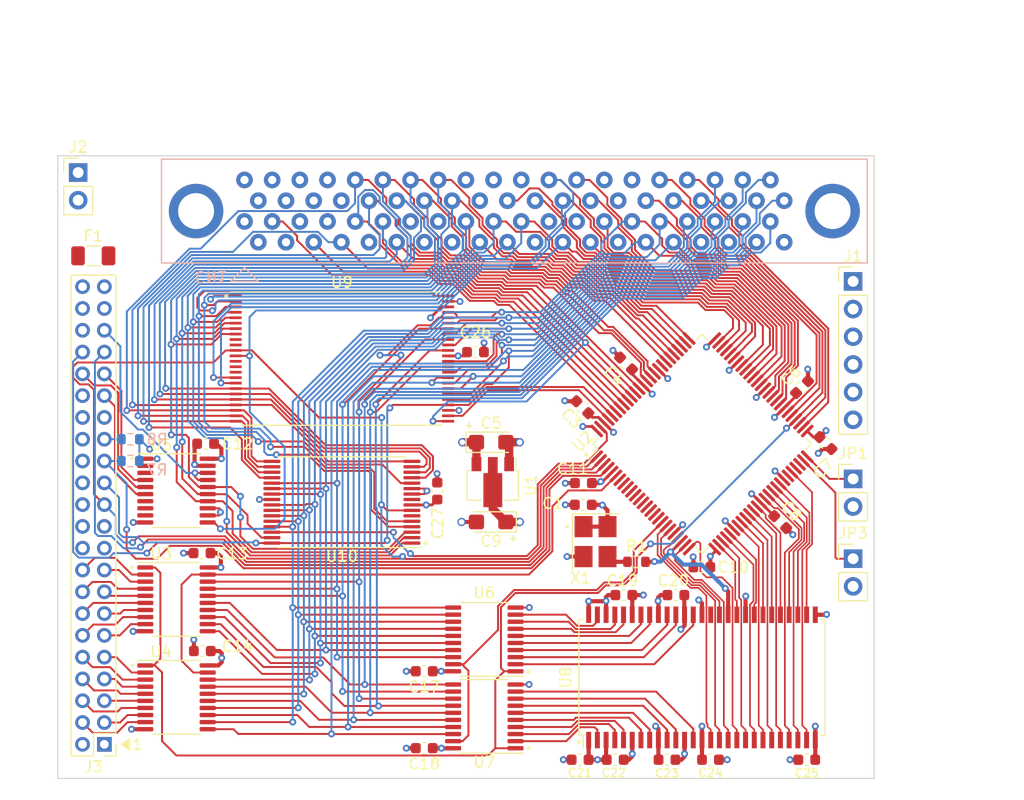
<source format=kicad_pcb>
(kicad_pcb (version 20211014) (generator pcbnew)
  (layers (0 "F.Cu" signal) (1 "In1.Cu" signal) (2 "In2.Cu" signal) (31 "B.Cu" signal) (34 "B.Paste" user) (35 "F.Paste" user) (36 "B.SilkS" user "B.Silkscreen") (37 "F.SilkS" user "F.Silkscreen") (38 "B.Mask" user) (39 "F.Mask" user) (44 "Edge.Cuts" user))
  (net 0 "")
  (net 1 "+3.3V")
  (net 2 "GND")
  (net 3 "VCC")
  (net 4 "/Amiga+CPLD/~{CFGIN}")
  (net 9 "/Amiga+CPLD/~{OVR}")
  (net 12 "/Amiga+CPLD/A5")
  (net 14 "/Amiga+CPLD/A6")
  (net 15 "/Amiga+CPLD/A4")
  (net 16 "/Amiga+CPLD/A3")
  (net 17 "/Amiga+CPLD/A2")
  (net 18 "/Amiga+CPLD/A7")
  (net 19 "/Amiga+CPLD/A1")
  (net 20 "/Amiga+CPLD/A8")
  (net 22 "/Amiga+CPLD/A9")
  (net 24 "/Amiga+CPLD/A10")
  (net 26 "/Amiga+CPLD/A11")
  (net 27 "/Amiga+CPLD/A12")
  (net 28 "/Amiga+CPLD/A13")
  (net 30 "/Amiga+CPLD/A14")
  (net 32 "/Amiga+CPLD/A15")
  (net 34 "/Amiga+CPLD/A16")
  (net 35 "/Amiga+CPLD/~{BERR}")
  (net 36 "/Amiga+CPLD/A17")
  (net 38 "/Amiga+CPLD/E")
  (net 40 "/Amiga+CPLD/A18")
  (net 41 "/Amiga+CPLD/~{RST}")
  (net 42 "/Amiga+CPLD/A19")
  (net 44 "/Amiga+CPLD/A20")
  (net 45 "/Amiga+CPLD/A22")
  (net 46 "/Amiga+CPLD/A21")
  (net 47 "/Amiga+CPLD/A23")
  (net 50 "/Amiga+CPLD/D15")
  (net 52 "/Amiga+CPLD/D14")
  (net 53 "/Amiga+CPLD/~{DTACK}")
  (net 54 "/Amiga+CPLD/D13")
  (net 55 "/Amiga+CPLD/R~{W}")
  (net 56 "/Amiga+CPLD/D12")
  (net 57 "/Amiga+CPLD/~{LDS}")
  (net 58 "/Amiga+CPLD/D11")
  (net 59 "/Amiga+CPLD/~{UDS}")
  (net 60 "/Amiga+CPLD/~{AS}")
  (net 61 "/Amiga+CPLD/D0")
  (net 62 "/Amiga+CPLD/D10")
  (net 63 "/Amiga+CPLD/D1")
  (net 64 "/Amiga+CPLD/D9")
  (net 65 "/Amiga+CPLD/D2")
  (net 66 "/Amiga+CPLD/D8")
  (net 67 "/Amiga+CPLD/D3")
  (net 68 "/Amiga+CPLD/D7")
  (net 69 "/Amiga+CPLD/D4")
  (net 70 "/Amiga+CPLD/D6")
  (net 71 "/Amiga+CPLD/D5")
  (net 72 "Net-(F1-Pad2)")
  (net 73 "/Amiga+CPLD/TMS")
  (net 74 "/Amiga+CPLD/TDI")
  (net 75 "/Amiga+CPLD/TDO")
  (net 76 "/Amiga+CPLD/TCK")
  (net 77 "Net-(J2-Pad1)")
  (net 78 "/IDE/~{LED}")
  (net 79 "/IDE/B_~{RESET}")
  (net 80 "/IDE/B_D15")
  (net 81 "/IDE/B_D0")
  (net 82 "/IDE/B_D14")
  (net 83 "/IDE/B_D1")
  (net 84 "/IDE/B_D13")
  (net 85 "/IDE/B_D2")
  (net 86 "/IDE/B_D12")
  (net 87 "/IDE/B_D3")
  (net 88 "/IDE/B_D11")
  (net 89 "/IDE/B_D4")
  (net 90 "/IDE/B_D10")
  (net 91 "/IDE/B_D5")
  (net 92 "/IDE/B_D9")
  (net 93 "/IDE/B_D6")
  (net 94 "/IDE/B_D8")
  (net 95 "/IDE/B_D7")
  (net 98 "/Amiga+CPLD/~{IOWR}")
  (net 99 "/Amiga+CPLD/~{IORD}")
  (net 100 "/Amiga+CPLD/IORDY")
  (net 101 "/IDE/~{DMACK}")
  (net 103 "/IDE/I_A1")
  (net 105 "/IDE/I_A0")
  (net 106 "/IDE/I_A2")
  (net 107 "/Amiga+CPLD/~{IDE_CS1}")
  (net 108 "/IDE/~{IDE_ACT}")
  (net 110 "Net-(R1-Pad1)")
  (net 111 "/Amiga+CPLD/MEMCLK")
  (net 112 "/Amiga+CPLD/~{IDE_OFF}")
  (net 113 "/Amiga+CPLD/RAM_J1")
  (net 114 "/Amiga+CPLD/MA4")
  (net 115 "/Amiga+CPLD/MA5")
  (net 116 "/Amiga+CPLD/MA6")
  (net 117 "/Amiga+CPLD/MA7")
  (net 118 "/Amiga+CPLD/MA8")
  (net 119 "/Amiga+CPLD/MA9")
  (net 120 "/Amiga+CPLD/MA11")
  (net 121 "/Amiga+CPLD/CKE")
  (net 122 "/Amiga+CPLD/DQMH")
  (net 124 "/Amiga+CPLD/DQML")
  (net 125 "/Amiga+CPLD/RAM_~{W}")
  (net 126 "/Amiga+CPLD/~{CAS}")
  (net 127 "/Amiga+CPLD/~{RAS}")
  (net 128 "/Amiga+CPLD/~{RAMCS}")
  (net 129 "/Amiga+CPLD/BA0")
  (net 130 "/Amiga+CPLD/BA1")
  (net 131 "/Amiga+CPLD/MA10")
  (net 132 "/Amiga+CPLD/MA0")
  (net 133 "/Amiga+CPLD/MA1")
  (net 134 "/Amiga+CPLD/MA2")
  (net 135 "/Amiga+CPLD/MA3")
  (net 136 "/Amiga+CPLD/~{IDE_CS2}")
  (net 137 "/Amiga+CPLD/~{R_BUFOE}")
  (net 138 "/IDE/~{IDE_IRQ}")
  (net 139 "/Amiga+CPLD/~{FLASH_CE}")
  (net 140 "Net-(R11-Pad1)")
  (net 141 "/Amiga+CPLD/FLASH_A19")
  (net 142 "/Amiga+CPLD/~{I_BUFOE}")
  (net 145 "/RAM/R_D0")
  (net 146 "/RAM/R_D1")
  (net 147 "/RAM/R_D2")
  (net 148 "/RAM/R_D3")
  (net 149 "/RAM/R_D4")
  (net 150 "/RAM/R_D5")
  (net 151 "/RAM/R_D6")
  (net 152 "/RAM/R_D7")
  (net 153 "/RAM/R_D8")
  (net 154 "/RAM/R_D9")
  (net 155 "/RAM/R_D10")
  (net 156 "/RAM/R_D11")
  (net 157 "/RAM/R_D12")
  (net 158 "/RAM/R_D13")
  (net 159 "/RAM/R_D14")
  (net 160 "/RAM/R_D15")
  (net 175 "/Amiga+CPLD/~{IDE_ROMCS}")
  (footprint "Resistor_SMD:R_0603_1608Metric" (layer "F.Cu") (at 158.529808 131.250608)
    (fp_text reference "R1")
    (fp_text value "33")
  )
  (footprint "Package_SO:TSSOP-20_4.4x6.5mm_P0.65mm" (layer "F.Cu") (at 144.565 145.4359 180)
    (fp_text reference "U7")
    (fp_text value "74LVC245")
  )
  (footprint "Package_SO:TSSOP-20_4.4x6.5mm_P0.65mm" (layer "F.Cu") (at 144.565 138.3747 180)
    (fp_text reference "U6")
    (fp_text value "74LVC245")
  )
  (footprint "Capacitor_Tantalum_SMD:CP_EIA-3216-18_Kemet-A" (layer "F.Cu") (at 145.190908 120.277808)
    (fp_text reference "C5")
    (fp_text value "10u")
  )
  (footprint "Capacitor_SMD:C_0603_1608Metric" (layer "F.Cu") (at 153.5583 117.0628 135)
    (fp_text reference "C3")
    (fp_text value "0.1u")
  )
  (footprint "Capacitor_SMD:C_0603_1608Metric" (layer "F.Cu") (at 118.6841 139.4402 180)
    (fp_text reference "C14")
    (fp_text value "0.1u")
  )
  (footprint "Capacitor_SMD:C_0603_1608Metric" (layer "F.Cu") (at 162.1435 134.3036 180)
    (fp_text reference "C20")
    (fp_text value "0.1u")
  )
  (footprint "Capacitor_SMD:C_0603_1608Metric" (layer "F.Cu") (at 161.3307 149.4136)
    (fp_text reference "C23")
    (fp_text value "0.1u")
  )
  (footprint "Capacitor_Tantalum_SMD:CP_EIA-3216-18_Kemet-A" (layer "F.Cu") (at 145.190908 127.593008 180)
    (fp_text reference "C9")
    (fp_text value "10u")
  )
  (footprint "Package_TO_SOT_SMD:SOT-89-3" (layer "F.Cu") (at 145.343308 123.935408 -90)
    (fp_text reference "U1")
    (fp_text value "AZ1117-3.3")
  )
  (footprint "Capacitor_SMD:C_0603_1608Metric" (layer "F.Cu") (at 118.9814 120.4136 180)
    (fp_text reference "C12")
    (fp_text value "0.1u")
  )
  (footprint "Capacitor_SMD:C_0603_1608Metric" (layer "F.Cu") (at 140.2487 124.759 90)
    (fp_text reference "C27")
    (fp_text value "0.1u")
  )
  (footprint "Capacitor_SMD:C_0603_1608Metric" (layer "F.Cu") (at 118.6587 130.4486 180)
    (fp_text reference "C13")
    (fp_text value "0.1u")
  )
  (footprint "Capacitor_SMD:C_0603_1608Metric" (layer "F.Cu") (at 171.7193 127.6038 -45)
    (fp_text reference "C8")
    (fp_text value "0.1u")
  )
  (footprint "Connector_PinHeader_2.54mm:PinHeader_1x02_P2.54mm_Vertical" (layer "F.Cu") (at 178.4114 123.6386)
    (fp_text reference "JP1")
    (fp_text value "disable_ide")
  )
  (footprint "Oscillator:Oscillator_SMD_Abracon_ASE-4Pin_3.2x2.5mm_HandSoldering" (layer "F.Cu") (at 154.770608 129.396408 -90)
    (fp_text reference "X1")
    (fp_text value "50MHz")
  )
  (footprint "Capacitor_SMD:C_0603_1608Metric" (layer "F.Cu") (at 153.6599 124.0224 180)
    (fp_text reference "C11")
    (fp_text value "0.1u")
  )
  (footprint "Capacitor_SMD:C_0603_1608Metric" (layer "F.Cu") (at 153.3551 149.4136 180)
    (fp_text reference "C21")
    (fp_text value "0.1u")
  )
  (footprint "Capacitor_SMD:C_0603_1608Metric" (layer "F.Cu") (at 157.5715 113.0496 135)
    (fp_text reference "C4")
    (fp_text value "0.1u")
  )
  (footprint "Package_SO:TSSOP-20_4.4x6.5mm_P0.65mm" (layer "F.Cu") (at 116.3125 124.713329)
    (fp_text reference "U5")
    (fp_text value "74HCT245")
  )
  (footprint "Fuse:Fuse_1206_3216Metric" (layer "F.Cu") (at 108.6765 103.169)
    (fp_text reference "F1")
    (fp_text value "Polyfuse 500mA Hold")
  )
  (footprint "Package_QFP:TQFP-100_14x14mm_P0.5mm" (layer "F.Cu") (at 164.5412 120.4214 45)
    (fp_text reference "U2")
    (fp_text value "XC95144XL-TQ100" hide)
  )
  (footprint "Capacitor_SMD:C_0603_1608Metric" (layer "F.Cu") (at 139.0549 148.3556 180)
    (fp_text reference "C18")
    (fp_text value "0.1u")
  )
  (footprint "Connector_PinHeader_2.54mm:PinHeader_1x02_P2.54mm_Vertical" (layer "F.Cu") (at 178.4114 130.9636)
    (fp_text reference "JP3")
    (fp_text value "configure_ram")
  )
  (footprint "Capacitor_SMD:C_0603_1608Metric" (layer "F.Cu") (at 153.649108 126.018208 180)
    (fp_text reference "C1")
    (fp_text value "0.1u")
  )
  (footprint "Package_SO:TSOP-II-54_22.2x10.16mm_P0.8mm" (layer "F.Cu") (at 164.5412 141.859 90)
    (fp_text reference "U8")
    (fp_text value "MT48LC8M16A2P")
  )
  (footprint "Capacitor_SMD:C_0603_1608Metric" (layer "F.Cu") (at 156.5809 149.4136)
    (fp_text reference "C22")
    (fp_text value "0.1u")
  )
  (footprint "Capacitor_SMD:C_0603_1608Metric" (layer "F.Cu") (at 173.7259 115.2086 45)
    (fp_text reference "C6")
    (fp_text value "0.1u")
  )
  (footprint "Capacitor_SMD:C_0603_1608Metric" (layer "F.Cu") (at 175.8714 120.3536 -45)
    (fp_text reference "C7")
    (fp_text value "0.1u")
  )
  (footprint "Connector_PinHeader_2.00mm:PinHeader_2x22_P2.00mm_Vertical" (layer "F.Cu") (at 109.6925 148 180)
    (fp_text reference "J3")
    (fp_text value "Conn_02x22_Odd_Even")
  )
  (footprint "Capacitor_SMD:C_0603_1608Metric" (layer "F.Cu") (at 143.7539 112.0082)
    (fp_text reference "C26")
    (fp_text value "0.1u")
  )
  (footprint "Capacitor_SMD:C_0603_1608Metric" (layer "F.Cu") (at 157.3683 134.3036 180)
    (fp_text reference "C19")
    (fp_text value "0.1u")
  )
  (footprint "Capacitor_SMD:C_0603_1608Metric" (layer "F.Cu") (at 174.1577 149.4136 180)
    (fp_text reference "C25")
    (fp_text value "0.1u")
  )
  (footprint "Package_SO:TSOP-I-48_18.4x12mm_P0.5mm" (layer "F.Cu") (at 131.494 112.5988)
    (fp_text reference "U9")
    (fp_text value "29F160")
  )
  (footprint "Package_SO:TSOP-I-32_11.8x8mm_P0.5mm" (layer "F.Cu") (at 131.494 125.7808 180)
    (fp_text reference "U10")
    (fp_text value "SST39SF010")
  )
  (footprint "Package_SO:TSSOP-20_4.4x6.5mm_P0.65mm" (layer "F.Cu") (at 116.3125 143.6878)
    (fp_text reference "U4")
    (fp_text value "74HCT245")
  )
  (footprint "Capacitor_SMD:C_0603_1608Metric" (layer "F.Cu") (at 139.0549 141.2944 180)
    (fp_text reference "C17")
    (fp_text value "0.1u")
  )
  (footprint "Connector_PinHeader_2.54mm:PinHeader_1x06_P2.54mm_Vertical" (layer "F.Cu") (at 178.4114 105.5136)
    (fp_text reference "J1")
    (fp_text value "Conn_01x06_Male")
  )
  (footprint "Connector_PinHeader_2.54mm:PinHeader_1x02_P2.54mm_Vertical" (layer "F.Cu") (at 107.2914 95.5236)
    (fp_text reference "J2")
    (fp_text value "LED")
  )
  (footprint "Package_SO:TSSOP-20_4.4x6.5mm_P0.65mm" (layer "F.Cu") (at 116.3125 134.6962)
    (fp_text reference "U3")
    (fp_text value "74HCT245")
  )
  (footprint "Capacitor_SMD:C_0603_1608Metric" (layer "F.Cu") (at 165.3185 149.4136)
    (fp_text reference "C24")
    (fp_text value "0.1u")
  )
  (footprint "Capacitor_SMD:C_0603_1608Metric" (layer "F.Cu") (at 164.5311 131.744 180)
    (fp_text reference "C10")
    (fp_text value "0.1u")
  )
  (footprint "Resistor_SMD:R_0603_1608Metric" (layer "B.Cu") (at 112.0801 120)
    (fp_text reference "R8")
    (fp_text value "10K")
  )
  (footprint "KEL-8800-080-170SF:KEL-8800-080-170S" (layer "B.Cu") (at 147.32 99.06)
    (fp_text reference "CN1")
    (fp_text value "CDTV-DIAG")
  )
  (footprint "Resistor_SMD:R_0603_1608Metric" (layer "B.Cu") (at 112.0801 122)
    (fp_text reference "R7")
    (fp_text value "10K")
  )
  (gr_poly (pts (xy 112.0158 148.523431) (xy 111.2538 148.015431) (xy 112.0158 147.507431)) (layer "F.SilkS") (width 0.15) (fill solid))
  (gr_line (start 180.34 93.98) (end 180.34 151.13) (layer "Edge.Cuts") (width 0.1))
  (gr_line (start 180.34 151.13) (end 105.41 151.13) (layer "Edge.Cuts") (width 0.1))
  (gr_line (start 105.41 93.98) (end 180.34 93.98) (layer "Edge.Cuts") (width 0.1))
  (gr_line (start 105.41 151.13) (end 105.41 93.98) (layer "Edge.Cuts") (width 0.1))
  (gr_text "1" (at 112.7405 148) (layer "F.SilkS") (effects (font (size 1 1))))
  (segment (start 165.716765 130.333551) (end 165.3061 130.744216) (width 0.254) (layer "F.Cu") (net 1))
  (segment (start 154.487308 117.991808) (end 154.106308 117.610808) (width 0.254) (layer "F.Cu") (net 1))
  (segment (start 169.127 125.0072) (end 169.095806 125.0072) (width 0.254) (layer "F.Cu") (net 1))
  (segment (start 173.177892 116.027349) (end 172.080726 117.124515) (width 0.254) (layer "F.Cu") (net 1))
  (segment (start 172.067801 117.124515) (end 171.200508 117.991808) (width 0.254) (layer "F.Cu") (net 1))
  (segment (start 165.716765 130.082246) (end 165.716765 130.333551) (width 0.254) (layer "F.Cu") (net 1))
  (segment (start 139.8299 141.2944) (end 140.6043 141.2944) (width 0.381) (layer "F.Cu") (net 1))
  (segment (start 154.1412 147.609) (end 154.1412 149.4025) (width 0.381) (layer "F.Cu") (net 1))
  (segment (start 155.8059 149.4136) (end 154.1301 149.4136) (width 0.381) (layer "F.Cu") (net 1))
  (segment (start 140.6043 141.2944) (end 141.6972 141.2944) (width 0.381) (layer "F.Cu") (net 1))
  (segment (start 145.343308 122.372908) (end 145.343308 126.395408) (width 0.762) (layer "F.Cu") (net 1))
  (segment (start 160.5412 146.593) (end 160.2872 146.339) (width 0.381) (layer "F.Cu") (net 1))
  (segment (start 155.58746 118.538728) (end 155.04054 117.991808) (width 0.254) (layer "F.Cu") (net 1))
  (segment (start 155.421138 123.884608) (end 155.249308 123.884608) (width 0.381) (layer "F.Cu") (net 1))
  (segment (start 162.9412 136.109) (end 162.9412 137.107) (width 0.381) (layer "F.Cu") (net 1))
  (segment (start 158.1433 134.3036) (end 159.1593 134.3036) (width 0.381) (layer "F.Cu") (net 1))
  (segment (start 155.593028 118.538728) (end 156.417708 119.363408) (width 0.254) (layer "F.Cu") (net 1))
  (segment (start 146.540908 127.593008) (end 147.810908 127.593008) (width 0.762) (layer "F.Cu") (net 1))
  (segment (start 155.04054 117.991808) (end 154.487308 117.991808) (width 0.254) (layer "F.Cu") (net 1))
  (segment (start 155.870608 128.021408) (end 155.870608 126.512508) (width 0.381) (layer "F.Cu") (net 1))
  (segment (start 155.376308 126.018208) (end 155.401708 126.043608) (width 0.381) (layer "F.Cu") (net 1))
  (segment (start 145.343308 126.395408) (end 146.540908 127.593008) (width 0.762) (layer "F.Cu") (net 1))
  (segment (start 159.118694 115.003194) (end 159.872108 115.756608) (width 0.254) (layer "F.Cu") (net 1))
  (segment (start 153.670608 128.021408) (end 155.870608 128.021408) (width 0.381) (layer "F.Cu") (net 1))
  (segment (start 159.118694 115.003194) (end 158.119508 114.004008) (width 0.254) (layer "F.Cu") (net 1))
  (segment (start 154.424108 126.018208) (end 155.376308 126.018208) (width 0.381) (layer "F.Cu") (net 1))
  (segment (start 174.9412 147.609) (end 174.9412 146.339) (width 0.381) (layer "F.Cu") (net 1))
  (segment (start 169.959406 125.843906) (end 171.171292 127.055792) (width 0.254) (layer "F.Cu") (net 1))
  (segment (start 155.7412 147.609) (end 155.7412 149.3489) (width 0.381) (layer "F.Cu") (net 1))
  (segment (start 162.9412 137.107) (end 162.5992 137.449) (width 0.381) (layer "F.Cu") (net 1))
  (segment (start 169.959406 125.839606) (end 169.127 125.0072) (width 0.254) (layer "F.Cu") (net 1))
  (segment (start 164.5412 147.609) (end 164.5412 146.339) (width 0.381) (layer "F.Cu") (net 1))
  (segment (start 156.294567 123.011179) (end 155.421138 123.884608) (width 0.254) (layer "F.Cu") (net 1))
  (segment (start 160.5412 147.609) (end 160.5412 149.3991) (width 0.381) (layer "F.Cu") (net 1))
  (segment (start 165.3061 131.744) (end 165.3061 130.744216) (width 0.381) (layer "F.Cu") (net 1))
  (segment (start 162.9185 134.3036) (end 162.9185 136.0863) (width 0.381) (layer "F.Cu") (net 1))
  (segment (start 160.5412 147.609) (end 160.5412 146.593) (width 0.381) (layer "F.Cu") (net 1))
  (segment (start 175.330324 119.805592) (end 175.924908 119.211008) (width 0.381) (layer "F.Cu") (net 1))
  (segment (start 155.870608 126.512508) (end 155.401708 126.043608) (width 0.381) (layer "F.Cu") (net 1))
  (segment (start 174.761803 119.805592) (end 174.202046 119.245835) (width 0.254) (layer "F.Cu") (net 1))
  (segment (start 175.323392 119.805592) (end 174.761803 119.805592) (width 0.254) (layer "F.Cu") (net 1))
  (segment (start 155.249308 123.884608) (end 155.111516 124.0224) (width 0.381) (layer "F.Cu") (net 1))
  (segment (start 141.7025 148.3609) (end 139.8352 148.3609) (width 0.381) (layer "F.Cu") (net 1))
  (segment (start 174.9412 147.609) (end 174.9412 149.4051) (width 0.381) (layer "F.Cu") (net 1))
  (segment (start 155.111516 124.0224) (end 154.4349 124.0224) (width 0.381) (layer "F.Cu") (net 1))
  (segment (start 159.872108 115.756608) (end 159.973708 115.858208) (width 0.254) (layer "F.Cu") (net 1))
  (segment (start 164.5412 147.609) (end 164.5412 149.4113) (width 0.381) (layer "F.Cu") (net 1))
  (segment (start 158.1433 134.3036) (end 158.1433 136.1069) (width 0.381) (layer "F.Cu") (net 1))
  (via (at 169.095806 125.0072) (size 0.635) (drill 0.3048) (layers "F.Cu" "B.Cu") (net 1))
  (via (at 165.3061 130.744216) (size 0.635) (drill 0.3048) (layers "F.Cu" "B.Cu") (net 1))
  (via (at 156.417708 119.363408) (size 0.635) (drill 0.3048) (layers "F.Cu" "B.Cu") (net 1))
  (via (at 147.810908 127.593008) (size 0.762) (drill 0.508) (layers "F.Cu" "B.Cu") (net 1))
  (via (at 162.5992 137.449) (size 0.635) (drill 0.3048) (layers "F.Cu" "B.Cu") (net 1))
  (via (at 164.5412 146.339) (size 0.635) (drill 0.3048) (layers "F.Cu" "B.Cu") (net 1))
  (via (at 140.6043 141.2944) (size 0.635) (drill 0.3048) (layers "F.Cu" "B.Cu") (net 1))
  (via (at 174.9412 146.339) (size 0.635) (drill 0.3048) (layers "F.Cu" "B.Cu") (net 1))
  (via (at 175.924908 119.211008) (size 0.635) (drill 0.3048) (layers "F.Cu" "B.Cu") (net 1))
  (via (at 159.1593 134.3036) (size 0.635) (drill 0.3048) (layers "F.Cu" "B.Cu") (net 1))
  (via (at 160.2872 146.339) (size 0.635) (drill 0.3048) (layers "F.Cu" "B.Cu") (net 1))
  (via (at 140.6297 148.3556) (size 0.635) (drill 0.3048) (layers "F.Cu" "B.Cu") (net 1))
  (via (at 171.200508 117.991808) (size 0.635) (drill 0.3048) (layers "F.Cu" "B.Cu") (net 1))
  (via (at 155.249308 123.884608) (size 0.635) (drill 0.3048) (layers "F.Cu" "B.Cu") (net 1))
  (via (at 159.973708 115.858208) (size 0.635) (drill 0.3048) (layers "F.Cu" "B.Cu") (net 1))
  (via (at 155.401708 126.043608) (size 0.635) (drill 0.3048) (layers "F.Cu" "B.Cu") (net 1))
  (via (at 154.9526 149.4136) (size 0.635) (drill 0.3048) (layers "F.Cu" "B.Cu") (net 1))
  (segment (start 140.2487 123.184006) (end 140.224844 123.16015) (width 0.1778) (layer "F.Cu") (net 2))
  (segment (start 139.2954 124.744) (end 139.2954 124.8202) (width 0.1778) (layer "F.Cu") (net 2))
  (segment (start 161.384035 114.435808) (end 161.396108 114.435808) (width 0.254) (layer "F.Cu") (net 2))
  (segment (start 152.5801 149.4136) (end 151.8181 149.4136) (width 0.381) (layer "F.Cu") (net 2))
  (segment (start 162.9412 148.879) (end 162.9412 149.133) (width 0.381) (layer "F.Cu") (net 2))
  (segment (start 155.7412 136.109) (end 155.7412 134.8488) (width 0.381) (layer "F.Cu") (net 2))
  (segment (start 157.3559 149.4136) (end 157.834 149.4136) (width 0.381) (layer "F.Cu") (net 2))
  (segment (start 139.0822 124.5308) (end 137.919 124.5308) (width 0.1778) (layer "F.Cu") (net 2))
  (segment (start 153.010292 116.514792) (end 151.994292 116.514792) (width 0.381) (layer "F.Cu") (net 2))
  (segment (start 160.5412 134.8688) (end 160.5114 134.839) (width 0.381) (layer "F.Cu") (net 2))
  (segment (start 112.3497 137.6212) (end 113.45 137.6212) (width 0.381) (layer "F.Cu") (net 2))
  (segment (start 139.6256 108.8504) (end 140.6272 107.8488) (width 0.254) (layer "F.Cu") (net 2))
  (segment (start 112.3341 137.6368) (end 112.3497 137.6212) (width 0.1778) (layer "F.Cu") (net 2))
  (segment (start 175.605908 120.901608) (end 175.213708 121.293808) (width 0.381) (layer "F.Cu") (net 2))
  (segment (start 158.1412 149.1064) (end 158.1412 148.879) (width 0.381) (layer "F.Cu") (net 2))
  (segment (start 112.1817 146.6134) (end 112.1823 146.6128) (width 0.1778) (layer "F.Cu") (net 2))
  (segment (start 174.273908 113.597608) (end 174.248508 113.572208) (width 0.381) (layer "F.Cu") (net 2))
  (segment (start 117.9091 138.4112) (end 117.8967 138.3988) (width 0.381) (layer "F.Cu") (net 2))
  (segment (start 174.273908 114.660592) (end 174.273908 113.597608) (width 0.381) (layer "F.Cu") (net 2))
  (segment (start 169.524108 116.145599) (end 169.524108 116.163008) (width 0.254) (layer "F.Cu") (net 2))
  (segment (start 167.046151 113.673808) (end 167.034908 113.673808) (width 0.254) (layer "F.Cu") (net 2))
  (segment (start 140.6272 107.8488) (end 141.244 107.8488) (width 0.254) (layer "F.Cu") (net 2))
  (segment (start 152.157708 130.771408) (end 152.154308 130.768008) (width 0.381) (layer "F.Cu") (net 2))
  (segment (start 140.2487 123.984) (end 140.2487 123.184006) (width 0.381) (layer "F.Cu") (net 2))
  (segment (start 153.670608 130.771408) (end 152.157708 130.771408) (width 0.381) (layer "F.Cu") (net 2))
  (segment (start 171.281849 122.919408) (end 171.251308 122.919408) (width 0.254) (layer "F.Cu") (net 2))
  (segment (start 120.2436 127) (end 119.186671 127) (width 0.1778) (layer "F.Cu") (net 2))
  (segment (start 117.8837 130.4486) (end 116.9569 130.4486) (width 0.381) (layer "F.Cu") (net 2))
  (segment (start 148.6879 135.4497) (end 148.6934 135.4442) (width 0.1778) (layer "F.Cu") (net 2))
  (segment (start 138.2799 141.2944) (end 137.4039 141.2944) (width 0.381) (layer "F.Cu") (net 2))
  (segment (start 164.5412 136.109) (end 164.5412 135.0561) (width 0.381) (layer "F.Cu") (net 2))
  (segment (start 139.2954 124.8202) (end 139.0848 125.0308) (width 0.1778) (layer "F.Cu") (net 2))
  (segment (start 144.5289 111.1623) (end 144.5413 111.1499) (width 0.1778) (layer "F.Cu") (net 2))
  (segment (start 146.540908 120.277808) (end 147.810908 120.277808) (width 0.762) (layer "F.Cu") (net 2))
  (segment (start 142.2366 117.3488) (end 142.2418 117.354) (width 0.1778) (layer "F.Cu") (net 2))
  (segment (start 163.7561 130.8166) (end 163.732908 130.793408) (width 0.381) (layer "F.Cu") (net 2))
  (segment (start 175.943316 136.109) (end 175.975708 136.076608) (width 0.381) (layer "F.Cu") (net 2))
  (segment (start 165.716765 110.760554) (end 164.952108 111.525211) (width 0.254) (layer "F.Cu") (net 2))
  (segment (start 114.521129 121.788329) (end 114.5304 121.7976) (width 0.1778) (layer "F.Cu") (net 2))
  (segment (start 138.2799 148.3556) (end 137.4039 148.3556) (width 0.4064) (layer "F.Cu") (net 2))
  (segment (start 120.242329 126.338329) (end 120.3452 126.4412) (width 0.1778) (layer "F.Cu") (net 2))
  (segment (start 155.9186 134.3036) (end 155.7314 134.4908) (width 0.381) (layer "F.Cu") (net 2))
  (segment (start 155.7034 134.867) (end 155.7314 134.839) (width 0.381) (layer "F.Cu") (net 2))
  (segment (start 172.080726 123.718285) (end 171.281849 122.919408) (width 0.254) (layer "F.Cu") (net 2))
  (segment (start 168.5412 136.109) (end 168.5412 134.417916) (width 0.381) (layer "F.Cu") (net 2))
  (segment (start 155.7412 134.8488) (end 155.7314 134.839) (width 0.381) (layer "F.Cu") (net 2))
  (segment (start 152.874108 126.018208) (end 151.998108 126.018208) (width 0.381) (layer "F.Cu") (net 2))
  (segment (start 139.2954 124.744) (end 139.0822 124.5308) (width 0.1778) (layer "F.Cu") (net 2))
  (segment (start 151.994292 116.514792) (end 151.947308 116.467808) (width 0.381) (layer "F.Cu") (net 2))
  (segment (start 167.838085 112.881874) (end 167.046151 113.673808) (width 0.254) (layer "F.Cu") (net 2))
  (segment (start 117.9729 122.3206) (end 117.9729 120.6471) (width 0.381) (layer "F.Cu") (net 2))
  (segment (start 160.537208 113.588981) (end 161.384035 114.435808) (width 0.254) (layer "F.Cu") (net 2))
  (segment (start 162.9412 149.133) (end 162.6606 149.4136) (width 0.381) (layer "F.Cu") (net 2))
  (segment (start 119.175 126.338329) (end 120.242329 126.338329) (width 0.1778) (layer "F.Cu") (net 2))
  (segment (start 168.5412 134.417916) (end 168.558908 134.400208) (width 0.381) (layer "F.Cu") (net 2))
  (segment (start 161.951421 128.668033) (end 162.767708 127.851746) (width 0.254) (layer "F.Cu") (net 2))
  (segment (start 152.8849 124.0224) (end 152.012716 124.0224) (width 0.381) (layer "F.Cu") (net 2))
  (segment (start 112.1823 146.6128) (end 113.45 146.6128) (width 0.381) (layer "F.Cu") (net 2))
  (segment (start 148.6625 142.5109) (end 148.668 142.5054) (width 0.1778) (layer "F.Cu") (net 2))
  (segment (start 164.952108 111.525211) (end 164.952108 111.540208) (width 0.254) (layer "F.Cu") (net 2))
  (segment (start 117.9091 139.4402) (end 117.9091 138.4112) (width 0.381) (layer "F.Cu") (net 2))
  (segment (start 112.347271 127.638329) (end 112.346 127.6396) (width 0.381) (layer "F.Cu") (net 2))
  (segment (start 117.9729 122.3206) (end 118.090629 122.438329) (width 0.381) (layer "F.Cu") (net 2))
  (segment (start 113.45 121.788329) (end 114.521129 121.788329) (width 0.1778) (layer "F.Cu") (net 2))
  (segment (start 125.069 125.5308) (end 123.929 125.5308) (width 0.1778) (layer "F.Cu") (net 2))
  (segment (start 176.419408 120.901608) (end 175.605908 120.901608) (width 0.381) (layer "F.Cu") (net 2))
  (segment (start 162.9412 147.609) (end 162.9412 148.879) (width 0.381) (layer "F.Cu") (net 2))
  (segment (start 146.843308 120.580208) (end 146.540908 120.277808) (width 0.762) (layer "F.Cu") (net 2))
  (segment (start 172.267308 128.151808) (end 172.876908 128.761408) (width 0.381) (layer "F.Cu") (net 2))
  (segment (start 163.7561 131.744) (end 163.7561 130.8166) (width 0.381) (layer "F.Cu") (net 2))
  (segment (start 160.7446 134.3036) (end 160.5114 134.5368) (width 0.381) (layer "F.Cu") (net 2))
  (segment (start 160.5114 134.5368) (end 160.5114 134.839) (width 0.381) (layer "F.Cu") (net 2))
  (segment (start 143.840908 127.593008) (end 142.476908 127.593008) (width 0.381) (layer "F.Cu") (net 2))
  (segment (start 156.5933 134.3036) (end 155.9186 134.3036) (width 0.381) (layer "F.Cu") (net 2))
  (segment (start 144.5289 112.0082) (end 144.5289 111.1623) (width 0.381) (layer "F.Cu") (net 2))
  (segment (start 147.4275 135.4497) (end 148.6879 135.4497) (width 0.1778) (layer "F.Cu") (net 2))
  (segment (start 139.0848 125.0308) (end 137.919 125.0308) (width 0.1778) (layer "F.Cu") (net 2))
  (segment (start 155.7314 134.4908) (end 155.7314 134.839) (width 0.381) (layer "F.Cu") (net 2))
  (segment (start 147.4275 142.5109) (end 148.6625 142.5109) (width 0.1778) (layer "F.Cu") (net 2))
  (segment (start 146.843308 122.285408) (end 146.843308 120.580208) (width 0.762) (layer "F.Cu") (net 2))
  (segment (start 174.9412 136.109) (end 175.943316 136.109) (width 0.381) (layer "F.Cu") (net 2))
  (segment (start 154.1412 136.109) (end 154.1412 134.867) (width 0.381) (layer "F.Cu") (net 2))
  (segment (start 162.767708 127.851746) (end 162.767708 127.847008) (width 0.254) (layer "F.Cu") (net 2))
  (segment (start 160.5412 136.109) (end 160.5412 134.8688) (width 0.381) (layer "F.Cu") (net 2))
  (segment (start 166.0935 149.4136) (end 166.8555 149.4136) (width 0.381) (layer "F.Cu") (net 2))
  (segment (start 141.244 117.3488) (end 142.2366 117.3488) (width 0.1778) (layer "F.Cu") (net 2))
  (segment (start 154.1412 134.867) (end 155.7034 134.867) (width 0.381) (layer "F.Cu") (net 2))
  (segment (start 120.3452 126.8984) (end 120.2436 127) (width 0.1778) (layer "F.Cu") (net 2))
  (segment (start 158.1412 147.609) (end 158.1412 148.879) (width 0.381) (layer "F.Cu") (net 2))
  (segment (start 123.929 125.5308) (end 123.9284 125.5314) (width 0.1778) (layer "F.Cu") (net 2))
  (segment (start 173.3827 149.4136) (end 172.6207 149.4136) (width 0.381) (layer "F.Cu") (net 2))
  (segment (start 157.023492 112.501592) (end 156.366908 111.845008) (width 0.381) (layer "F.Cu") (net 2))
  (segment (start 157.834 149.4136) (end 158.1412 149.1064) (width 0.381) (layer "F.Cu") (net 2))
  (segment (start 152.012716 124.0224) (end 151.998108 124.037008) (width 0.381) (layer "F.Cu") (net 2))
  (segment (start 170.312959 115.356748) (end 169.524108 116.145599) (width 0.254) (layer "F.Cu") (net 2))
  (segment (start 118.090629 122.438329) (end 119.175 122.438329) (width 0.381) (layer "F.Cu") (net 2))
  (segment (start 161.3685 134.3036) (end 160.7446 134.3036) (width 0.381) (layer "F.Cu") (net 2))
  (segment (start 162.6606 149.4136) (end 162.1057 149.4136) (width 0.381) (layer "F.Cu") (net 2))
  (segment (start 167.484532 128.296632) (end 166.679308 127.491408) (width 0.254) (layer "F.Cu") (net 2))
  (segment (start 154.464527 118.830008) (end 153.602108 118.830008) (width 0.254) (layer "F.Cu") (net 2))
  (segment (start 154.880354 119.245835) (end 154.464527 118.830008) (width 0.254) (layer "F.Cu") (net 2))
  (segment (start 120.3452 126.4412) (end 120.3452 126.8984) (width 0.1778) (layer "F.Cu") (net 2))
  (segment (start 113.45 127.638329) (end 112.347271 127.638329) (width 0.381) (layer "F.Cu") (net 2))
  (segment (start 164.5412 135.0561) (end 164.240908 134.755808) (width 0.381) (layer "F.Cu") (net 2))
  (via (at 116.9569 130.4486) (size 0.635) (drill 0.3048) (layers "F.Cu" "B.Cu") (net 2))
  (via (at 172.6207 149.4136) (size 0.635) (drill 0.3048) (layers "F.Cu" "B.Cu") (net 2))
  (via (at 152.154308 130.768008) (size 0.635) (drill 0.3048) (layers "F.Cu" "B.Cu") (net 2))
  (via (at 166.679308 127.491408) (size 0.635) (drill 0.3048) (layers "F.Cu" "B.Cu") (net 2))
  (via (at 137.4039 148.3556) (size 0.635) (drill 0.3048) (layers "F.Cu" "B.Cu") (net 2))
  (via (at 160.5114 134.839) (size 0.635) (drill 0.3048) (layers "F.Cu" "B.Cu") (net 2))
  (via (at 139.2954 124.744) (size 0.635) (drill 0.3048) (layers "F.Cu" "B.Cu") (net 2))
  (via (at 142.2418 117.354) (size 0.635) (drill 0.3048) (layers "F.Cu" "B.Cu") (net 2))
  (via (at 162.767708 127.847008) (size 0.635) (drill 0.3048) (layers "F.Cu" "B.Cu") (net 2))
  (via (at 175.975708 136.076608) (size 0.635) (drill 0.3048) (layers "F.Cu" "B.Cu") (net 2))
  (via (at 112.3341 137.6368) (size 0.635) (drill 0.3048) (layers "F.Cu" "B.Cu") (net 2))
  (via (at 140.224844 123.16015) (size 0.635) (drill 0.3048) (layers "F.Cu" "B.Cu") (net 2))
  (via (at 144.5413 111.1499) (size 0.635) (drill 0.3048) (layers "F.Cu" "B.Cu") (net 2))
  (via (at 166.8555 149.4136) (size 0.635) (drill 0.3048) (layers "F.Cu" "B.Cu") (net 2))
  (via (at 117.8967 138.3988) (size 0.635) (drill 0.3048) (layers "F.Cu" "B.Cu") (net 2))
  (via (at 139.6256 108.8504) (size 0.635) (drill 0.3048) (layers "F.Cu" "B.Cu") (net 2))
  (via (at 161.396108 114.435808) (size 0.635) (drill 0.3048) (layers "F.Cu" "B.Cu") (net 2))
  (via (at 174.248508 113.572208) (size 0.635) (drill 0.3048) (layers "F.Cu" "B.Cu") (net 2))
  (via (at 164.240908 134.755808) (size 0.635) (drill 0.3048) (layers "F.Cu" "B.Cu") (net 2))
  (via (at 148.668 142.5054) (size 0.635) (drill 0.3048) (layers "F.Cu" "B.Cu") (net 2))
  (via (at 123.9284 125.5314) (size 0.635) (drill 0.3048) (layers "F.Cu" "B.Cu") (net 2))
  (via (at 137.4039 141.2944) (size 0.635) (drill 0.3048) (layers "F.Cu" "B.Cu") (net 2))
  (via (at 148.6934 135.4442) (size 0.635) (drill 0.3048) (layers "F.Cu" "B.Cu") (net 2))
  (via (at 142.476908 127.593008) (size 0.762) (drill 0.508) (layers "F.Cu" "B.Cu") (net 2))
  (via (at 175.213708 121.293808) (size 0.635) (drill 0.3048) (layers "F.Cu" "B.Cu") (net 2))
  (via (at 167.034908 113.673808) (size 0.635) (drill 0.3048) (layers "F.Cu" "B.Cu") (net 2))
  (via (at 114.5304 121.7976) (size 0.635) (drill 0.3048) (layers "F.Cu" "B.Cu") (net 2))
  (via (at 171.251308 122.919408) (size 0.635) (drill 0.3048) (layers "F.Cu" "B.Cu") (net 2))
  (via (at 151.8181 149.4136) (size 0.635) (drill 0.3048) (layers "F.Cu" "B.Cu") (net 2))
  (via (at 112.1817 146.6134) (size 0.635) (drill 0.3048) (layers "F.Cu" "B.Cu") (net 2))
  (via (at 153.602108 118.830008) (size 0.635) (drill 0.3048) (layers "F.Cu" "B.Cu") (net 2))
  (via (at 169.524108 116.163008) (size 0.635) (drill 0.3048) (layers "F.Cu" "B.Cu") (net 2))
  (via (at 112.346 127.6396) (size 0.635) (drill 0.3048) (layers "F.Cu" "B.Cu") (net 2))
  (via (at 154.1412 134.867) (size 0.635) (drill 0.3048) (layers "F.Cu" "B.Cu") (net 2))
  (via (at 158.1412 148.879) (size 0.635) (drill 0.3048) (layers "F.Cu" "B.Cu") (net 2))
  (via (at 117.9729 122.3206) (size 0.635) (drill 0.3048) (layers "F.Cu" "B.Cu") (net 2))
  (via (at 151.998108 126.018208) (size 0.635) (drill 0.3048) (layers "F.Cu" "B.Cu") (net 2))
  (via (at 156.366908 111.845008) (size 0.635) (drill 0.3048) (layers "F.Cu" "B.Cu") (net 2))
  (via (at 151.947308 116.467808) (size 0.635) (drill 0.3048) (layers "F.Cu" "B.Cu") (net 2))
  (via (at 172.876908 128.761408) (size 0.635) (drill 0.3048) (layers "F.Cu" "B.Cu") (net 2))
  (via (at 164.952108 111.540208) (size 0.635) (drill 0.3048) (layers "F.Cu" "B.Cu") (net 2))
  (via (at 162.9412 148.879) (size 0.635) (drill 0.3048) (layers "F.Cu" "B.Cu") (net 2))
  (via (at 168.558908 134.400208) (size 0.635) (drill 0.3048) (layers "F.Cu" "B.Cu") (net 2))
  (via (at 151.998108 124.037008) (size 0.635) (drill 0.3048) (layers "F.Cu" "B.Cu") (net 2))
  (via (at 147.810908 120.277808) (size 0.762) (drill 0.508) (layers "F.Cu" "B.Cu") (net 2))
  (via (at 163.732908 130.793408) (size 0.635) (drill 0.3048) (layers "F.Cu" "B.Cu") (net 2))
  (via (at 120.3452 126.6952) (size 0.635) (drill 0.3048) (layers "F.Cu" "B.Cu") (net 2))
  (via (at 155.7314 134.839) (size 0.635) (drill 0.3048) (layers "F.Cu" "B.Cu") (net 2))
  (segment (start 137.919 126.0308) (end 139.2309 126.0308) (width 0.254) (layer "F.Cu") (net 3))
  (segment (start 139.2309 126.0308) (end 139.7519 126.0308) (width 0.254) (layer "F.Cu") (net 3))
  (segment (start 120.4621 139.6434) (end 120.4621 140.4562) (width 0.381) (layer "F.Cu") (net 3))
  (segment (start 142.9789 112.0082) (end 142.6383 112.3488) (width 0.254) (layer "F.Cu") (net 3))
  (segment (start 141.244 107.3488) (end 142.3203 107.3488) (width 0.1778) (layer "F.Cu") (net 3))
  (segment (start 120.4621 140.4562) (end 120.1555 140.7628) (width 0.381) (layer "F.Cu") (net 3))
  (segment (start 119.4337 130.4486) (end 120.0557 130.4486) (width 0.381) (layer "F.Cu") (net 3))
  (segment (start 120.1555 140.7628) (end 119.175 140.7628) (width 0.381) (layer "F.Cu") (net 3))
  (segment (start 120.0557 130.4486) (end 120.3859 130.7788) (width 0.381) (layer "F.Cu") (net 3))
  (segment (start 120.4346 120.8707) (end 120.4346 121.7872) (width 0.381) (layer "F.Cu") (net 3))
  (segment (start 119.175 131.7712) (end 120.3841 131.7712) (width 0.381) (layer "F.Cu") (net 3))
  (segment (start 143.840908 120.277808) (end 142.549308 120.277808) (width 0.762) (layer "F.Cu") (net 3))
  (segment (start 119.4591 139.4402) (end 120.2589 139.4402) (width 0.381) (layer "F.Cu") (net 3))
  (segment (start 142.6383 112.3488) (end 142.1641 112.3488) (width 0.254) (layer "F.Cu") (net 3))
  (segment (start 120.3859 130.7788) (end 120.3859 131.7694) (width 0.381) (layer "F.Cu") (net 3))
  (segment (start 120.3841 131.7712) (end 120.3859 131.7694) (width 0.381) (layer "F.Cu") (net 3))
  (segment (start 120.2589 139.4402) (end 120.4621 139.6434) (width 0.381) (layer "F.Cu") (net 3))
  (segment (start 139.7519 126.0308) (end 140.2487 125.534) (width 0.254) (layer "F.Cu") (net 3))
  (segment (start 142.3203 107.3488) (end 142.3315 107.36) (width 0.1778) (layer "F.Cu") (net 3))
  (segment (start 141.244 112.3488) (end 142.1641 112.3488) (width 0.254) (layer "F.Cu") (net 3))
  (segment (start 143.840908 120.277808) (end 143.840908 122.283008) (width 0.762) (layer "F.Cu") (net 3))
  (segment (start 119.175 121.788329) (end 120.433471 121.788329) (width 0.381) (layer "F.Cu") (net 3))
  (segment (start 120.433471 121.788329) (end 120.4346 121.7872) (width 0.381) (layer "F.Cu") (net 3))
  (segment (start 119.9775 120.4136) (end 120.4346 120.8707) (width 0.381) (layer "F.Cu") (net 3))
  (via (at 120.3859 131.7694) (size 0.635) (drill 0.3048) (layers "F.Cu" "B.Cu") (net 3))
  (via (at 113.8581 120.9078) (size 0.635) (drill 0.3048) (layers "F.Cu" "B.Cu") (net 3))
  (via (at 120.4346 121.7872) (size 0.635) (drill 0.3048) (layers "F.Cu" "B.Cu") (net 3))
  (via (at 139.2309 126.0308) (size 0.635) (drill 0.3048) (layers "F.Cu" "B.Cu") (net 3))
  (via (at 120.4621 140.0752) (size 0.635) (drill 0.3048) (layers "F.Cu" "B.Cu") (net 3))
  (via (at 142.1641 112.3488) (size 0.635) (drill 0.3048) (layers "F.Cu" "B.Cu") (net 3))
  (via (at 142.549308 120.277808) (size 0.762) (drill 0.508) (layers "F.Cu" "B.Cu") (net 3))
  (via (at 142.3315 107.36) (size 0.635) (drill 0.3048) (layers "F.Cu" "B.Cu") (net 3))
  (segment (start 112.9051 120) (end 112.9051 122) (width 0.1778) (layer "B.Cu") (net 3))
  (segment (start 112.9503 120) (end 113.8581 120.9078) (width 0.1778) (layer "B.Cu") (net 3))
  (segment (start 125.095 100.0125) (end 126.0475 100.0125) (width 0.1778) (layer "F.Cu") (net 4))
  (segment (start 140.359716 105.7529) (end 141.676257 105.7529) (width 0.1778) (layer "F.Cu") (net 4))
  (segment (start 145.799956 107.6706) (end 146.840653 107.6706) (width 0.1778) (layer "F.Cu") (net 4))
  (segment (start 127.381 101.740539) (end 130.555161 104.9147) (width 0.1778) (layer "F.Cu") (net 4))
  (segment (start 146.840653 107.6706) (end 156.648121 117.478068) (width 0.1778) (layer "F.Cu") (net 4))
  (segment (start 126.0475 100.0125) (end 127.381 101.346) (width 0.1778) (layer "F.Cu") (net 4))
  (segment (start 143.225657 107.3023) (end 145.431656 107.3023) (width 0.1778) (layer "F.Cu") (net 4))
  (segment (start 141.676257 105.7529) (end 143.225657 107.3023) (width 0.1778) (layer "F.Cu") (net 4))
  (segment (start 127.381 101.346) (end 127.381 101.740539) (width 0.1778) (layer "F.Cu") (net 4))
  (segment (start 139.521516 104.9147) (end 140.359716 105.7529) (width 0.1778) (layer "F.Cu") (net 4))
  (segment (start 130.555161 104.9147) (end 139.521516 104.9147) (width 0.1778) (layer "F.Cu") (net 4))
  (segment (start 145.431656 107.3023) (end 145.799956 107.6706) (width 0.1778) (layer "F.Cu") (net 4))
  (segment (start 145.552648 107.0102) (end 145.920948 107.3785) (width 0.1778) (layer "F.Cu") (net 9))
  (segment (start 147.255659 107.3785) (end 157.001674 117.124515) (width 0.1778) (layer "F.Cu") (net 9))
  (segment (start 131.6101 104.6226) (end 139.642508 104.6226) (width 0.1778) (layer "F.Cu") (net 9))
  (segment (start 143.346649 107.0102) (end 145.552648 107.0102) (width 0.1778) (layer "F.Cu") (net 9))
  (segment (start 139.642508 104.6226) (end 140.480708 105.4608) (width 0.1778) (layer "F.Cu") (net 9))
  (segment (start 141.797249 105.4608) (end 143.346649 107.0102) (width 0.1778) (layer "F.Cu") (net 9))
  (segment (start 128.905 101.9175) (end 131.6101 104.6226) (width 0.1778) (layer "F.Cu") (net 9))
  (segment (start 140.480708 105.4608) (end 141.797249 105.4608) (width 0.1778) (layer "F.Cu") (net 9))
  (segment (start 145.920948 107.3785) (end 147.255659 107.3785) (width 0.1778) (layer "F.Cu") (net 9))
  (segment (start 133.858 104.3305) (end 139.7635 104.3305) (width 0.1778) (layer "F.Cu") (net 12))
  (segment (start 139.7635 104.3305) (end 140.6017 105.1687) (width 0.1778) (layer "F.Cu") (net 12))
  (segment (start 147.670666 107.0864) (end 157.355227 116.770961) (width 0.1778) (layer "F.Cu") (net 12))
  (segment (start 125.053 116.8488) (end 121.744 116.8488) (width 0.1778) (layer "F.Cu") (net 12))
  (segment (start 146.04194 107.0864) (end 147.670666 107.0864) (width 0.1778) (layer "F.Cu") (net 12))
  (segment (start 121.7287 116.8641) (end 112.2851 116.8641) (width 0.1778) (layer "F.Cu") (net 12))
  (segment (start 112.2851 116.8641) (end 112.2698 116.8488) (width 0.1778) (layer "F.Cu") (net 12))
  (segment (start 140.6017 105.1687) (end 141.918241 105.1687) (width 0.1778) (layer "F.Cu") (net 12))
  (segment (start 137.919 122.0308) (end 130.235 122.0308) (width 0.1778) (layer "F.Cu") (net 12))
  (segment (start 145.67364 106.7181) (end 146.04194 107.0864) (width 0.1778) (layer "F.Cu") (net 12))
  (segment (start 143.467641 106.7181) (end 145.67364 106.7181) (width 0.1778) (layer "F.Cu") (net 12))
  (segment (start 130.235 122.0308) (end 125.053 116.8488) (width 0.1778) (layer "F.Cu") (net 12))
  (segment (start 131.445 101.9175) (end 133.858 104.3305) (width 0.1778) (layer "F.Cu") (net 12))
  (segment (start 141.918241 105.1687) (end 143.467641 106.7181) (width 0.1778) (layer "F.Cu") (net 12))
  (via (at 112.2698 116.8488) (size 0.635) (drill 0.3048) (layers "F.Cu" "B.Cu") (net 12))
  (segment (start 129.299539 100.965) (end 123.3424 100.965) (width 0.1778) (layer "B.Cu") (net 12))
  (segment (start 131.445 101.9175) (end 130.252039 101.9175) (width 0.1778) (layer "B.Cu") (net 12))
  (segment (start 130.252039 101.9175) (end 129.299539 100.965) (width 0.1778) (layer "B.Cu") (net 12))
  (segment (start 121.5009 102.8065) (end 117.59867 102.8065) (width 0.1778) (layer "B.Cu") (net 12))
  (segment (start 112.2698 108.13537) (end 112.2698 116.8488) (width 0.1778) (layer "B.Cu") (net 12))
  (segment (start 117.59867 102.8065) (end 112.2698 108.13537) (width 0.1778) (layer "B.Cu") (net 12))
  (segment (start 123.3424 100.965) (end 121.5009 102.8065) (width 0.1778) (layer "B.Cu") (net 12))
  (segment (start 136.885769 104.0384) (end 139.900309 104.0384) (width 0.1778) (layer "F.Cu") (net 14))
  (segment (start 114.3068 116.3488) (end 114.2868 116.3688) (width 0.1778) (layer "F.Cu") (net 14))
  (segment (start 134.9629 101.18277) (end 134.9629 102.115531) (width 0.1778) (layer "F.Cu") (net 14))
  (segment (start 143.588633 106.426) (end 145.794632 106.426) (width 0.1778) (layer "F.Cu") (net 14))
  (segment (start 133.79263 100.0125) (end 134.9629 101.18277) (width 0.1778) (layer "F.Cu") (net 14))
  (segment (start 142.039233 104.8766) (end 143.588633 106.426) (width 0.1778) (layer "F.Cu") (net 14))
  (segment (start 148.085673 106.7943) (end 157.708781 116.417408) (width 0.1778) (layer "F.Cu") (net 14))
  (segment (start 132.715 100.0125) (end 133.79263 100.0125) (width 0.1778) (layer "F.Cu") (net 14))
  (segment (start 134.9629 102.115531) (end 136.885769 104.0384) (width 0.1778) (layer "F.Cu") (net 14))
  (segment (start 137.919 122.5308) (end 139.013 122.5308) (width 0.1778) (layer "F.Cu") (net 14))
  (segment (start 139.900309 104.0384) (end 140.738509 104.8766) (width 0.1778) (layer "F.Cu") (net 14))
  (segment (start 146.162932 106.7943) (end 148.085673 106.7943) (width 0.1778) (layer "F.Cu") (net 14))
  (segment (start 124.966092 116.3488) (end 121.744 116.3488) (width 0.1778) (layer "F.Cu") (net 14))
  (segment (start 139.013 122.5308) (end 139.2682 122.2756) (width 0.1778) (layer "F.Cu") (net 14))
  (segment (start 138.594416 121.1326) (end 129.749892 121.1326) (width 0.1778) (layer "F.Cu") (net 14))
  (segment (start 121.744 116.3488) (end 114.3068 116.3488) (width 0.1778) (layer "F.Cu") (net 14))
  (segment (start 129.749892 121.1326) (end 124.966092 116.3488) (width 0.1778) (layer "F.Cu") (net 14))
  (segment (start 145.794632 106.426) (end 146.162932 106.7943) (width 0.1778) (layer "F.Cu") (net 14))
  (segment (start 140.738509 104.8766) (end 142.039233 104.8766) (width 0.1778) (layer "F.Cu") (net 14))
  (segment (start 139.2682 122.2756) (end 139.2682 121.806384) (width 0.1778) (layer "F.Cu") (net 14))
  (segment (start 139.2682 121.806384) (end 138.594416 121.1326) (width 0.1778) (layer "F.Cu") (net 14))
  (via (at 114.2868 116.3688) (size 0.635) (drill 0.3048) (layers "F.Cu" "B.Cu") (net 14))
  (segment (start 136.848508 103.9876) (end 129.9464 103.9876) (width 0.1778) (layer "B.Cu") (net 14))
  (segment (start 134.9629 98.305531) (end 136.5504 99.893031) (width 0.1778) (layer "B.Cu") (net 14))
  (segment (start 117.93895 103.9749) (end 114.3018 107.61205) (width 0.1778) (layer "B.Cu") (net 14))
  (segment (start 137.5156 101.505092) (end 137.5156 103.320508) (width 0.1778) (layer "B.Cu") (net 14))
  (segment (start 114.3018 116.1202) (end 114.2002 116.2218) (width 0.1778) (layer "B.Cu") (net 14))
  (segment (start 133.604 97.1296) (end 134.354139 97.1296) (width 0.1778) (layer "B.Cu") (net 14))
  (segment (start 134.9629 97.738361) (end 134.9629 98.305531) (width 0.1778) (layer "B.Cu") (net 14))
  (segment (start 114.3018 107.61205) (end 114.3018 115.7592) (width 0.1778) (layer "B.Cu") (net 14))
  (segment (start 132.9944 99.7331) (end 132.9944 97.7392) (width 0.1778) (layer "B.Cu") (net 14))
  (segment (start 134.354139 97.1296) (end 134.9629 97.738361) (width 0.1778) (layer "B.Cu") (net 14))
  (segment (start 137.5156 103.320508) (end 136.848508 103.9876) (width 0.1778) (layer "B.Cu") (net 14))
  (segment (start 129.9337 103.9749) (end 117.93895 103.9749) (width 0.1778) (layer "B.Cu") (net 14))
  (segment (start 114.3018 115.7592) (end 114.3018 116.3538) (width 0.1778) (layer "B.Cu") (net 14))
  (segment (start 136.5504 99.893031) (end 136.5504 100.539892) (width 0.1778) (layer "B.Cu") (net 14))
  (segment (start 136.5504 100.539892) (end 137.5156 101.505092) (width 0.1778) (layer "B.Cu") (net 14))
  (segment (start 132.9944 97.7392) (end 133.604 97.1296) (width 0.1778) (layer "B.Cu") (net 14))
  (segment (start 114.3018 116.3538) (end 114.2868 116.3688) (width 0.1778) (layer "B.Cu") (net 14))
  (segment (start 129.9464 103.9876) (end 129.9337 103.9749) (width 0.1778) (layer "B.Cu") (net 14))
  (segment (start 114.3018 115.7592) (end 114.3018 116.1202) (width 0.1778) (layer "B.Cu") (net 14))
  (segment (start 156.213024 110.266364) (end 155.09327 110.266364) (width 0.1778) (layer "F.Cu") (net 15))
  (segment (start 150.039549 106.0831) (end 149.582349 105.6259) (width 0.1778) (layer "F.Cu") (net 15))
  (segment (start 123.19 121.539) (end 123.6818 122.0308) (width 0.1778) (layer "F.Cu") (net 15))
  (segment (start 137.795 101.994539) (end 137.795 101.346) (width 0.1778) (layer "F.Cu") (net 15))
  (segment (start 136.713484 99.643023) (end 135.5725 98.502039) (width 0.1778) (layer "F.Cu") (net 15))
  (segment (start 136.713484 100.278023) (end 136.713484 99.643023) (width 0.1778) (layer "F.Cu") (net 15))
  (segment (start 121.744 117.3488) (end 122.505 117.3488) (width 0.1778) (layer "F.Cu") (net 15))
  (segment (start 140.384277 102.87) (end 138.670461 102.87) (width 0.1778) (layer "F.Cu") (net 15))
  (segment (start 137.795 101.346) (end 137.414 100.965) (width 0.1778) (layer "F.Cu") (net 15))
  (segment (start 121.744 117.3488) (end 111.761681 117.3488) (width 0.1778) (layer "F.Cu") (net 15))
  (segment (start 137.414 100.965) (end 137.400461 100.965) (width 0.1778) (layer "F.Cu") (net 15))
  (segment (start 141.222477 103.7082) (end 140.384277 102.87) (width 0.1778) (layer "F.Cu") (net 15))
  (segment (start 135.5725 97.867039) (end 133.907961 96.2025) (width 0.1778) (layer "F.Cu") (net 15))
  (segment (start 158.9423 113.4224) (end 158.9423 112.99564) (width 0.1778) (layer "F.Cu") (net 15))
  (segment (start 142.523201 103.7082) (end 141.222477 103.7082) (width 0.1778) (layer "F.Cu") (net 15))
  (segment (start 146.6469 105.6259) (end 146.2786 105.2576) (width 0.1778) (layer "F.Cu") (net 15))
  (segment (start 137.400461 100.965) (end 136.713484 100.278023) (width 0.1778) (layer "F.Cu") (net 15))
  (segment (start 155.09327 110.266364) (end 150.910007 106.0831) (width 0.1778) (layer "F.Cu") (net 15))
  (segment (start 122.505 117.3488) (end 123.19 118.0338) (width 0.1778) (layer "F.Cu") (net 15))
  (segment (start 159.476548 114.649641) (end 158.923336 114.096429) (width 0.1778) (layer "F.Cu") (net 15))
  (segment (start 149.582349 105.6259) (end 146.6469 105.6259) (width 0.1778) (layer "F.Cu") (net 15))
  (segment (start 133.907961 96.2025) (end 132.715 96.2025) (width 0.1778) (layer "F.Cu") (net 15))
  (segment (start 123.6818 122.0308) (end 125.069 122.0308) (width 0.1778) (layer "F.Cu") (net 15))
  (segment (start 138.670461 102.87) (end 137.795 101.994539) (width 0.1778) (layer "F.Cu") (net 15))
  (segment (start 146.2786 105.2576) (end 144.072601 105.2576) (width 0.1778) (layer "F.Cu") (net 15))
  (segment (start 158.923336 114.096429) (end 158.923336 113.441364) (width 0.1778) (layer "F.Cu") (net 15))
  (segment (start 150.910007 106.0831) (end 150.039549 106.0831) (width 0.1778) (layer "F.Cu") (net 15))
  (segment (start 158.923336 113.441364) (end 158.9423 113.4224) (width 0.1778) (layer "F.Cu") (net 15))
  (segment (start 111.761681 117.3488) (end 111.754234 117.356247) (width 0.1778) (layer "F.Cu") (net 15))
  (segment (start 135.5725 98.502039) (end 135.5725 97.867039) (width 0.1778) (layer "F.Cu") (net 15))
  (segment (start 123.19 118.0338) (end 123.19 121.539) (width 0.1778) (layer "F.Cu") (net 15))
  (segment (start 144.072601 105.2576) (end 142.523201 103.7082) (width 0.1778) (layer "F.Cu") (net 15))
  (segment (start 158.9423 112.99564) (end 156.213024 110.266364) (width 0.1778) (layer "F.Cu") (net 15))
  (via (at 111.754234 117.356247) (size 0.635) (drill 0.3048) (layers "F.Cu" "B.Cu") (net 15))
  (segment (start 131.9848 99.06) (end 121.987916 99.06) (width 0.1778) (layer "B.Cu") (net 15))
  (segment (start 111.7545 108.2735) (end 111.7545 117.3415) (width 0.1778) (layer "B.Cu") (net 15))
  (segment (start 121.987916 99.06) (end 118.533516 102.5144) (width 0.1778) (layer "B.Cu") (net 15))
  (segment (start 117.5136 102.5144) (end 111.7545 108.2735) (width 0.1778) (layer "B.Cu") (net 15))
  (segment (start 132.7023 96.2152) (end 132.7023 98.3425) (width 0.1778) (layer "B.Cu") (net 15))
  (segment (start 111.7545 117.3415) (end 111.7618 117.3488) (width 0.1778) (layer "B.Cu") (net 15))
  (segment (start 118.533516 102.5144) (end 117.5136 102.5144) (width 0.1778) (layer "B.Cu") (net 15))
  (segment (start 132.7023 98.3425) (end 131.9848 99.06) (width 0.1778) (layer "B.Cu") (net 15))
  (segment (start 134.764869 98.1075) (end 136.421384 99.764015) (width 0.1778) (layer "F.Cu") (net 16))
  (segment (start 146.525908 105.918) (end 149.33846 105.918) (width 0.1778) (layer "F.Cu") (net 16))
  (segment (start 143.951609 105.5497) (end 146.157608 105.5497) (width 0.1778) (layer "F.Cu") (net 16))
  (segment (start 142.402209 104.0003) (end 143.951609 105.5497) (width 0.1778) (layer "F.Cu") (net 16))
  (segment (start 136.421384 99.764015) (end 136.421384 100.399015) (width 0.1778) (layer "F.Cu") (net 16))
  (segment (start 121.744 117.8488) (end 122.37 117.8488) (width 0.1778) (layer "F.Cu") (net 16))
  (segment (start 122.37 117.8488) (end 122.8979 118.3767) (width 0.1778) (layer "F.Cu") (net 16))
  (segment (start 141.101485 104.0003) (end 142.402209 104.0003) (width 0.1778) (layer "F.Cu") (net 16))
  (segment (start 122.8979 121.659992) (end 123.768708 122.5308) (width 0.1778) (layer "F.Cu") (net 16))
  (segment (start 123.768708 122.5308) (end 125.069 122.5308) (width 0.1778) (layer "F.Cu") (net 16))
  (segment (start 146.157608 105.5497) (end 146.525908 105.918) (width 0.1778) (layer "F.Cu") (net 16))
  (segment (start 149.33846 105.918) (end 158.769441 115.348981) (width 0.1778) (layer "F.Cu") (net 16))
  (segment (start 122.8979 118.3767) (end 122.8979 121.659992) (width 0.1778) (layer "F.Cu") (net 16))
  (segment (start 121.744 117.8488) (end 112.7778 117.8488) (width 0.1778) (layer "F.Cu") (net 16))
  (segment (start 138.549469 103.1621) (end 140.263285 103.1621) (width 0.1778) (layer "F.Cu") (net 16))
  (segment (start 140.263285 103.1621) (end 141.101485 104.0003) (width 0.1778) (layer "F.Cu") (net 16))
  (segment (start 136.421384 100.399015) (end 137.5029 101.480531) (width 0.1778) (layer "F.Cu") (net 16))
  (segment (start 137.5029 102.115531) (end 138.549469 103.1621) (width 0.1778) (layer "F.Cu") (net 16))
  (segment (start 133.985 98.1075) (end 134.764869 98.1075) (width 0.1778) (layer "F.Cu") (net 16))
  (segment (start 137.5029 101.480531) (end 137.5029 102.115531) (width 0.1778) (layer "F.Cu") (net 16))
  (via (at 112.7778 117.8488) (size 0.635) (drill 0.3048) (layers "F.Cu" "B.Cu") (net 16))
  (segment (start 112.7778 108.00454) (end 112.7778 117.8488) (width 0.1778) (layer "B.Cu") (net 16))
  (segment (start 134.9629 101.2825) (end 134.9629 102.5271) (width 0.1778) (layer "B.Cu") (net 16))
  (segment (start 133.985 100.3046) (end 134.9629 101.2825) (width 0.1778) (layer "B.Cu") (net 16))
  (segment (start 134.3914 103.0986) (end 117.68374 103.0986) (width 0.1778) (layer "B.Cu") (net 16))
  (segment (start 134.9629 102.5271) (end 134.3914 103.0986) (width 0.1778) (layer "B.Cu") (net 16))
  (segment (start 117.68374 103.0986) (end 112.7778 108.00454) (width 0.1778) (layer "B.Cu") (net 16))
  (segment (start 133.985 98.1075) (end 133.985 100.3046) (width 0.1778) (layer "B.Cu") (net 16))
  (segment (start 140.859501 104.5845) (end 142.160225 104.5845) (width 0.1778) (layer "F.Cu") (net 17))
  (segment (start 146.283924 106.5022) (end 148.50068 106.5022) (width 0.1778) (layer "F.Cu") (net 17))
  (segment (start 158.062334 116.063854) (end 148.50068 106.5022) (width 0.1778) (layer "F.Cu") (net 17))
  (segment (start 121.744 118.3488) (end 122.3112 118.3488) (width 0.1778) (layer "F.Cu") (net 17))
  (segment (start 121.744 118.3488) (end 113.300822 118.3488) (width 0.1778) (layer "F.Cu") (net 17))
  (segment (start 137.006761 103.7463) (end 140.021301 103.7463) (width 0.1778) (layer "F.Cu") (net 17))
  (segment (start 122.6058 118.6434) (end 122.6058 121.780984) (width 0.1778) (layer "F.Cu") (net 17))
  (segment (start 113.300822 118.3488) (end 113.29277 118.356852) (width 0.1778) (layer "F.Cu") (net 17))
  (segment (start 135.255 100.0125) (end 135.255 101.994539) (width 0.1778) (layer "F.Cu") (net 17))
  (segment (start 135.255 101.994539) (end 137.006761 103.7463) (width 0.1778) (layer "F.Cu") (net 17))
  (segment (start 122.6058 121.780984) (end 123.855616 123.0308) (width 0.1778) (layer "F.Cu") (net 17))
  (segment (start 143.709625 106.1339) (end 145.915624 106.1339) (width 0.1778) (layer "F.Cu") (net 17))
  (segment (start 123.855616 123.0308) (end 125.069 123.0308) (width 0.1778) (layer "F.Cu") (net 17))
  (segment (start 142.160225 104.5845) (end 143.709625 106.1339) (width 0.1778) (layer "F.Cu") (net 17))
  (segment (start 122.3112 118.3488) (end 122.6058 118.6434) (width 0.1778) (layer "F.Cu") (net 17))
  (segment (start 140.021301 103.7463) (end 140.859501 104.5845) (width 0.1778) (layer "F.Cu") (net 17))
  (segment (start 145.915624 106.1339) (end 146.283924 106.5022) (width 0.1778) (layer "F.Cu") (net 17))
  (via (at 113.29277 118.356852) (size 0.635) (drill 0.3048) (layers "F.Cu" "B.Cu") (net 17))
  (segment (start 135.5725 101.854) (end 135.5725 103.2383) (width 0.1778) (layer "B.Cu") (net 17))
  (segment (start 135.5725 103.2383) (end 135.4201 103.3907) (width 0.1778) (layer "B.Cu") (net 17))
  (segment (start 135.255 100.0125) (end 135.255 101.5365) (width 0.1778) (layer "B.Cu") (net 17))
  (segment (start 117.76881 103.3907) (end 113.284 107.87551) (width 0.1778) (layer "B.Cu") (net 17))
  (segment (start 135.4201 103.3907) (end 117.76881 103.3907) (width 0.1778) (layer "B.Cu") (net 17))
  (segment (start 113.284 107.87551) (end 113.284 118.491) (width 0.1778) (layer "B.Cu") (net 17))
  (segment (start 135.255 101.5365) (end 135.5725 101.854) (width 0.1778) (layer "B.Cu") (net 17))
  (segment (start 146.917556 105.0417) (end 146.549256 104.6734) (width 0.1778) (layer "F.Cu") (net 18))
  (segment (start 140.6525 101.677039) (end 139.3825 100.407039) (width 0.1778) (layer "F.Cu") (net 18))
  (segment (start 121.744 115.8488) (end 114.7966 115.8488) (width 0.1778) (layer "F.Cu") (net 18))
  (segment (start 142.765185 103.124) (end 141.464461 103.124) (width 0.1778) (layer "F.Cu") (net 18))
  (segment (start 139.3825 100.407039) (end 139.3825 99.772039) (width 0.1778) (layer "F.Cu") (net 18))
  (segment (start 144.314585 104.6734) (end 142.765185 103.124) (width 0.1778) (layer "F.Cu") (net 18))
  (segment (start 141.464461 103.124) (end 140.6525 102.312039) (width 0.1778) (layer "F.Cu") (net 18))
  (segment (start 152.61632 106.3752) (end 152.09178 106.3752) (width 0.1778) (layer "F.Cu") (net 18))
  (segment (start 136.33263 96.2025) (end 135.255 96.2025) (width 0.1778) (layer "F.Cu") (net 18))
  (segment (start 151.21548 105.4989) (end 150.281533 105.4989) (width 0.1778) (layer "F.Cu") (net 18))
  (segment (start 138.1125 97.98237) (end 136.33263 96.2025) (width 0.1778) (layer "F.Cu") (net 18))
  (segment (start 139.3825 99.772039) (end 138.1125 98.502039) (width 0.1778) (layer "F.Cu") (net 18))
  (segment (start 138.1125 98.502039) (end 138.1125 97.98237) (width 0.1778) (layer "F.Cu") (net 18))
  (segment (start 140.6525 102.312039) (end 140.6525 101.677039) (width 0.1778) (layer "F.Cu") (net 18))
  (segment (start 150.281533 105.4989) (end 149.824333 105.0417) (width 0.1778) (layer "F.Cu") (net 18))
  (segment (start 159.5392 113.29808) (end 159.5392 112.8382) (width 0.1778) (layer "F.Cu") (net 18))
  (segment (start 160.183654 113.942534) (end 159.5392 113.29808) (width 0.1778) (layer "F.Cu") (net 18))
  (segment (start 146.549256 104.6734) (end 144.314585 104.6734) (width 0.1778) (layer "F.Cu") (net 18))
  (segment (start 139.5603 122.6439) (end 139.5603 121.685392) (width 0.1778) (layer "F.Cu") (net 18))
  (segment (start 129.870884 120.8405) (end 124.879184 115.8488) (width 0.1778) (layer "F.Cu") (net 18))
  (segment (start 139.1734 123.0308) (end 139.5603 122.6439) (width 0.1778) (layer "F.Cu") (net 18))
  (segment (start 137.919 123.0308) (end 139.1734 123.0308) (width 0.1778) (layer "F.Cu") (net 18))
  (segment (start 159.5392 112.8382) (end 156.39094 109.68994) (width 0.1778) (layer "F.Cu") (net 18))
  (segment (start 138.715408 120.8405) (end 129.870884 120.8405) (width 0.1778) (layer "F.Cu") (net 18))
  (segment (start 156.39094 109.68994) (end 155.93106 109.68994) (width 0.1778) (layer "F.Cu") (net 18))
  (segment (start 155.93106 109.68994) (end 152.61632 106.3752) (width 0.1778) (layer "F.Cu") (net 18))
  (segment (start 149.824333 105.0417) (end 146.917556 105.0417) (width 0.1778) (layer "F.Cu") (net 18))
  (segment (start 152.09178 106.3752) (end 151.21548 105.4989) (width 0.1778) (layer "F.Cu") (net 18))
  (segment (start 124.879184 115.8488) (end 121.744 115.8488) (width 0.1778) (layer "F.Cu") (net 18))
  (segment (start 139.5603 121.685392) (end 138.715408 120.8405) (width 0.1778) (layer "F.Cu") (net 18))
  (via (at 114.7966 115.8488) (size 0.635) (drill 0.3048) (layers "F.Cu" "B.Cu") (net 18))
  (segment (start 114.7844 107.50662) (end 118.01132 104.2797) (width 0.1778) (layer "B.Cu") (net 18))
  (segment (start 118.01132 104.2797) (end 136.9695 104.2797) (width 0.1778) (layer "B.Cu") (net 18))
  (segment (start 135.255 98.184539) (end 135.255 96.2025) (width 0.1778) (layer "B.Cu") (net 18))
  (segment (start 136.8425 99.772039) (end 135.255 98.184539) (width 0.1778) (layer "B.Cu") (net 18))
  (segment (start 114.7844 115.8488) (end 114.7844 107.50662) (width 0.1778) (layer "B.Cu") (net 18))
  (segment (start 137.8204 103.4288) (end 137.8204 101.3968) (width 0.1778) (layer "B.Cu") (net 18))
  (segment (start 136.9695 104.2797) (end 137.8204 103.4288) (width 0.1778) (layer "B.Cu") (net 18))
  (segment (start 136.8425 100.4189) (end 136.8425 99.772039) (width 0.1778) (layer "B.Cu") (net 18))
  (segment (start 137.8204 101.3968) (end 136.8425 100.4189) (width 0.1778) (layer "B.Cu") (net 18))
  (segment (start 158.415888 115.710301) (end 153.840067 111.13448) (width 0.1778) (layer "F.Cu") (net 19))
  (segment (start 138.0617 103.4542) (end 136.525 101.9175) (width 0.1778) (layer "F.Cu") (net 19))
  (segment (start 121.2215 118.9228) (end 113.792 118.9228) (width 0.1778) (layer "F.Cu") (net 19))
  (segment (start 148.915688 106.2101) (end 146.404916 106.2101) (width 0.1778) (layer "F.Cu") (net 19))
  (segment (start 139.8524 118.3386) (end 141.2338 118.3386) (width 0.1778) (layer "F.Cu") (net 19))
  (segment (start 143.830617 105.8418) (end 142.281217 104.2924) (width 0.1778) (layer "F.Cu") (net 19))
  (segment (start 142.281217 104.2924) (end 140.980493 104.2924) (width 0.1778) (layer "F.Cu") (net 19))
  (segment (start 122.3137 120.015) (end 121.2215 118.9228) (width 0.1778) (layer "F.Cu") (net 19))
  (segment (start 140.142293 103.4542) (end 138.0617 103.4542) (width 0.1778) (layer "F.Cu") (net 19))
  (segment (start 153.840067 111.13448) (end 153.840067 111.120067) (width 0.1778) (layer "F.Cu") (net 19))
  (segment (start 123.942524 123.5308) (end 122.3137 121.901976) (width 0.1778) (layer "F.Cu") (net 19))
  (segment (start 125.069 123.5308) (end 123.942524 123.5308) (width 0.1778) (layer "F.Cu") (net 19))
  (segment (start 153.825655 111.120067) (end 148.915688 106.2101) (width 0.1778) (layer "F.Cu") (net 19))
  (segment (start 153.840067 111.120067) (end 153.825655 111.120067) (width 0.1778) (layer "F.Cu") (net 19))
  (segment (start 122.3137 121.901976) (end 122.3137 120.015) (width 0.1778) (layer "F.Cu") (net 19))
  (segment (start 146.036616 105.8418) (end 143.830617 105.8418) (width 0.1778) (layer "F.Cu") (net 19))
  (segment (start 140.980493 104.2924) (end 140.142293 103.4542) (width 0.1778) (layer "F.Cu") (net 19))
  (segment (start 146.404916 106.2101) (end 146.036616 105.8418) (width 0.1778) (layer "F.Cu") (net 19))
  (via (at 139.8524 118.3386) (size 0.635) (drill 0.3048) (layers "F.Cu" "B.Cu") (net 19))
  (via (at 113.792 118.9228) (size 0.635) (drill 0.3048) (layers "F.Cu" "B.Cu") (net 19))
  (via (at 153.840067 111.120067) (size 0.635) (drill 0.3048) (layers "F.Cu" "B.Cu") (net 19))
  (segment (start 130.556 103.6828) (end 130.5687 103.6955) (width 0.1778) (layer "B.Cu") (net 19))
  (segment (start 136.525 103.0478) (end 136.525 101.9175) (width 0.1778) (layer "B.Cu") (net 19))
  (segment (start 141.224 116.5352) (end 139.8524 117.9068) (width 0.1778) (layer "B.Cu") (net 19))
  (segment (start 153.840067 111.120067) (end 153.840067 111.132733) (width 0.1778) (layer "B.Cu") (net 19))
  (segment (start 135.8773 103.6955) (end 136.525 103.0478) (width 0.1778) (layer "B.Cu") (net 19))
  (segment (start 148.4376 116.5352) (end 141.224 116.5352) (width 0.1778) (layer "B.Cu") (net 19))
  (segment (start 153.840067 111.132733) (end 148.4376 116.5352) (width 0.1778) (layer "B.Cu") (net 19))
  (segment (start 113.792 107.74468) (end 117.85388 103.6828) (width 0.1778) (layer "B.Cu") (net 19))
  (segment (start 113.792 118.9228) (end 113.792 107.74468) (width 0.1778) (layer "B.Cu") (net 19))
  (segment (start 130.5687 103.6955) (end 135.8773 103.6955) (width 0.1778) (layer "B.Cu") (net 19))
  (segment (start 117.85388 103.6828) (end 130.556 103.6828) (width 0.1778) (layer "B.Cu") (net 19))
  (segment (start 139.8524 117.9068) (end 139.8524 118.3386) (width 0.1778) (layer "B.Cu") (net 19))
  (segment (start 140.312185 102.384816) (end 140.312185 101.749816) (width 0.1778) (layer "F.Cu") (net 20))
  (segment (start 121.744 115.3488) (end 115.3506 115.3488) (width 0.1778) (layer "F.Cu") (net 20))
  (segment (start 146.428264 104.9655) (end 144.193593 104.9655) (width 0.1778) (layer "F.Cu") (net 20))
  (segment (start 124.792276 115.3488) (end 121.744 115.3488) (width 0.1778) (layer "F.Cu") (net 20))
  (segment (start 149.703341 105.3338) (end 146.796564 105.3338) (width 0.1778) (layer "F.Cu") (net 20))
  (segment (start 151.970788 106.6673) (end 151.094488 105.791) (width 0.1778) (layer "F.Cu") (net 20))
  (segment (start 139.8524 121.5644) (end 138.8364 120.5484) (width 0.1778) (layer "F.Cu") (net 20))
  (segment (start 159.209 113.6256) (end 159.209 112.88517) (width 0.1778) (layer "F.Cu") (net 20))
  (segment (start 138.8364 120.5484) (end 129.991876 120.5484) (width 0.1778) (layer "F.Cu") (net 20))
  (segment (start 139.8524 122.8344) (end 139.8524 121.5644) (width 0.1778) (layer "F.Cu") (net 20))
  (segment (start 139.042185 99.844816) (end 137.304869 98.1075) (width 0.1778) (layer "F.Cu") (net 20))
  (segment (start 150.160541 105.791) (end 149.703341 105.3338) (width 0.1778) (layer "F.Cu") (net 20))
  (segment (start 139.156 123.5308) (end 139.8524 122.8344) (width 0.1778) (layer "F.Cu") (net 20))
  (segment (start 146.796564 105.3338) (end 146.428264 104.9655) (width 0.1778) (layer "F.Cu") (net 20))
  (segment (start 140.312185 101.749816) (end 139.042185 100.479816) (width 0.1778) (layer "F.Cu") (net 20))
  (segment (start 159.209 112.88517) (end 156.323494 109.999664) (width 0.1778) (layer "F.Cu") (net 20))
  (segment (start 137.304869 98.1075) (end 136.525 98.1075) (width 0.1778) (layer "F.Cu") (net 20))
  (segment (start 137.919 123.5308) (end 139.156 123.5308) (width 0.1778) (layer "F.Cu") (net 20))
  (segment (start 151.094488 105.791) (end 150.160541 105.791) (width 0.1778) (layer "F.Cu") (net 20))
  (segment (start 155.545136 109.999664) (end 152.212772 106.6673) (width 0.1778) (layer "F.Cu") (net 20))
  (segment (start 129.991876 120.5484) (end 124.792276 115.3488) (width 0.1778) (layer "F.Cu") (net 20))
  (segment (start 152.212772 106.6673) (end 151.970788 106.6673) (width 0.1778) (layer "F.Cu") (net 20))
  (segment (start 141.343469 103.4161) (end 140.312185 102.384816) (width 0.1778) (layer "F.Cu") (net 20))
  (segment (start 115.3506 115.3488) (end 115.3292 115.3274) (width 0.1778) (layer "F.Cu") (net 20))
  (segment (start 139.042185 100.479816) (end 139.042185 99.844816) (width 0.1778) (layer "F.Cu") (net 20))
  (segment (start 156.323494 109.999664) (end 155.545136 109.999664) (width 0.1778) (layer "F.Cu") (net 20))
  (segment (start 142.644193 103.4161) (end 141.343469 103.4161) (width 0.1778) (layer "F.Cu") (net 20))
  (segment (start 159.830101 114.284629) (end 159.190036 113.644564) (width 0.1778) (layer "F.Cu") (net 20))
  (segment (start 144.193593 104.9655) (end 142.644193 103.4161) (width 0.1778) (layer "F.Cu") (net 20))
  (segment (start 159.190036 113.644564) (end 159.209 113.6256) (width 0.1778) (layer "F.Cu") (net 20))
  (via (at 115.3292 115.3274) (size 0.635) (drill 0.3048) (layers "F.Cu" "B.Cu") (net 20))
  (segment (start 118.09639 104.5718) (end 137.090492 104.5718) (width 0.1778) (layer "B.Cu") (net 20))
  (segment (start 138.7602 100.875261) (end 138.7602 99.600092) (width 0.1778) (layer "B.Cu") (net 20))
  (segment (start 138.1125 101.522961) (end 138.7602 100.875261) (width 0.1778) (layer "B.Cu") (net 20))
  (segment (start 137.090492 104.5718) (end 138.1125 103.549792) (width 0.1778) (layer "B.Cu") (net 20))
  (segment (start 137.267608 98.1075) (end 136.525 98.1075) (width 0.1778) (layer "B.Cu") (net 20))
  (segment (start 115.267 107.40119) (end 118.09639 104.5718) (width 0.1778) (layer "B.Cu") (net 20))
  (segment (start 138.1125 103.549792) (end 138.1125 101.522961) (width 0.1778) (layer "B.Cu") (net 20))
  (segment (start 138.7602 99.600092) (end 137.267608 98.1075) (width 0.1778) (layer "B.Cu") (net 20))
  (segment (start 115.267 115.2652) (end 115.267 107.40119) (width 0.1778) (layer "B.Cu") (net 20))
  (segment (start 115.3292 115.3274) (end 115.267 115.2652) (width 0.1778) (layer "B.Cu") (net 20))
  (segment (start 142.9004 102.433031) (end 142.9004 101.384939) (width 0.1778) (layer "F.Cu") (net 22))
  (segment (start 135.77926 130.0526) (end 136.9662 128.86566) (width 0.1778) (layer "F.Cu") (net 22))
  (segment (start 140.589 97.917) (end 138.8745 96.2025) (width 0.1778) (layer "F.Cu") (net 22))
  (segment (start 117.4496 123.4694) (end 118.368529 124.388329) (width 0.1778) (layer "F.Cu") (net 22))
  (segment (start 122.1758 125.2334) (end 121.330729 124.388329) (width 0.1778) (layer "F.Cu") (net 22))
  (segment (start 150.066317 104.4575) (end 147.15954 104.4575) (width 0.1778) (layer "F.Cu") (net 22))
  (segment (start 156.054347 106.9848) (end 154.719312 106.9848) (width 0.1778) (layer "F.Cu") (net 22))
  (segment (start 161.597868 112.528321) (end 156.054347 106.9848) (width 0.1778) (layer "F.Cu") (net 22))
  (segment (start 119.512056 111.303284) (end 120.46654 110.3488) (width 0.1778) (layer "F.Cu") (net 22))
  (segment (start 117.4496 119.8722) (end 117.4496 123.4694) (width 0.1778) (layer "F.Cu") (net 22))
  (segment (start 141.591461 99.441) (end 140.589 98.438539) (width 0.1778) (layer "F.Cu") (net 22))
  (segment (start 138.8745 96.2025) (end 137.795 96.2025) (width 0.1778) (layer "F.Cu") (net 22))
  (segment (start 123.3188 130.0526) (end 135.77926 130.0526) (width 0.1778) (layer "F.Cu") (net 22))
  (segment (start 147.15954 104.4575) (end 146.79124 104.0892) (width 0.1778) (layer "F.Cu") (net 22))
  (segment (start 141.605 99.441) (end 141.591461 99.441) (width 0.1778) (layer "F.Cu") (net 22))
  (segment (start 121.744 110.3488) (end 120.46654 110.3488) (width 0.1778) (layer "F.Cu") (net 22))
  (segment (start 122.1758 127.1638) (end 122.1758 128.9096) (width 0.1778) (layer "F.Cu") (net 22))
  (segment (start 146.79124 104.0892) (end 144.556569 104.0892) (width 0.1778) (layer "F.Cu") (net 22))
  (segment (start 154.719312 106.9848) (end 153.525512 105.791) (width 0.1778) (layer "F.Cu") (net 22))
  (segment (start 118.368529 124.388329) (end 119.175 124.388329) (width 0.1778) (layer "F.Cu") (net 22))
  (segment (start 152.333764 105.791) (end 151.457464 104.9147) (width 0.1778) (layer "F.Cu") (net 22))
  (segment (start 121.330729 124.388329) (end 119.175 124.388329) (width 0.1778) (layer "F.Cu") (net 22))
  (segment (start 141.859 100.343539) (end 141.859 99.695) (width 0.1778) (layer "F.Cu") (net 22))
  (segment (start 140.589 98.438539) (end 140.589 97.917) (width 0.1778) (layer "F.Cu") (net 22))
  (segment (start 142.9004 101.384939) (end 141.859 100.343539) (width 0.1778) (layer "F.Cu") (net 22))
  (segment (start 144.556569 104.0892) (end 142.9004 102.433031) (width 0.1778) (layer "F.Cu") (net 22))
  (segment (start 153.525512 105.791) (end 152.333764 105.791) (width 0.1778) (layer "F.Cu") (net 22))
  (segment (start 117.172 119.5946) (end 117.4496 119.8722) (width 0.1778) (layer "F.Cu") (net 22))
  (segment (start 136.9662 128.86566) (end 136.9662 128.851087) (width 0.1778) (layer "F.Cu") (net 22))
  (segment (start 136.9662 128.851087) (end 137.286487 128.5308) (width 0.1778) (layer "F.Cu") (net 22))
  (segment (start 119.512056 111.303284) (end 115.811307 111.303284) (width 0.1778) (layer "F.Cu") (net 22))
  (segment (start 115.8372 119.5946) (end 117.172 119.5946) (width 0.1778) (layer "F.Cu") (net 22))
  (segment (start 141.859 99.695) (end 141.605 99.441) (width 0.1778) (layer "F.Cu") (net 22))
  (segment (start 122.1758 128.9096) (end 123.3188 130.0526) (width 0.1778) (layer "F.Cu") (net 22))
  (segment (start 150.523517 104.9147) (end 150.066317 104.4575) (width 0.1778) (layer "F.Cu") (net 22))
  (segment (start 151.457464 104.9147) (end 150.523517 104.9147) (width 0.1778) (layer "F.Cu") (net 22))
  (via (at 122.1758 127.1638) (size 0.635) (drill 0.3048) (layers "F.Cu" "B.Cu") (net 22))
  (via (at 122.1758 125.2334) (size 0.635) (drill 0.3048) (layers "F.Cu" "B.Cu") (net 22))
  (via (at 115.811307 111.303284) (size 0.635) (drill 0.3048) (layers "F.Cu" "B.Cu") (net 22))
  (via (at 115.8372 119.5946) (size 0.635) (drill 0.3048) (layers "F.Cu" "B.Cu") (net 22))
  (segment (start 139.0523 99.4791) (end 137.795 98.2218) (width 0.1778) (layer "B.Cu") (net 22))
  (segment (start 122.1758 127.1638) (end 122.1758 125.2334) (width 0.1778) (layer "B.Cu") (net 22))
  (segment (start 118.18146 104.8639) (end 139.115116 104.8639) (width 0.1778) (layer "B.Cu") (net 22))
  (segment (start 115.8372 119.5946) (end 115.824 119.5814) (width 0.1778) (layer "B.Cu") (net 22))
  (segment (start 115.824 107.22136) (end 118.18146 104.8639) (width 0.1778) (layer "B.Cu") (net 22))
  (segment (start 140.0302 101.467831) (end 139.0523 100.489931) (width 0.1778) (layer "B.Cu") (net 22))
  (segment (start 140.0302 103.948816) (end 140.0302 101.467831) (width 0.1778) (layer "B.Cu") (net 22))
  (segment (start 139.115116 104.8639) (end 140.0302 103.948816) (width 0.1778) (layer "B.Cu") (net 22))
  (segment (start 137.795 98.2218) (end 137.795 96.2025) (width 0.1778) (layer "B.Cu") (net 22))
  (segment (start 139.0523 100.489931) (end 139.0523 99.4791) (width 0.1778) (layer "B.Cu") (net 22))
  (segment (start 115.824 119.5814) (end 115.824 107.22136) (width 0.1778) (layer "B.Cu") (net 22))
  (segment (start 119.64624 110.79193) (end 120.58937 109.8488) (width 0.1778) (layer "F.Cu") (net 24))
  (segment (start 153.40452 106.0831) (end 154.59832 107.2769) (width 0.1778) (layer "F.Cu") (net 24))
  (segment (start 141.5669 100.464531) (end 142.6083 101.505931) (width 0.1778) (layer "F.Cu") (net 24))
  (segment (start 121.4628 126.5936) (end 121.4628 128.644308) (width 0.1778) (layer "F.Cu") (net 24))
  (segment (start 142.6083 101.505931) (end 142.6083 102.554023) (width 0.1778) (layer "F.Cu") (net 24))
  (segment (start 142.6083 102.554023) (end 144.435577 104.3813) (width 0.1778) (layer "F.Cu") (net 24))
  (segment (start 154.59832 107.2769) (end 155.639341 107.2769) (width 0.1778) (layer "F.Cu") (net 24))
  (segment (start 151.336472 105.2068) (end 152.212772 106.0831) (width 0.1778) (layer "F.Cu") (net 24))
  (segment (start 155.639341 107.2769) (end 161.244315 112.881874) (width 0.1778) (layer "F.Cu") (net 24))
  (segment (start 120.557529 125.688329) (end 121.4628 126.5936) (width 0.1778) (layer "F.Cu") (net 24))
  (segment (start 119.175 125.688329) (end 118.093729 125.688329) (width 0.1778) (layer "F.Cu") (net 24))
  (segment (start 146.670248 104.3813) (end 147.038548 104.7496) (width 0.1778) (layer "F.Cu") (net 24))
  (segment (start 123.196692 130.3782) (end 135.83083 130.3782) (width 0.1778) (layer "F.Cu") (net 24))
  (segment (start 141.5669 99.829531) (end 141.5669 100.464531) (width 0.1778) (layer "F.Cu") (net 24))
  (segment (start 150.402525 105.2068) (end 151.336472 105.2068) (width 0.1778) (layer "F.Cu") (net 24))
  (segment (start 144.435577 104.3813) (end 146.670248 104.3813) (width 0.1778) (layer "F.Cu") (net 24))
  (segment (start 121.744 109.8488) (end 120.58937 109.8488) (width 0.1778) (layer "F.Cu") (net 24))
  (segment (start 119.175 125.688329) (end 120.557529 125.688329) (width 0.1778) (layer "F.Cu") (net 24))
  (segment (start 147.038548 104.7496) (end 149.945325 104.7496) (width 0.1778) (layer "F.Cu") (net 24))
  (segment (start 152.212772 106.0831) (end 153.40452 106.0831) (width 0.1778) (layer "F.Cu") (net 24))
  (segment (start 135.83083 130.3782) (end 137.17823 129.0308) (width 0.1778) (layer "F.Cu") (net 24))
  (segment (start 119.64624 110.79193) (end 116.322999 110.79193) (width 0.1778) (layer "F.Cu") (net 24))
  (segment (start 139.065 98.1075) (end 139.844869 98.1075) (width 0.1778) (layer "F.Cu") (net 24))
  (segment (start 149.945325 104.7496) (end 150.402525 105.2068) (width 0.1778) (layer "F.Cu") (net 24))
  (segment (start 139.844869 98.1075) (end 141.5669 99.829531) (width 0.1778) (layer "F.Cu") (net 24))
  (segment (start 116.332 123.9266) (end 118.093729 125.688329) (width 0.1778) (layer "F.Cu") (net 24))
  (segment (start 116.332 123.9266) (end 116.332 120.7516) (width 0.1778) (layer "F.Cu") (net 24))
  (segment (start 137.17823 129.0308) (end 137.919 129.0308) (width 0.1778) (layer "F.Cu") (net 24))
  (segment (start 121.4628 128.644308) (end 123.196692 130.3782) (width 0.1778) (layer "F.Cu") (net 24))
  (via (at 116.332 120.7516) (size 0.635) (drill 0.3048) (layers "F.Cu" "B.Cu") (net 24))
  (via (at 116.322999 110.79193) (size 0.635) (drill 0.3048) (layers "F.Cu" "B.Cu") (net 24))
  (segment (start 140.3223 101.346839) (end 139.3444 100.368939) (width 0.1778) (layer "B.Cu") (net 24))
  (segment (start 116.332 107.09053) (end 118.26653 105.156) (width 0.1778) (layer "B.Cu") (net 24))
  (segment (start 139.236108 105.156) (end 140.3223 104.069808) (width 0.1778) (layer "B.Cu") (net 24))
  (segment (start 116.332 120.7516) (end 116.332 107.09053) (width 0.1778) (layer "B.Cu") (net 24))
  (segment (start 140.3223 104.069808) (end 140.3223 101.346839) (width 0.1778) (layer "B.Cu") (net 24))
  (segment (start 118.26653 105.156) (end 139.236108 105.156) (width 0.1778) (layer "B.Cu") (net 24))
  (segment (start 139.3444 100.368939) (end 139.3444 98.3869) (width 0.1778) (layer "B.Cu") (net 24))
  (segment (start 121.744 109.3488) (end 120.7122 109.3488) (width 0.1778) (layer "F.Cu") (net 26))
  (segment (start 122.8362 126.9764) (end 120.904 125.0442) (width 0.1778) (layer "F.Cu") (net 26))
  (segment (start 143.1925 97.867039) (end 143.1925 98.502039) (width 0.1778) (layer "F.Cu") (net 26))
  (segment (start 119.7882 110.2728) (end 116.8268 110.2728) (width 0.1778) (layer "F.Cu") (net 26))
  (segment (start 118.281929 125.038329) (end 119.175 125.038329) (width 0.1778) (layer "F.Cu") (net 26))
  (segment (start 159.936875 108.0389) (end 163.012082 111.114107) (width 0.1778) (layer "F.Cu") (net 26))
  (segment (start 143.1925 98.502039) (end 144.399 99.708539) (width 0.1778) (layer "F.Cu") (net 26))
  (segment (start 145.7325 102.312039) (end 146.338257 102.917796) (width 0.1778) (layer "F.Cu") (net 26))
  (segment (start 140.335 96.2025) (end 141.527961 96.2025) (width 0.1778) (layer "F.Cu") (net 26))
  (segment (start 120.904 125.0442) (end 119.180871 125.0442) (width 0.1778) (layer "F.Cu") (net 26))
  (segment (start 144.399 100.343539) (end 145.7325 101.677039) (width 0.1778) (layer "F.Cu") (net 26))
  (segment (start 151.007485 103.7463) (end 151.941432 103.7463) (width 0.1778) (layer "F.Cu") (net 26))
  (segment (start 119.7882 110.2728) (end 120.7122 109.3488) (width 0.1778) (layer "F.Cu") (net 26))
  (segment (start 122.8362 127.748) (end 122.8362 126.9764) (width 0.1778) (layer "F.Cu") (net 26))
  (segment (start 152.817732 104.6226) (end 154.00948 104.6226) (width 0.1778) (layer "F.Cu") (net 26))
  (segment (start 154.00948 104.6226) (end 155.20328 105.8164) (width 0.1778) (layer "F.Cu") (net 26))
  (segment (start 124.119 129.0308) (end 122.8362 127.748) (width 0.1778) (layer "F.Cu") (net 26))
  (segment (start 125.069 129.0308) (end 124.119 129.0308) (width 0.1778) (layer "F.Cu") (net 26))
  (segment (start 147.643508 103.2891) (end 150.550285 103.2891) (width 0.1778) (layer "F.Cu") (net 26))
  (segment (start 144.399 99.708539) (end 144.399 100.343539) (width 0.1778) (layer "F.Cu") (net 26))
  (segment (start 147.272204 102.917796) (end 147.643508 103.2891) (width 0.1778) (layer "F.Cu") (net 26))
  (segment (start 116.84 120.2304) (end 116.84 123.5964) (width 0.1778) (layer "F.Cu") (net 26))
  (segment (start 141.527961 96.2025) (end 143.1925 97.867039) (width 0.1778) (layer "F.Cu") (net 26))
  (segment (start 116.84 123.5964) (end 118.281929 125.038329) (width 0.1778) (layer "F.Cu") (net 26))
  (segment (start 155.20328 105.8164) (end 156.637696 105.8164) (width 0.1778) (layer "F.Cu") (net 26))
  (segment (start 150.550285 103.2891) (end 151.007485 103.7463) (width 0.1778) (layer "F.Cu") (net 26))
  (segment (start 156.637696 105.8164) (end 158.860196 108.0389) (width 0.1778) (layer "F.Cu") (net 26))
  (segment (start 145.7325 101.677039) (end 145.7325 102.312039) (width 0.1778) (layer "F.Cu") (net 26))
  (segment (start 158.860196 108.0389) (end 159.936875 108.0389) (width 0.1778) (layer "F.Cu") (net 26))
  (segment (start 151.941432 103.7463) (end 152.817732 104.6226) (width 0.1778) (layer "F.Cu") (net 26))
  (segment (start 146.338257 102.917796) (end 147.272204 102.917796) (width 0.1778) (layer "F.Cu") (net 26))
  (via (at 116.84 120.2304) (size 0.635) (drill 0.3048) (layers "F.Cu" "B.Cu") (net 26))
  (via (at 116.8268 110.2728) (size 0.635) (drill 0.3048) (layers "F.Cu" "B.Cu") (net 26))
  (segment (start 140.335 98.2218) (end 140.335 96.2025) (width 0.1778) (layer "B.Cu") (net 26))
  (segment (start 140.6144 101.1936) (end 141.3129 100.4951) (width 0.1778) (layer "B.Cu") (net 26))
  (segment (start 116.84 120.2304) (end 116.84 106.9597) (width 0.1778) (layer "B.Cu") (net 26))
  (segment (start 140.6144 104.1908) (end 140.6144 101.1936) (width 0.1778) (layer "B.Cu") (net 26))
  (segment (start 141.3129 100.4951) (end 141.3129 99.1997) (width 0.1778) (layer "B.Cu") (net 26))
  (segment (start 116.84 106.9597) (end 118.3262 105.4735) (width 0.1778) (layer "B.Cu") (net 26))
  (segment (start 118.3262 105.4735) (end 139.3317 105.4735) (width 0.1778) (layer "B.Cu") (net 26))
  (segment (start 141.3129 99.1997) (end 140.335 98.2218) (width 0.1778) (layer "B.Cu") (net 26))
  (segment (start 139.3317 105.4735) (end 140.6144 104.1908) (width 0.1778) (layer "B.Cu") (net 26))
  (segment (start 119.9152 109.73557) (end 119.9152 109.7394) (width 0.1778) (layer "F.Cu") (net 27))
  (segment (start 137.0554 129.5308) (end 137.919 129.5308) (width 0.1778) (layer "F.Cu") (net 27))
  (segment (start 150.886493 104.0384) (end 151.82044 104.0384) (width 0.1778) (layer "F.Cu") (net 27))
  (segment (start 119.9152 109.7394) (end 117.376023 109.7394) (width 0.1778) (layer "F.Cu") (net 27))
  (segment (start 147.151212 103.209896) (end 147.522516 103.5812) (width 0.1778) (layer "F.Cu") (net 27))
  (segment (start 145.4404 101.798031) (end 145.4404 102.433031) (width 0.1778) (layer "F.Cu") (net 27))
  (segment (start 147.522516 103.5812) (end 150.429293 103.5812) (width 0.1778) (layer "F.Cu") (net 27))
  (segment (start 120.9294 127.5334) (end 120.9294 128.524) (width 0.1778) (layer "F.Cu") (net 27))
  (segment (start 146.217265 103.209896) (end 147.151212 103.209896) (width 0.1778) (layer "F.Cu") (net 27))
  (segment (start 152.69674 104.9147) (end 153.888488 104.9147) (width 0.1778) (layer "F.Cu") (net 27))
  (segment (start 151.82044 104.0384) (end 152.69674 104.9147) (width 0.1778) (layer "F.Cu") (net 27))
  (segment (start 159.521868 108.331) (end 162.658528 111.46766) (width 0.1778) (layer "F.Cu") (net 27))
  (segment (start 120.9294 128.524) (end 123.0757 130.6703) (width 0.1778) (layer "F.Cu") (net 27))
  (segment (start 117.376023 109.7394) (end 117.359557 109.755866) (width 0.1778) (layer "F.Cu") (net 27))
  (segment (start 123.0757 130.6703) (end 135.9159 130.6703) (width 0.1778) (layer "F.Cu") (net 27))
  (segment (start 135.9159 130.6703) (end 137.0554 129.5308) (width 0.1778) (layer "F.Cu") (net 27))
  (segment (start 156.516704 106.1085) (end 158.739204 108.331) (width 0.1778) (layer "F.Cu") (net 27))
  (segment (start 120.80197 108.8488) (end 119.9152 109.73557) (width 0.1778) (layer "F.Cu") (net 27))
  (segment (start 142.384869 98.1075) (end 144.1069 99.829531) (width 0.1778) (layer "F.Cu") (net 27))
  (segment (start 121.744 108.8488) (end 120.80197 108.8488) (width 0.1778) (layer "F.Cu") (net 27))
  (segment (start 144.1069 99.829531) (end 144.1069 100.464531) (width 0.1778) (layer "F.Cu") (net 27))
  (segment (start 145.4404 102.433031) (end 146.217265 103.209896) (width 0.1778) (layer "F.Cu") (net 27))
  (segment (start 158.739204 108.331) (end 159.521868 108.331) (width 0.1778) (layer "F.Cu") (net 27))
  (segment (start 144.1069 100.464531) (end 145.4404 101.798031) (width 0.1778) (layer "F.Cu") (net 27))
  (segment (start 150.429293 103.5812) (end 150.886493 104.0384) (width 0.1778) (layer "F.Cu") (net 27))
  (segment (start 141.605 98.1075) (end 142.384869 98.1075) (width 0.1778) (layer "F.Cu") (net 27))
  (segment (start 155.082288 106.1085) (end 156.516704 106.1085) (width 0.1778) (layer "F.Cu") (net 27))
  (segment (start 153.888488 104.9147) (end 155.082288 106.1085) (width 0.1778) (layer "F.Cu") (net 27))
  (via (at 117.359557 109.755866) (size 0.635) (drill 0.3048) (layers "F.Cu" "B.Cu") (net 27))
  (via (at 120.9294 127.5334) (size 0.635) (drill 0.3048) (layers "F.Cu" "B.Cu") (net 27))
  (segment (start 120.5611 119.9007) (end 118.973226 119.9007) (width 0.1778) (layer "B.Cu") (net 27))
  (segment (start 120.9294 127.5334) (end 120.9294 120.269) (width 0.1778) (layer "B.Cu") (net 27))
  (segment (start 142.5829 101.0793) (end 141.605 100.1014) (width 0.1778) (layer "B.Cu") (net 27))
  (segment (start 139.5032 105.7656) (end 142.5829 102.6859) (width 0.1778) (layer "B.Cu") (net 27))
  (segment (start 120.9294 120.269) (end 120.5611 119.9007) (width 0.1778) (layer "B.Cu") (net 27))
  (segment (start 141.605 100.1014) (end 141.605 98.1075) (width 0.1778) (layer "B.Cu") (net 27))
  (segment (start 142.5829 102.6859) (end 142.5829 101.0793) (width 0.1778) (layer "B.Cu") (net 27))
  (segment (start 118.41127 105.7656) (end 139.5032 105.7656) (width 0.1778) (layer "B.Cu") (net 27))
  (segment (start 118.973226 119.9007) (end 117.348 118.275474) (width 0.1778) (layer "B.Cu") (net 27))
  (segment (start 117.348 118.275474) (end 117.348 106.82887) (width 0.1778) (layer "B.Cu") (net 27))
  (segment (start 117.348 106.82887) (end 118.41127 105.7656) (width 0.1778) (layer "B.Cu") (net 27))
  (segment (start 120.0422 109.2314) (end 117.8578 109.2314) (width 0.1778) (layer "F.Cu") (net 28))
  (segment (start 150.644509 104.6226) (end 150.187309 104.1654) (width 0.1778) (layer "F.Cu") (net 28))
  (segment (start 154.840304 106.6927) (end 153.646504 105.4989) (width 0.1778) (layer "F.Cu") (net 28))
  (segment (start 120.0422 109.2314) (end 120.9248 108.3488) (width 0.1778) (layer "F.Cu") (net 28))
  (segment (start 161.951421 112.174767) (end 158.691854 108.9152) (width 0.1778) (layer "F.Cu") (net 28))
  (segment (start 151.578456 104.6226) (end 150.644509 104.6226) (width 0.1778) (layer "F.Cu") (net 28))
  (segment (start 153.646504 105.4989) (end 152.454756 105.4989) (width 0.1778) (layer "F.Cu") (net 28))
  (segment (start 144.677561 103.7971) (end 143.1925 102.312039) (width 0.1778) (layer "F.Cu") (net 28))
  (segment (start 158.49722 108.9152) (end 156.27472 106.6927) (width 0.1778) (layer "F.Cu") (net 28))
  (segment (start 127.995308 120.2042) (end 130.114008 122.3229) (width 0.1778) (layer "F.Cu") (net 28))
  (segment (start 147.280532 104.1654) (end 146.912232 103.7971) (width 0.1778) (layer "F.Cu") (net 28))
  (segment (start 156.27472 106.6927) (end 154.840304 106.6927) (width 0.1778) (layer "F.Cu") (net 28))
  (segment (start 123.8268 120.2042) (end 127.995308 120.2042) (width 0.1778) (layer "F.Cu") (net 28))
  (segment (start 130.114008 122.3229) (end 135.2007 122.3229) (width 0.1778) (layer "F.Cu") (net 28))
  (segment (start 150.187309 104.1654) (end 147.280532 104.1654) (width 0.1778) (layer "F.Cu") (net 28))
  (segment (start 143.1925 102.312039) (end 143.1925 100.33) (width 0.1778) (layer "F.Cu") (net 28))
  (segment (start 158.691854 108.9152) (end 158.49722 108.9152) (width 0.1778) (layer "F.Cu") (net 28))
  (segment (start 152.454756 105.4989) (end 151.578456 104.6226) (width 0.1778) (layer "F.Cu") (net 28))
  (segment (start 121.744 108.3488) (end 120.9248 108.3488) (width 0.1778) (layer "F.Cu") (net 28))
  (segment (start 146.912232 103.7971) (end 144.677561 103.7971) (width 0.1778) (layer "F.Cu") (net 28))
  (segment (start 123.819823 120.211177) (end 123.8268 120.2042) (width 0.1778) (layer "F.Cu") (net 28))
  (segment (start 135.2007 122.3229) (end 136.9086 124.0308) (width 0.1778) (layer "F.Cu") (net 28))
  (segment (start 136.9086 124.0308) (end 137.919 124.0308) (width 0.1778) (layer "F.Cu") (net 28))
  (via (at 117.8578 109.2314) (size 0.635) (drill 0.3048) (layers "F.Cu" "B.Cu") (net 28))
  (via (at 123.819823 120.211177) (size 0.635) (drill 0.3048) (layers "F.Cu" "B.Cu") (net 28))
  (segment (start 119.094218 119.6086) (end 117.856 118.370382) (width 0.1778) (layer "B.Cu") (net 28))
  (segment (start 142.875 102.806892) (end 142.875 100.0125) (width 0.1778) (layer "B.Cu") (net 28))
  (segment (start 123.819823 120.211177) (end 123.217246 119.6086) (width 0.1778) (layer "B.Cu") (net 28))
  (segment (start 123.217246 119.6086) (end 119.094218 119.6086) (width 0.1778) (layer "B.Cu") (net 28))
  (segment (start 139.624192 106.0577) (end 142.875 102.806892) (width 0.1778) (layer "B.Cu") (net 28))
  (segment (start 117.856 106.69804) (end 118.49634 106.0577) (width 0.1778) (layer "B.Cu") (net 28))
  (segment (start 117.856 118.370382) (end 117.856 106.69804) (width 0.1778) (layer "B.Cu") (net 28))
  (segment (start 118.49634 106.0577) (end 139.624192 106.0577) (width 0.1778) (layer "B.Cu") (net 28))
  (segment (start 150.765501 104.3305) (end 151.699448 104.3305) (width 0.1778) (layer "F.Cu") (net 30))
  (segment (start 156.395712 106.4006) (end 158.618212 108.6231) (width 0.1778) (layer "F.Cu") (net 30))
  (segment (start 125.4778 121.4234) (end 128.388324 121.4234) (width 0.1778) (layer "F.Cu") (net 30))
  (segment (start 150.308301 103.8733) (end 150.765501 104.3305) (width 0.1778) (layer "F.Cu") (net 30))
  (segment (start 152.575748 105.2068) (end 153.767496 105.2068) (width 0.1778) (layer "F.Cu") (net 30))
  (segment (start 153.767496 105.2068) (end 154.961296 106.4006) (width 0.1778) (layer "F.Cu") (net 30))
  (segment (start 134.1646 123.122292) (end 134.1646 126.4526) (width 0.1778) (layer "F.Cu") (net 30))
  (segment (start 147.401524 103.8733) (end 150.308301 103.8733) (width 0.1778) (layer "F.Cu") (net 30))
  (segment (start 158.618212 108.6231) (end 159.106861 108.6231) (width 0.1778) (layer "F.Cu") (net 30))
  (segment (start 128.388324 121.4234) (end 129.872024 122.9071) (width 0.1778) (layer "F.Cu") (net 30))
  (segment (start 147.033224 103.505) (end 147.401524 103.8733) (width 0.1778) (layer "F.Cu") (net 30))
  (segment (start 134.1646 126.4526) (end 135.7428 128.0308) (width 0.1778) (layer "F.Cu") (net 30))
  (segment (start 159.106861 108.6231) (end 162.304975 111.821214) (width 0.1778) (layer "F.Cu") (net 30))
  (segment (start 151.699448 104.3305) (end 152.575748 105.2068) (width 0.1778) (layer "F.Cu") (net 30))
  (segment (start 145.7325 103.505) (end 147.033224 103.505) (width 0.1778) (layer "F.Cu") (net 30))
  (segment (start 135.7428 128.0308) (end 137.919 128.0308) (width 0.1778) (layer "F.Cu") (net 30))
  (segment (start 133.949408 122.9071) (end 134.1646 123.122292) (width 0.1778) (layer "F.Cu") (net 30))
  (segment (start 120.8152 107.8488) (end 119.966 108.698) (width 0.1778) (layer "F.Cu") (net 30))
  (segment (start 129.872024 122.9071) (end 133.949408 122.9071) (width 0.1778) (layer "F.Cu") (net 30))
  (segment (start 154.961296 106.4006) (end 156.395712 106.4006) (width 0.1778) (layer "F.Cu") (net 30))
  (segment (start 121.744 107.8488) (end 120.8152 107.8488) (width 0.1778) (layer "F.Cu") (net 30))
  (segment (start 144.145 101.9175) (end 145.7325 103.505) (width 0.1778) (layer "F.Cu") (net 30))
  (segment (start 119.966 108.698) (end 118.3772 108.698) (width 0.1778) (layer "F.Cu") (net 30))
  (via (at 125.4778 121.4234) (size 0.635) (drill 0.3048) (layers "F.Cu" "B.Cu") (net 30))
  (via (at 118.3772 108.698) (size 0.635) (drill 0.3048) (layers "F.Cu" "B.Cu") (net 30))
  (segment (start 125.4778 121.4234) (end 125.4511 121.4501) (width 0.1778) (layer "B.Cu") (net 30))
  (segment (start 118.364 118.46529) (end 118.364 106.7186) (width 0.1778) (layer "B.Cu") (net 30))
  (segment (start 124.3711 121.15996) (end 124.3711 120.0627) (width 0.1778) (layer "B.Cu") (net 30))
  (segment (start 124.66124 121.4501) (end 124.3711 121.15996) (width 0.1778) (layer "B.Cu") (net 30))
  (segment (start 123.6249 119.3165) (end 119.21521 119.3165) (width 0.1778) (layer "B.Cu") (net 30))
  (segment (start 139.745184 106.3498) (end 144.145 101.949984) (width 0.1778) (layer "B.Cu") (net 30))
  (segment (start 118.7328 106.3498) (end 139.745184 106.3498) (width 0.1778) (layer "B.Cu") (net 30))
  (segment (start 119.21521 119.3165) (end 118.364 118.46529) (width 0.1778) (layer "B.Cu") (net 30))
  (segment (start 124.3711 120.0627) (end 123.6249 119.3165) (width 0.1778) (layer "B.Cu") (net 30))
  (segment (start 125.4511 121.4501) (end 124.66124 121.4501) (width 0.1778) (layer "B.Cu") (net 30))
  (segment (start 118.364 106.7186) (end 118.7328 106.3498) (width 0.1778) (layer "B.Cu") (net 30))
  (segment (start 119.709626 107.690747) (end 120.051573 107.3488) (width 0.1778) (layer "F.Cu") (net 32))
  (segment (start 155.445264 105.2322) (end 156.87968 105.2322) (width 0.1778) (layer "F.Cu") (net 32))
  (segment (start 150.5077 102.420331) (end 151.249469 103.1621) (width 0.1778) (layer "F.Cu") (net 32))
  (segment (start 164.861133 108.143236) (end 166.574949 108.143236) (width 0.1778) (layer "F.Cu") (net 32))
  (segment (start 150.5077 101.797192) (end 150.5077 102.420331) (width 0.1778) (layer "F.Cu") (net 32))
  (segment (start 159.10218 107.4547) (end 164.172597 107.4547) (width 0.1778) (layer "F.Cu") (net 32))
  (segment (start 129.993016 122.615) (end 134.0704 122.615) (width 0.1778) (layer "F.Cu") (net 32))
  (segment (start 152.183416 103.1621) (end 153.059716 104.0384) (width 0.1778) (layer "F.Cu") (net 32))
  (segment (start 166.574949 108.143236) (end 167.386 108.954287) (width 0.1778) (layer "F.Cu") (net 32))
  (segment (start 145.415 100.0125) (end 146.5453 100.0125) (width 0.1778) (layer "F.Cu") (net 32))
  (segment (start 154.251464 104.0384) (end 155.445264 105.2322) (width 0.1778) (layer "F.Cu") (net 32))
  (segment (start 167.126225 110.0582) (end 166.070318 111.114107) (width 0.1778) (layer "F.Cu") (net 32))
  (segment (start 153.059716 104.0384) (end 154.251464 104.0384) (width 0.1778) (layer "F.Cu") (net 32))
  (segment (start 146.5453 100.0125) (end 147.4978 100.965) (width 0.1778) (layer "F.Cu") (net 32))
  (segment (start 124.9444 120.699) (end 128.077016 120.699) (width 0.1778) (layer "F.Cu") (net 32))
  (segment (start 164.172597 107.4547) (end 164.861133 108.143236) (width 0.1778) (layer "F.Cu") (net 32))
  (segment (start 134.4694 123.049922) (end 134.0704 122.650922) (width 0.1778) (layer "F.Cu") (net 32))
  (segment (start 118.872 107.690747) (end 119.709626 107.690747) (width 0.1778) (layer "F.Cu") (net 32))
  (segment (start 167.386 108.954287) (end 167.386 109.8042) (width 0.1778) (layer "F.Cu") (net 32))
  (segment (start 119.768637 107.631737) (end 119.7509 107.649473) (width 0.1778) (layer "F.Cu") (net 32))
  (segment (start 151.249469 103.1621) (end 152.183416 103.1621) (width 0.1778) (layer "F.Cu") (net 32))
  (segment (start 137.919 127.5308) (end 135.6238 127.5308) (width 0.1778) (layer "F.Cu") (net 32))
  (segment (start 156.87968 105.2322) (end 159.10218 107.4547) (width 0.1778) (layer "F.Cu") (net 32))
  (segment (start 147.4978 100.965) (end 149.675508 100.965) (width 0.1778) (layer "F.Cu") (net 32))
  (segment (start 135.6238 127.5308) (end 134.4694 126.3764) (width 0.1778) (layer "F.Cu") (net 32))
  (segment (start 167.132 110.0582) (end 167.126225 110.0582) (width 0.1778) (layer "F.Cu") (net 32))
  (segment (start 167.386 109.8042) (end 167.132 110.0582) (width 0.1778) (layer "F.Cu") (net 32))
  (segment (start 149.675508 100.965) (end 150.5077 101.797192) (width 0.1778) (layer "F.Cu") (net 32))
  (segment (start 128.077016 120.699) (end 129.993016 122.615) (width 0.1778) (layer "F.Cu") (net 32))
  (segment (start 120.051573 107.3488) (end 119.768637 107.631737) (width 0.1778) (layer "F.Cu") (net 32))
  (segment (start 121.744 107.3488) (end 120.051573 107.3488) (width 0.1778) (layer "F.Cu") (net 32))
  (segment (start 134.4694 126.3764) (end 134.4694 123.049922) (width 0.1778) (layer "F.Cu") (net 32))
  (via (at 124.9444 120.699) (size 0.635) (drill 0.3048) (layers "F.Cu" "B.Cu") (net 32))
  (via (at 118.872 107.690747) (size 0.635) (drill 0.3048) (layers "F.Cu" "B.Cu") (net 32))
  (segment (start 124.9444 120.699) (end 124.9444 120.0264) (width 0.1778) (layer "B.Cu") (net 32))
  (segment (start 119.2535 106.6419) (end 139.9477 106.6419) (width 0.1778) (layer "B.Cu") (net 32))
  (segment (start 143.7196 102.87) (end 144.539539 102.87) (width 0.1778) (layer "B.Cu") (net 32))
  (segment (start 119.5324 119.0244) (end 118.872 118.364) (width 0.1778) (layer "B.Cu") (net 32))
  (segment (start 118.872 118.364) (end 118.872 107.0234) (width 0.1778) (layer "B.Cu") (net 32))
  (segment (start 145.415 101.994539) (end 145.415 100.0125) (width 0.1778) (layer "B.Cu") (net 32))
  (segment (start 123.9424 119.0244) (end 119.5324 119.0244) (width 0.1778) (layer "B.Cu") (net 32))
  (segment (start 118.872 107.0234) (end 119.2535 106.6419) (width 0.1778) (layer "B.Cu") (net 32))
  (segment (start 124.9444 120.0264) (end 123.9424 119.0244) (width 0.1778) (layer "B.Cu") (net 32))
  (segment (start 144.539539 102.87) (end 145.415 101.994539) (width 0.1778) (layer "B.Cu") (net 32))
  (segment (start 139.9477 106.6419) (end 143.7196 102.87) (width 0.1778) (layer "B.Cu") (net 32))
  (segment (start 152.938724 104.3305) (end 154.130472 104.3305) (width 0.1778) (layer "F.Cu") (net 34))
  (segment (start 158.981188 107.7468) (end 160.351881 107.7468) (width 0.1778) (layer "F.Cu") (net 34))
  (segment (start 160.351881 107.7468) (end 163.365635 110.760554) (width 0.1778) (layer "F.Cu") (net 34))
  (segment (start 146.685 101.9175) (end 147.7645 102.997) (width 0.1778) (layer "F.Cu") (net 34))
  (segment (start 155.324272 105.5243) (end 156.758688 105.5243) (width 0.1778) (layer "F.Cu") (net 34))
  (segment (start 150.671277 102.997) (end 151.128477 103.4542) (width 0.1778) (layer "F.Cu") (net 34))
  (segment (start 154.130472 104.3305) (end 155.324272 105.5243) (width 0.1778) (layer "F.Cu") (net 34))
  (segment (start 152.062424 103.4542) (end 152.938724 104.3305) (width 0.1778) (layer "F.Cu") (net 34))
  (segment (start 119.439577 107.155577) (end 119.746354 106.8488) (width 0.1778) (layer "F.Cu") (net 34))
  (segment (start 147.7645 102.997) (end 150.671277 102.997) (width 0.1778) (layer "F.Cu") (net 34))
  (segment (start 156.758688 105.5243) (end 158.981188 107.7468) (width 0.1778) (layer "F.Cu") (net 34))
  (segment (start 119.746354 106.8488) (end 121.744 106.8488) (width 0.1778) (layer "F.Cu") (net 34))
  (segment (start 151.128477 103.4542) (end 152.062424 103.4542) (width 0.1778) (layer "F.Cu") (net 34))
  (via (at 119.439577 107.155577) (size 0.635) (drill 0.3048) (layers "F.Cu" "B.Cu") (net 34))
  (segment (start 119.439577 107.155577) (end 119.686554 106.9086) (width 0.1778) (layer "B.Cu") (net 34))
  (segment (start 140.094092 106.9086) (end 143.840592 103.1621) (width 0.1778) (layer "B.Cu") (net 34))
  (segment (start 119.686554 106.9086) (end 140.094092 106.9086) (width 0.1778) (layer "B.Cu") (net 34))
  (segment (start 143.840592 103.1621) (end 145.4404 103.1621) (width 0.1778) (layer "B.Cu") (net 34))
  (segment (start 145.4404 103.1621) (end 146.685 101.9175) (width 0.1778) (layer "B.Cu") (net 34))
  (segment (start 167.044165 106.960084) (end 165.330349 106.960084) (width 0.1778) (layer "F.Cu") (net 35))
  (segment (start 154.735432 102.87) (end 153.910461 102.87) (width 0.1778) (layer "F.Cu") (net 35))
  (segment (start 152.0825 99.772039) (end 150.8125 98.502039) (width 0.1778) (layer "F.Cu") (net 35))
  (segment (start 153.910461 102.87) (end 153.3525 102.312039) (width 0.1778) (layer "F.Cu") (net 35))
  (segment (start 153.3525 102.312039) (end 153.3525 101.677039) (width 0.1778) (layer "F.Cu") (net 35))
  (segment (start 167.34912 107.2515) (end 167.335581 107.2515) (width 0.1778) (layer "F.Cu") (net 35))
  (segment (start 168.4528 111.560053) (end 168.4528 111.5314) (width 0.1778) (layer "F.Cu") (net 35))
  (segment (start 153.3525 101.677039) (end 152.0825 100.407039) (width 0.1778) (layer "F.Cu") (net 35))
  (segment (start 164.656565 106.2863) (end 159.586148 106.2863) (width 0.1778) (layer "F.Cu") (net 35))
  (segment (start 150.8125 98.502039) (end 150.8125 98.2345) (width 0.1778) (layer "F.Cu") (net 35))
  (segment (start 167.335581 107.2515) (end 167.044165 106.960084) (width 0.1778) (layer "F.Cu") (net 35))
  (segment (start 168.4528 111.5314) (end 169.418 110.5662) (width 0.1778) (layer "F.Cu") (net 35))
  (segment (start 165.330349 106.960084) (end 164.656565 106.2863) (width 0.1778) (layer "F.Cu") (net 35))
  (segment (start 169.418 109.32038) (end 167.34912 107.2515) (width 0.1778) (layer "F.Cu") (net 35))
  (segment (start 150.8125 98.2345) (end 149.5552 96.9772) (width 0.1778) (layer "F.Cu") (net 35))
  (segment (start 148.717 96.9772) (end 147.5867 98.1075) (width 0.1778) (layer "F.Cu") (net 35))
  (segment (start 149.5552 96.9772) (end 148.717 96.9772) (width 0.1778) (layer "F.Cu") (net 35))
  (segment (start 152.0825 100.407039) (end 152.0825 99.772039) (width 0.1778) (layer "F.Cu") (net 35))
  (segment (start 169.418 110.5662) (end 169.418 109.32038) (width 0.1778) (layer "F.Cu") (net 35))
  (segment (start 157.363648 104.0638) (end 155.929232 104.0638) (width 0.1778) (layer "F.Cu") (net 35))
  (segment (start 167.484532 112.528321) (end 168.4528 111.560053) (width 0.1778) (layer "F.Cu") (net 35))
  (segment (start 155.929232 104.0638) (end 154.735432 102.87) (width 0.1778) (layer "F.Cu") (net 35))
  (segment (start 147.5867 98.1075) (end 146.685 98.1075) (width 0.1778) (layer "F.Cu") (net 35))
  (segment (start 159.586148 106.2863) (end 157.363648 104.0638) (width 0.1778) (layer "F.Cu") (net 35))
  (segment (start 119.583559 108.185547) (end 118.493647 108.185547) (width 0.1778) (layer "F.Cu") (net 36))
  (segment (start 155.566256 104.9401) (end 154.372456 103.7463) (width 0.1778) (layer "F.Cu") (net 36))
  (segment (start 140.0116 106.8488) (end 141.244 106.8488) (width 0.1778) (layer "F.Cu") (net 36))
  (segment (start 157.000672 104.9401) (end 155.566256 104.9401) (width 0.1778) (layer "F.Cu") (net 36))
  (segment (start 166.695941 107.851136) (end 164.982125 107.851136) (width 0.1778) (layer "F.Cu") (net 36))
  (segment (start 118.2269 107.0298) (end 118.8651 106.3916) (width 0.1778) (layer "F.Cu") (net 36))
  (segment (start 154.372456 103.7463) (end 153.180708 103.7463) (width 0.1778) (layer "F.Cu") (net 36))
  (segment (start 152.304408 102.87) (end 151.370461 102.87) (width 0.1778) (layer "F.Cu") (net 36))
  (segment (start 139.5544 106.3916) (end 140.0116 106.8488) (width 0.1778) (layer "F.Cu") (net 36))
  (segment (start 149.1361 100.0125) (end 147.955 100.0125) (width 0.1778) (layer "F.Cu") (net 36))
  (segment (start 119.601212 108.2032) (end 119.583559 108.185547) (width 0.1778) (layer "F.Cu") (net 36))
  (segment (start 164.293589 107.1626) (end 159.223172 107.1626) (width 0.1778) (layer "F.Cu") (net 36))
  (segment (start 118.8651 106.3916) (end 139.5544 106.3916) (width 0.1778) (layer "F.Cu") (net 36))
  (segment (start 167.9448 109.9566) (end 167.9448 109.099995) (width 0.1778) (layer "F.Cu") (net 36))
  (segment (start 166.43374 111.46766) (end 167.9448 109.9566) (width 0.1778) (layer "F.Cu") (net 36))
  (segment (start 167.9448 109.099995) (end 166.695941 107.851136) (width 0.1778) (layer "F.Cu") (net 36))
  (segment (start 150.7998 101.6762) (end 149.1361 100.0125) (width 0.1778) (layer "F.Cu") (net 36))
  (segment (start 150.7998 102.299339) (end 150.7998 101.6762) (width 0.1778) (layer "F.Cu") (net 36))
  (segment (start 118.2269 107.9188) (end 118.2269 107.0298) (width 0.1778) (layer "F.Cu") (net 36))
  (segment (start 118.493647 108.185547) (end 118.2269 107.9188) (width 0.1778) (layer "F.Cu") (net 36))
  (segment (start 153.180708 103.7463) (end 152.304408 102.87) (width 0.1778) (layer "F.Cu") (net 36))
  (segment (start 159.223172 107.1626) (end 157.000672 104.9401) (width 0.1778) (layer "F.Cu") (net 36))
  (segment (start 164.982125 107.851136) (end 164.293589 107.1626) (width 0.1778) (layer "F.Cu") (net 36))
  (segment (start 151.370461 102.87) (end 150.7998 102.299339) (width 0.1778) (layer "F.Cu") (net 36))
  (via (at 119.601212 108.2032) (size 0.635) (drill 0.3048) (layers "F.Cu" "B.Cu") (net 36))
  (segment (start 140.2017 107.214084) (end 143.961584 103.4542) (width 0.1778) (layer "B.Cu") (net 36))
  (segment (start 119.888 107.569) (end 120.2055 107.2515) (width 0.1778) (layer "B.Cu") (net 36))
  (segment (start 140.2017 107.2515) (end 140.2017 107.214084) (width 0.1778) (layer "B.Cu") (net 36))
  (segment (start 147.955 101.994539) (end 147.955 100.0125) (width 0.1778) (layer "B.Cu") (net 36))
  (segment (start 119.7546 108.2032) (end 119.888 108.0698) (width 0.1778) (layer "B.Cu") (net 36))
  (segment (start 120.2055 107.2515) (end 140.2017 107.2515) (width 0.1778) (layer "B.Cu") (net 36))
  (segment (start 119.601212 108.2032) (end 119.7546 108.2032) (width 0.1778) (layer "B.Cu") (net 36))
  (segment (start 143.961584 103.4542) (end 146.495339 103.4542) (width 0.1778) (layer "B.Cu") (net 36))
  (segment (start 119.888 108.0698) (end 119.888 107.569) (width 0.1778) (layer "B.Cu") (net 36))
  (segment (start 146.495339 103.4542) (end 147.955 101.994539) (width 0.1778) (layer "B.Cu") (net 36))
  (segment (start 153.0604 101.798031) (end 153.0604 102.433031) (width 0.1778) (layer "F.Cu") (net 38))
  (segment (start 164.535573 106.5784) (end 165.224109 107.266936) (width 0.1778) (layer "F.Cu") (net 38))
  (segment (start 165.224109 107.266936) (end 166.937925 107.266936) (width 0.1778) (layer "F.Cu") (net 38))
  (segment (start 153.789469 103.1621) (end 154.61444 103.1621) (width 0.1778) (layer "F.Cu") (net 38))
  (segment (start 150.004869 98.1075) (end 151.780285 99.882916) (width 0.1778) (layer "F.Cu") (net 38))
  (segment (start 169.1259 110.1471) (end 168.402 110.871) (width 0.1778) (layer "F.Cu") (net 38))
  (segment (start 159.465156 106.5784) (end 164.535573 106.5784) (width 0.1778) (layer "F.Cu") (net 38))
  (segment (start 167.214589 107.5436) (end 167.228128 107.5436) (width 0.1778) (layer "F.Cu") (net 38))
  (segment (start 168.402 110.903746) (end 167.130979 112.174767) (width 0.1778) (layer "F.Cu") (net 38))
  (segment (start 149.225 98.1075) (end 150.004869 98.1075) (width 0.1778) (layer "F.Cu") (net 38))
  (segment (start 151.780285 99.882916) (end 151.780285 100.517916) (width 0.1778) (layer "F.Cu") (net 38))
  (segment (start 166.937925 107.266936) (end 167.214589 107.5436) (width 0.1778) (layer "F.Cu") (net 38))
  (segment (start 169.1259 109.441372) (end 169.1259 110.1471) (width 0.1778) (layer "F.Cu") (net 38))
  (segment (start 155.80824 104.3559) (end 157.242656 104.3559) (width 0.1778) (layer "F.Cu") (net 38))
  (segment (start 167.228128 107.5436) (end 169.1259 109.441372) (width 0.1778) (layer "F.Cu") (net 38))
  (segment (start 153.0604 102.433031) (end 153.789469 103.1621) (width 0.1778) (layer "F.Cu") (net 38))
  (segment (start 154.61444 103.1621) (end 155.80824 104.3559) (width 0.1778) (layer "F.Cu") (net 38))
  (segment (start 151.780285 100.517916) (end 153.0604 101.798031) (width 0.1778) (layer "F.Cu") (net 38))
  (segment (start 157.242656 104.3559) (end 159.465156 106.5784) (width 0.1778) (layer "F.Cu") (net 38))
  (segment (start 168.402 110.871) (end 168.402 110.903746) (width 0.1778) (layer "F.Cu") (net 38))
  (segment (start 153.3525 98.502039) (end 153.3525 97.9805) (width 0.1778) (layer "F.Cu") (net 40))
  (segment (start 167.407141 106.083784) (end 165.693325 106.083784) (width 0.1778) (layer "F.Cu") (net 40))
  (segment (start 165.019541 105.41) (end 159.949124 105.41) (width 0.1778) (layer "F.Cu") (net 40))
  (segment (start 165.693325 106.083784) (end 165.019541 105.41) (width 0.1778) (layer "F.Cu") (net 40))
  (segment (start 151.5745 96.2025) (end 150.495 96.2025) (width 0.1778) (layer "F.Cu") (net 40))
  (segment (start 155.5877 102.482992) (end 155.5877 101.372239) (width 0.1778) (layer "F.Cu") (net 40))
  (segment (start 120.4114 114.8488) (end 121.744 114.8488) (width 0.1778) (layer "F.Cu") (net 40))
  (segment (start 170.2054 112.601744) (end 170.2054 112.63588) (width 0.1778) (layer "F.Cu") (net 40))
  (segment (start 157.726624 103.1875) (end 156.292208 103.1875) (width 0.1778) (layer "F.Cu") (net 40))
  (segment (start 167.712096 106.3752) (end 167.698557 106.3752) (width 0.1778) (layer "F.Cu") (net 40))
  (segment (start 153.3525 97.9805) (end 151.5745 96.2025) (width 0.1778) (layer "F.Cu") (net 40))
  (segment (start 170.2054 112.601744) (end 171.066948 111.740196) (width 0.1778) (layer "F.Cu") (net 40))
  (segment (start 154.6225 100.407039) (end 154.6225 99.772039) (width 0.1778) (layer "F.Cu") (net 40))
  (segment (start 167.698557 106.3752) (end 167.407141 106.083784) (width 0.1778) (layer "F.Cu") (net 40))
  (segment (start 171.066948 109.730052) (end 167.712096 106.3752) (width 0.1778) (layer "F.Cu") (net 40))
  (segment (start 120.396 114.8334) (end 120.4114 114.8488) (width 0.1778) (layer "F.Cu") (net 40))
  (segment (start 155.5877 101.372239) (end 154.6225 100.407039) (width 0.1778) (layer "F.Cu") (net 40))
  (segment (start 159.949124 105.41) (end 157.726624 103.1875) (width 0.1778) (layer "F.Cu") (net 40))
  (segment (start 170.2054 112.63588) (end 168.898746 113.942534) (width 0.1778) (layer "F.Cu") (net 40))
  (segment (start 156.292208 103.1875) (end 155.5877 102.482992) (width 0.1778) (layer "F.Cu") (net 40))
  (segment (start 154.6225 99.772039) (end 153.3525 98.502039) (width 0.1778) (layer "F.Cu") (net 40))
  (segment (start 171.066948 111.740196) (end 171.066948 109.730052) (width 0.1778) (layer "F.Cu") (net 40))
  (via (at 120.396 114.8334) (size 0.635) (drill 0.3048) (layers "F.Cu" "B.Cu") (net 40))
  (segment (start 152.7175 97.3991) (end 152.7175 98.502039) (width 0.1778) (layer "B.Cu") (net 40))
  (segment (start 151.97 100.297631) (end 150.4841 101.783531) (width 0.1778) (layer "B.Cu") (net 40))
  (segment (start 140.7859 107.486792) (end 140.7859 107.493484) (width 0.1778) (layer "B.Cu") (net 40))
  (segment (start 140.392884 107.8865) (end 121.3803 107.8865) (width 0.1778) (layer "B.Cu") (net 40))
  (segment (start 150.495 96.2025) (end 151.5209 96.2025) (width 0.1778) (layer "B.Cu") (net 40))
  (segment (start 121.3803 107.8865) (end 120.396 108.8708) (width 0.1778) (layer "B.Cu") (net 40))
  (segment (start 120.396 108.8708) (end 120.396 114.8334) (width 0.1778) (layer "B.Cu") (net 40))
  (segment (start 150.4841 102.418531) (end 148.864231 104.0384) (width 0.1778) (layer "B.Cu") (net 40))
  (segment (start 151.97 99.249539) (end 151.97 100.297631) (width 0.1778) (layer "B.Cu") (net 40))
  (segment (start 152.7175 98.502039) (end 151.97 99.249539) (width 0.1778) (layer "B.Cu") (net 40))
  (segment (start 148.864231 104.0384) (end 144.234292 104.0384) (width 0.1778) (layer "B.Cu") (net 40))
  (segment (start 151.5209 96.2025) (end 152.7175 97.3991) (width 0.1778) (layer "B.Cu") (net 40))
  (segment (start 140.7859 107.493484) (end 140.392884 107.8865) (width 0.1778) (layer "B.Cu") (net 40))
  (segment (start 144.234292 104.0384) (end 140.7859 107.486792) (width 0.1778) (layer "B.Cu") (net 40))
  (segment (start 150.4841 101.783531) (end 150.4841 102.418531) (width 0.1778) (layer "B.Cu") (net 40))
  (segment (start 154.493448 103.4542) (end 153.668477 103.4542) (width 0.1778) (layer "F.Cu") (net 41))
  (segment (start 168.5544 110.0582) (end 168.5544 109.296503) (width 0.1778) (layer "F.Cu") (net 41))
  (segment (start 152.629362 102.781862) (end 151.765 101.9175) (width 0.1778) (layer "F.Cu") (net 41))
  (segment (start 155.687248 104.648) (end 154.493448 103.4542) (width 0.1778) (layer "F.Cu") (net 41))
  (segment (start 119.764329 127.638329) (end 120.3452 128.2192) (width 0.1778) (layer "F.Cu") (net 41))
  (segment (start 159.344164 106.8705) (end 157.121664 104.648) (width 0.1778) (layer "F.Cu") (net 41))
  (segment (start 153.668477 103.4542) (end 152.996138 102.781862) (width 0.1778) (layer "F.Cu") (net 41))
  (segment (start 123.014 112.3488) (end 121.744 112.3488) (width 0.1778) (layer "F.Cu") (net 41))
  (segment (start 165.103117 107.559036) (end 164.414581 106.8705) (width 0.1778) (layer "F.Cu") (net 41))
  (segment (start 168.5544 109.296503) (end 166.816933 107.559036) (width 0.1778) (layer "F.Cu") (net 41))
  (segment (start 164.414581 106.8705) (end 159.344164 106.8705) (width 0.1778) (layer "F.Cu") (net 41))
  (segment (start 166.816933 107.559036) (end 165.103117 107.559036) (width 0.1778) (layer "F.Cu") (net 41))
  (segment (start 166.777425 111.821214) (end 167.727639 110.871) (width 0.1778) (layer "F.Cu") (net 41))
  (segment (start 167.7416 110.871) (end 168.5544 110.0582) (width 0.1778) (layer "F.Cu") (net 41))
  (segment (start 152.996138 102.781862) (end 152.629362 102.781862) (width 0.1778) (layer "F.Cu") (net 41))
  (segment (start 157.121664 104.648) (end 155.687248 104.648) (width 0.1778) (layer "F.Cu") (net 41))
  (segment (start 167.727639 110.871) (end 167.7416 110.871) (width 0.1778) (layer "F.Cu") (net 41))
  (via (at 123.014 112.3488) (size 0.635) (drill 0.3048) (layers "F.Cu" "B.Cu") (net 41))
  (via (at 120.3452 128.2192) (size 0.635) (drill 0.3048) (layers "F.Cu" "B.Cu") (net 41))
  (segment (start 141.232492 107.459984) (end 140.513876 108.1786) (width 0.1778) (layer "B.Cu") (net 41))
  (segment (start 126.238 120.7008) (end 126.238 127.3048) (width 0.1778) (layer "B.Cu") (net 41))
  (segment (start 125.3236 128.2192) (end 120.3452 128.2192) (width 0.1778) (layer "B.Cu") (net 41))
  (segment (start 123.0376 117.5004) (end 126.238 120.7008) (width 0.1778) (layer "B.Cu") (net 41))
  (segment (start 149.352 104.3305) (end 144.355284 104.3305) (width 0.1778) (layer "B.Cu") (net 41))
  (segment (start 123.014 108.7928) (end 123.014 112.3488) (width 0.1778) (layer "B.Cu") (net 41))
  (segment (start 123.014 112.3488) (end 123.0376 112.3724) (width 0.1778) (layer "B.Cu") (net 41))
  (segment (start 151.765 101.9175) (end 149.352 104.3305) (width 0.1778) (layer "B.Cu") (net 41))
  (segment (start 123.0376 112.3724) (end 123.0376 117.5004) (width 0.1778) (layer "B.Cu") (net 41))
  (segment (start 140.513876 108.1786) (end 123.6282 108.1786) (width 0.1778) (layer "B.Cu") (net 41))
  (segment (start 144.355284 104.3305) (end 141.232492 107.453292) (width 0.1778) (layer "B.Cu") (net 41))
  (segment (start 123.6282 108.1786) (end 123.014 108.7928) (width 0.1778) (layer "B.Cu") (net 41))
  (segment (start 141.232492 107.453292) (end 141.232492 107.459984) (width 0.1778) (layer "B.Cu") (net 41))
  (segment (start 126.238 127.3048) (end 125.3236 128.2192) (width 0.1778) (layer "B.Cu") (net 41))
  (segment (start 154.3304 99.893031) (end 154.3304 100.528031) (width 0.1778) (layer "F.Cu") (net 42))
  (segment (start 156.171216 103.4796) (end 157.605632 103.4796) (width 0.1778) (layer "F.Cu") (net 42))
  (segment (start 169.5196 112.6236) (end 169.510573 112.6236) (width 0.1778) (layer "F.Cu") (net 42))
  (segment (start 152.544869 98.1075) (end 154.3304 99.893031) (width 0.1778) (layer "F.Cu") (net 42))
  (segment (start 154.3304 100.528031) (end 155.2956 101.493231) (width 0.1778) (layer "F.Cu") (net 42))
  (segment (start 157.605632 103.4796) (end 159.828132 105.7021) (width 0.1778) (layer "F.Cu") (net 42))
  (segment (start 167.286149 106.375884) (end 167.577565 106.6673) (width 0.1778) (layer "F.Cu") (net 42))
  (segment (start 119.712 114.3368) (end 121.732 114.3368) (width 0.1778) (layer "F.Cu") (net 42))
  (segment (start 151.765 98.1075) (end 152.544869 98.1075) (width 0.1778) (layer "F.Cu") (net 42))
  (segment (start 165.572333 106.375884) (end 167.286149 106.375884) (width 0.1778) (layer "F.Cu") (net 42))
  (segment (start 159.828132 105.7021) (end 164.898549 105.7021) (width 0.1778) (layer "F.Cu") (net 42))
  (segment (start 155.2956 101.493231) (end 155.2956 102.603984) (width 0.1778) (layer "F.Cu") (net 42))
  (segment (start 170.774848 111.368352) (end 169.5196 112.6236) (width 0.1778) (layer "F.Cu") (net 42))
  (segment (start 167.577565 106.6673) (end 167.591104 106.6673) (width 0.1778) (layer "F.Cu") (net 42))
  (segment (start 164.898549 105.7021) (end 165.572333 106.375884) (width 0.1778) (layer "F.Cu") (net 42))
  (segment (start 167.591104 106.6673) (end 170.774848 109.851044) (width 0.1778) (layer "F.Cu") (net 42))
  (segment (start 169.510573 112.6236) (end 168.545192 113.588981) (width 0.1778) (layer "F.Cu") (net 42))
  (segment (start 155.2956 102.603984) (end 156.171216 103.4796) (width 0.1778) (layer "F.Cu") (net 42))
  (segment (start 170.774848 109.851044) (end 170.774848 111.368352) (width 0.1778) (layer "F.Cu") (net 42))
  (via (at 119.712 114.3368) (size 0.635) (drill 0.3048) (layers "F.Cu" "B.Cu") (net 42))
  (segment (start 148.743239 103.7463) (end 150.192 102.297539) (width 0.1778) (layer "B.Cu") (net 42))
  (segment (start 119.712 109.17763) (end 121.34603 107.5436) (width 0.1778) (layer "B.Cu") (net 42))
  (segment (start 119.712 114.3368) (end 119.712 109.17763) (width 0.1778) (layer "B.Cu") (net 42))
  (segment (start 151.6779 100.176639) (end 151.6779 98.1946) (width 0.1778) (layer "B.Cu") (net 42))
  (segment (start 150.192 101.662539) (end 151.6779 100.176639) (width 0.1778) (layer "B.Cu") (net 42))
  (segment (start 140.4938 107.372492) (end 140.4938 107.3658) (width 0.1778) (layer "B.Cu") (net 42))
  (segment (start 140.4938 107.3658) (end 144.1133 103.7463) (width 0.1778) (layer "B.Cu") (net 42))
  (segment (start 144.1133 103.7463) (end 148.743239 103.7463) (width 0.1778) (layer "B.Cu") (net 42))
  (segment (start 150.192 102.297539) (end 150.192 101.662539) (width 0.1778) (layer "B.Cu") (net 42))
  (segment (start 140.322692 107.5436) (end 140.4938 107.372492) (width 0.1778) (layer "B.Cu") (net 42))
  (segment (start 121.34603 107.5436) (end 140.322692 107.5436) (width 0.1778) (layer "B.Cu") (net 42))
  (segment (start 160.3121 104.5337) (end 158.3944 102.616) (width 0.1778) (layer "F.Cu") (net 44))
  (segment (start 172.1358 112.8268) (end 172.1358 109.559628) (width 0.1778) (layer "F.Cu") (net 44))
  (segment (start 157.1498 99.7839) (end 155.8544 98.4885) (width 0.1778) (layer "F.Cu") (net 44))
  (segment (start 172.1358 109.559628) (end 168.075072 105.4989) (width 0.1778) (layer "F.Cu") (net 44))
  (segment (start 158.3944 101.6889) (end 157.1498 100.4443) (width 0.1778) (layer "F.Cu") (net 44))
  (segment (start 168.075072 105.4989) (end 168.061533 105.4989) (width 0.1778) (layer "F.Cu") (net 44))
  (segment (start 155.8544 97.8408) (end 154.2161 96.2025) (width 0.1778) (layer "F.Cu") (net 44))
  (segment (start 165.382517 104.5337) (end 160.3121 104.5337) (width 0.1778) (layer "F.Cu") (net 44))
  (segment (start 168.061533 105.4989) (end 167.770117 105.207484) (width 0.1778) (layer "F.Cu") (net 44))
  (segment (start 157.1498 100.4443) (end 157.1498 99.7839) (width 0.1778) (layer "F.Cu") (net 44))
  (segment (start 155.8544 98.4885) (end 155.8544 97.8408) (width 0.1778) (layer "F.Cu") (net 44))
  (segment (start 158.3944 102.616) (end 158.3944 101.6889) (width 0.1778) (layer "F.Cu") (net 44))
  (segment (start 166.056301 105.207484) (end 165.382517 104.5337) (width 0.1778) (layer "F.Cu") (net 44))
  (segment (start 169.959406 115.003194) (end 172.1358 112.8268) (width 0.1778) (layer "F.Cu") (net 44))
  (segment (start 167.770117 105.207484) (end 166.056301 105.207484) (width 0.1778) (layer "F.Cu") (net 44))
  (segment (start 154.2161 96.2025) (end 153.035 96.2025) (width 0.1778) (layer "F.Cu") (net 44))
  (segment (start 164.777557 105.9942) (end 159.70714 105.9942) (width 0.1778) (layer "F.Cu") (net 45))
  (segment (start 170.1292 109.618488) (end 167.470112 106.9594) (width 0.1778) (layer "F.Cu") (net 45))
  (segment (start 167.470112 106.9594) (end 167.456573 106.9594) (width 0.1778) (layer "F.Cu") (net 45))
  (segment (start 168.221973 113.235427) (end 170.1292 111.3282) (width 0.1778) (layer "F.Cu") (net 45))
  (segment (start 159.70714 105.9942) (end 157.48464 103.7717) (width 0.1778) (layer "F.Cu") (net 45))
  (segment (start 167.456573 106.9594) (end 167.165157 106.667984) (width 0.1778) (layer "F.Cu") (net 45))
  (segment (start 167.165157 106.667984) (end 165.451341 106.667984) (width 0.1778) (layer "F.Cu") (net 45))
  (segment (start 157.48464 103.7717) (end 156.050224 103.7717) (width 0.1778) (layer "F.Cu") (net 45))
  (segment (start 156.050224 103.7717) (end 154.305 102.026476) (width 0.1778) (layer "F.Cu") (net 45))
  (segment (start 170.1292 111.3282) (end 170.1292 109.618488) (width 0.1778) (layer "F.Cu") (net 45))
  (segment (start 165.451341 106.667984) (end 164.777557 105.9942) (width 0.1778) (layer "F.Cu") (net 45))
  (segment (start 167.940541 105.791) (end 167.649125 105.499584) (width 0.1778) (layer "F.Cu") (net 46))
  (segment (start 158.1023 101.809892) (end 156.8577 100.565292) (width 0.1778) (layer "F.Cu") (net 46))
  (segment (start 160.191108 104.8258) (end 158.1023 102.736992) (width 0.1778) (layer "F.Cu") (net 46))
  (segment (start 167.95408 105.791) (end 167.940541 105.791) (width 0.1778) (layer "F.Cu") (net 46))
  (segment (start 165.935309 105.499584) (end 165.261525 104.8258) (width 0.1778) (layer "F.Cu") (net 46))
  (segment (start 155.060308 98.1075) (end 154.305 98.1075) (width 0.1778) (layer "F.Cu") (net 46))
  (segment (start 158.1023 102.736992) (end 158.1023 101.809892) (width 0.1778) (layer "F.Cu") (net 46))
  (segment (start 170.9928 113.262693) (end 169.605852 114.649641) (width 0.1778) (layer "F.Cu") (net 46))
  (segment (start 156.8577 100.565292) (end 156.8577 99.904892) (width 0.1778) (layer "F.Cu") (net 46))
  (segment (start 156.8577 99.904892) (end 155.060308 98.1075) (width 0.1778) (layer "F.Cu") (net 46))
  (segment (start 170.9928 113.2586) (end 170.9928 113.262693) (width 0.1778) (layer "F.Cu") (net 46))
  (segment (start 171.8437 112.4077) (end 171.8437 109.68062) (width 0.1778) (layer "F.Cu") (net 46))
  (segment (start 165.261525 104.8258) (end 160.191108 104.8258) (width 0.1778) (layer "F.Cu") (net 46))
  (segment (start 170.9928 113.2586) (end 171.8437 112.4077) (width 0.1778) (layer "F.Cu") (net 46))
  (segment (start 171.8437 109.68062) (end 167.95408 105.791) (width 0.1778) (layer "F.Cu") (net 46))
  (segment (start 167.649125 105.499584) (end 165.935309 105.499584) (width 0.1778) (layer "F.Cu") (net 46))
  (segment (start 165.140533 105.1179) (end 160.070116 105.1179) (width 0.1778) (layer "F.Cu") (net 47))
  (segment (start 170.2054 113.3348) (end 171.3738 112.1664) (width 0.1778) (layer "F.Cu") (net 47))
  (segment (start 171.3738 109.623812) (end 167.833088 106.0831) (width 0.1778) (layer "F.Cu") (net 47))
  (segment (start 156.4132 102.8954) (end 155.8798 102.362) (width 0.1778) (layer "F.Cu") (net 47))
  (segment (start 165.814317 105.791684) (end 165.140533 105.1179) (width 0.1778) (layer "F.Cu") (net 47))
  (segment (start 167.528133 105.791684) (end 165.814317 105.791684) (width 0.1778) (layer "F.Cu") (net 47))
  (segment (start 167.833088 106.0831) (end 167.819549 106.0831) (width 0.1778) (layer "F.Cu") (net 47))
  (segment (start 155.8798 102.362) (end 155.8798 100.3173) (width 0.1778) (layer "F.Cu") (net 47))
  (segment (start 170.2054 113.342987) (end 170.2054 113.3348) (width 0.1778) (layer "F.Cu") (net 47))
  (segment (start 169.252299 114.296088) (end 170.2054 113.342987) (width 0.1778) (layer "F.Cu") (net 47))
  (segment (start 160.070116 105.1179) (end 157.847616 102.8954) (width 0.1778) (layer "F.Cu") (net 47))
  (segment (start 157.847616 102.8954) (end 156.4132 102.8954) (width 0.1778) (layer "F.Cu") (net 47))
  (segment (start 171.3738 112.1664) (end 171.3738 109.623812) (width 0.1778) (layer "F.Cu") (net 47))
  (segment (start 167.819549 106.0831) (end 167.528133 105.791684) (width 0.1778) (layer "F.Cu") (net 47))
  (segment (start 142.1087 108.8136) (end 142.0267 108.7316) (width 0.1778) (layer "F.Cu") (net 50))
  (segment (start 159.2961 100.0125) (end 158.115 100.0125) (width 0.1778) (layer "F.Cu") (net 50))
  (segment (start 168.317056 104.9147) (end 168.303517 104.9147) (width 0.1778) (layer "F.Cu") (net 50))
  (segment (start 165.624501 103.9495) (end 163.543908 103.9495) (width 0.1778) (layer "F.Cu") (net 50))
  (segment (start 146.1592 108.3442) (end 145.6965 108.3442) (width 0.1778) (layer "F.Cu") (net 50))
  (segment (start 171.020066 116.063854) (end 171.6042 115.47972) (width 0.1778) (layer "F.Cu") (net 50))
  (segment (start 160.8836 102.223139) (end 160.8836 101.6) (width 0.1778) (layer "F.Cu") (net 50))
  (segment (start 168.303517 104.9147) (end 168.012101 104.623284) (width 0.1778) (layer "F.Cu") (net 50))
  (segment (start 172.7581 113.0813) (end 172.7581 109.355744) (width 0.1778) (layer "F.Cu") (net 50))
  (segment (start 142.0267 108.6009) (end 141.7746 108.3488) (width 0.1778) (layer "F.Cu") (net 50))
  (segment (start 171.6042 115.47972) (end 171.6042 114.2352) (width 0.1778) (layer "F.Cu") (net 50))
  (segment (start 172.7581 109.355744) (end 168.317056 104.9147) (width 0.1778) (layer "F.Cu") (net 50))
  (segment (start 162.464408 102.87) (end 161.530461 102.87) (width 0.1778) (layer "F.Cu") (net 50))
  (segment (start 119.175 145.9628) (end 126.971 145.9628) (width 0.1778) (layer "F.Cu") (net 50))
  (segment (start 126.9905 135.4497) (end 126.9805 135.4597) (width 0.1778) (layer "F.Cu") (net 50))
  (segment (start 141.7746 108.3488) (end 141.244 108.3488) (width 0.1778) (layer "F.Cu") (net 50))
  (segment (start 125.069 128.0308) (end 126.9712 128.0308) (width 0.1778) (layer "F.Cu") (net 50))
  (segment (start 141.7025 135.4497) (end 126.9905 135.4497) (width 0.1778) (layer "F.Cu") (net 50))
  (segment (start 168.012101 104.623284) (end 166.298285 104.623284) (width 0.1778) (layer "F.Cu") (net 50))
  (segment (start 126.9712 128.0308) (end 126.9764 128.036) (width 0.1778) (layer "F.Cu") (net 50))
  (segment (start 126.971 145.9628) (end 126.9805 145.9533) (width 0.1778) (layer "F.Cu") (net 50))
  (segment (start 142.0267 108.7316) (end 142.0267 108.6009) (width 0.1778) (layer "F.Cu") (net 50))
  (segment (start 145.6965 108.3442) (end 145.2271 108.8136) (width 0.1778) (layer "F.Cu") (net 50))
  (segment (start 145.2271 108.8136) (end 142.1087 108.8136) (width 0.1778) (layer "F.Cu") (net 50))
  (segment (start 160.8836 101.6) (end 159.2961 100.0125) (width 0.1778) (layer "F.Cu") (net 50))
  (segment (start 171.6042 114.2352) (end 172.7581 113.0813) (width 0.1778) (layer "F.Cu") (net 50))
  (segment (start 163.543908 103.9495) (end 162.464408 102.87) (width 0.1778) (layer "F.Cu") (net 50))
  (segment (start 166.298285 104.623284) (end 165.624501 103.9495) (width 0.1778) (layer "F.Cu") (net 50))
  (segment (start 161.530461 102.87) (end 160.8836 102.223139) (width 0.1778) (layer "F.Cu") (net 50))
  (via (at 126.9805 135.4597) (size 0.635) (drill 0.3048) (layers "F.Cu" "B.Cu") (net 50))
  (via (at 126.9764 128.036) (size 0.635) (drill 0.3048) (layers "F.Cu" "B.Cu") (net 50))
  (via (at 126.9805 145.9533) (size 0.635) (drill 0.3048) (layers "F.Cu" "B.Cu") (net 50))
  (via (at 146.1592 108.3442) (size 0.635) (drill 0.3048) (layers "F.Cu" "B.Cu") (net 50))
  (segment (start 139.306048 110.0374) (end 133.494 110.0374) (width 0.1778) (layer "B.Cu") (net 50))
  (segment (start 141.012448 108.331) (end 139.306048 110.0374) (width 0.1778) (layer "B.Cu") (net 50))
  (segment (start 157.2895 100.0125) (end 158.115 100.0125) (width 0.1778) (layer "B.Cu") (net 50))
  (segment (start 146.1724 108.331) (end 149.733 108.331) (width 0.1778) (layer "B.Cu") (net 50))
  (segment (start 133.494 110.0374) (end 126.9805 116.5509) (width 0.1778) (layer "B.Cu") (net 50))
  (segment (start 126.9805 116.5509) (end 126.9805 135.4597) (width 0.1778) (layer "B.Cu") (net 50))
  (segment (start 146.146 108.331) (end 141.012448 108.331) (width 0.1778) (layer "B.Cu") (net 50))
  (segment (start 126.9805 135.4597) (end 126.9805 145.9533) (width 0.1778) (layer "B.Cu") (net 50))
  (segment (start 146.1592 108.3442) (end 146.1724 108.331) (width 0.1778) (layer "B.Cu") (net 50))
  (segment (start 149.733 108.331) (end 155.321 102.743) (width 0.1778) (layer "B.Cu") (net 50))
  (segment (start 155.321 102.743) (end 155.321 101.981) (width 0.1778) (layer "B.Cu") (net 50))
  (segment (start 155.321 101.981) (end 157.2895 100.0125) (width 0.1778) (layer "B.Cu") (net 50))
  (segment (start 146.1592 108.3442) (end 146.146 108.331) (width 0.1778) (layer "B.Cu") (net 50))
  (segment (start 172.466 112.9634) (end 172.466 109.476736) (width 0.1778) (layer "F.Cu") (net 52))
  (segment (start 172.466 109.476736) (end 168.196064 105.2068) (width 0.1778) (layer "F.Cu") (net 52))
  (segment (start 163.422916 104.2416) (end 162.381516 103.2002) (width 0.1778) (layer "F.Cu") (net 52))
  (segment (start 162.3314 103.2002) (end 162.2933 103.1621) (width 0.1778) (layer "F.Cu") (net 52))
  (segment (start 127.4985 136.0997) (end 127.4885 136.1097) (width 0.1778) (layer "F.Cu") (net 52))
  (segment (start 166.177293 104.915384) (end 165.503509 104.2416) (width 0.1778) (layer "F.Cu") (net 52))
  (segment (start 127.4704 144.6628) (end 127.4885 144.6447) (width 0.1778) (layer "F.Cu") (net 52))
  (segment (start 142.0699 109.3488) (end 141.244 109.3488) (width 0.1778) (layer "F.Cu") (net 52))
  (segment (start 167.891109 104.915384) (end 166.177293 104.915384) (width 0.1778) (layer "F.Cu") (net 52))
  (segment (start 162.381516 103.2002) (end 162.3314 103.2002) (width 0.1778) (layer "F.Cu") (net 52))
  (segment (start 160.6296 103.1621) (end 159.385 101.9175) (width 0.1778) (layer "F.Cu") (net 52))
  (segment (start 165.503509 104.2416) (end 163.422916 104.2416) (width 0.1778) (layer "F.Cu") (net 52))
  (segment (start 127.494102 127.5308) (end 127.49645 127.533148) (width 0.1778) (layer "F.Cu") (net 52))
  (segment (start 146.812 108.839) (end 145.8055 108.839) (width 0.1778) (layer "F.Cu") (net 52))
  (segment (start 171.274 115.102813) (end 171.274 114.1554) (width 0.1778) (layer "F.Cu") (net 52))
  (segment (start 119.175 144.6628) (end 127.4704 144.6628) (width 0.1778) (layer "F.Cu") (net 52))
  (segment (start 145.5642 109.0803) (end 142.3384 109.0803) (width 0.1778) (layer "F.Cu") (net 52))
  (segment (start 170.666512 115.710301) (end 171.274 115.102813) (width 0.1778) (layer "F.Cu") (net 52))
  (segment (start 162.2933 103.1621) (end 160.6296 103.1621) (width 0.1778) (layer "F.Cu") (net 52))
  (segment (start 145.8055 108.839) (end 145.5642 109.0803) (width 0.1778) (layer "F.Cu") (net 52))
  (segment (start 125.069 127.5308) (end 127.494102 127.5308) (width 0.1778) (layer "F.Cu") (net 52))
  (segment (start 141.7025 136.0997) (end 127.4985 136.0997) (width 0.1778) (layer "F.Cu") (net 52))
  (segment (start 142.3384 109.0803) (end 142.0699 109.3488) (width 0.1778) (layer "F.Cu") (net 52))
  (segment (start 168.182525 105.2068) (end 167.891109 104.915384) (width 0.1778) (layer "F.Cu") (net 52))
  (segment (start 168.196064 105.2068) (end 168.182525 105.2068) (width 0.1778) (layer "F.Cu") (net 52))
  (segment (start 171.274 114.1554) (end 172.466 112.9634) (width 0.1778) (layer "F.Cu") (net 52))
  (via (at 127.4885 136.1097) (size 0.635) (drill 0.3048) (layers "F.Cu" "B.Cu") (net 52))
  (via (at 127.49645 127.533148) (size 0.635) (drill 0.3048) (layers "F.Cu" "B.Cu") (net 52))
  (via (at 146.812 108.839) (size 0.635) (drill 0.3048) (layers "F.Cu" "B.Cu") (net 52))
  (via (at 127.4885 144.6447) (size 0.635) (drill 0.3048) (layers "F.Cu" "B.Cu") (net 52))
  (segment (start 139.42704 110.3295) (end 133.7099 110.3295) (width 0.1778) (layer "B.Cu") (net 52))
  (segment (start 158.4325 101.9175) (end 159.385 101.9175) (width 0.1778) (layer "B.Cu") (net 52))
  (segment (start 155.480092 102.997) (end 157.353 102.997) (width 0.1778) (layer "B.Cu") (net 52))
  (segment (start 127.4885 116.5509) (end 127.4885 136.1097) (width 0.1778) (layer "B.Cu") (net 52))
  (segment (start 157.353 102.997) (end 158.4325 101.9175) (width 0.1778) (layer "B.Cu") (net 52))
  (segment (start 149.638092 108.839) (end 155.480092 102.997) (width 0.1778) (layer "B.Cu") (net 52))
  (segment (start 140.91754 108.839) (end 139.42704 110.3295) (width 0.1778) (layer "B.Cu") (net 52))
  (segment (start 133.7099 110.3295) (end 127.4885 116.5509) (width 0.1778) (layer "B.Cu") (net 52))
  (segment (start 127.4885 136.1097) (end 127.4885 144.6447) (width 0.1778) (layer "B.Cu") (net 52))
  (segment (start 146.812 108.839) (end 140.91754 108.839) (width 0.1778) (layer "B.Cu") (net 52))
  (segment (start 146.812 108.839) (end 149.638092 108.839) (width 0.1778) (layer "B.Cu") (net 52))
  (segment (start 163.5125 101.677039) (end 162.2425 100.407039) (width 0.1778) (layer "F.Cu") (net 53))
  (segment (start 168.375077 103.746984) (end 166.661261 103.746984) (width 0.1778) (layer "F.Cu") (net 53))
  (segment (start 163.5125 102.312039) (end 163.5125 101.677039) (width 0.1778) (layer "F.Cu") (net 53))
  (segment (start 168.666493 104.0384) (end 168.375077 103.746984) (width 0.1778) (layer "F.Cu") (net 53))
  (segment (start 175.0586 110.416968) (end 168.680032 104.0384) (width 0.1778) (layer "F.Cu") (net 53))
  (segment (start 172.434279 117.478068) (end 173.885147 116.0272) (width 0.1778) (layer "F.Cu") (net 53))
  (segment (start 160.577961 98.1075) (end 159.385 98.1075) (width 0.1778) (layer "F.Cu") (net 53))
  (segment (start 162.2425 99.772039) (end 160.577961 98.1075) (width 0.1778) (layer "F.Cu") (net 53))
  (segment (start 166.661261 103.746984) (end 165.962077 103.0478) (width 0.1778) (layer "F.Cu") (net 53))
  (segment (start 164.248261 103.0478) (end 163.5125 102.312039) (width 0.1778) (layer "F.Cu") (net 53))
  (segment (start 173.8884 116.0272) (end 175.0586 114.857) (width 0.1778) (layer "F.Cu") (net 53))
  (segment (start 165.962077 103.0478) (end 164.248261 103.0478) (width 0.1778) (layer "F.Cu") (net 53))
  (segment (start 175.0586 114.857) (end 175.0586 110.416968) (width 0.1778) (layer "F.Cu") (net 53))
  (segment (start 168.680032 104.0384) (end 168.666493 104.0384) (width 0.1778) (layer "F.Cu") (net 53))
  (segment (start 173.885147 116.0272) (end 173.8884 116.0272) (width 0.1778) (layer "F.Cu") (net 53))
  (segment (start 162.2425 100.407039) (end 162.2425 99.772039) (width 0.1778) (layer "F.Cu") (net 53))
  (segment (start 166.540269 104.039084) (end 165.841085 103.3399) (width 0.1778) (layer "F.Cu") (net 54))
  (segment (start 173.3423 113.25144) (end 173.3423 109.11376) (width 0.1778) (layer "F.Cu") (net 54))
  (segment (start 171.727173 116.770961) (end 172.2646 116.233534) (width 0.1778) (layer "F.Cu") (net 54))
  (segment (start 161.434869 100.0125) (end 160.655 100.0125) (width 0.1778) (layer "F.Cu") (net 54))
  (segment (start 168.55904 104.3305) (end 168.545501 104.3305) (width 0.1778) (layer "F.Cu") (net 54))
  (segment (start 125.069 127.0308) (end 127.9903 127.0308) (width 0.1778) (layer "F.Cu") (net 54))
  (segment (start 127.9788 143.3628) (end 127.9965 143.3805) (width 0.1778) (layer "F.Cu") (net 54))
  (segment (start 165.841085 103.3399) (end 164.127269 103.3399) (width 0.1778) (layer "F.Cu") (net 54))
  (segment (start 141.7025 136.7497) (end 127.9865 136.7497) (width 0.1778) (layer "F.Cu") (net 54))
  (segment (start 173.3423 109.11376) (end 168.55904 104.3305) (width 0.1778) (layer "F.Cu") (net 54))
  (segment (start 172.2646 116.233534) (end 172.2646 114.32914) (width 0.1778) (layer "F.Cu") (net 54))
  (segment (start 172.2646 114.32914) (end 173.3423 113.25144) (width 0.1778) (layer "F.Cu") (net 54))
  (segment (start 119.175 143.3628) (end 127.9788 143.3628) (width 0.1778) (layer "F.Cu") (net 54))
  (segment (start 168.545501 104.3305) (end 168.254085 104.039084) (width 0.1778) (layer "F.Cu") (net 54))
  (segment (start 141.9081 110.3488) (end 141.244 110.3488) (width 0.1778) (layer "F.Cu") (net 54))
  (segment (start 163.2204 102.433031) (end 163.2204 101.798031) (width 0.1778) (layer "F.Cu") (net 54))
  (segment (start 163.2204 101.798031) (end 161.434869 100.0125) (width 0.1778) (layer "F.Cu") (net 54))
  (segment (start 127.9903 127.0308) (end 128.0097 127.0114) (width 0.1778) (layer "F.Cu") (net 54))
  (segment (start 168.254085 104.039084) (end 166.540269 104.039084) (width 0.1778) (layer "F.Cu") (net 54))
  (segment (start 142.9099 109.347) (end 141.9081 110.3488) (width 0.1778) (layer "F.Cu") (net 54))
  (segment (start 164.127269 103.3399) (end 163.2204 102.433031) (width 0.1778) (layer "F.Cu") (net 54))
  (segment (start 146.177 109.347) (end 142.9099 109.347) (width 0.1778) (layer "F.Cu") (net 54))
  (via (at 127.9965 143.3805) (size 0.635) (drill 0.3048) (layers "F.Cu" "B.Cu") (net 54))
  (via (at 128.0097 127.0114) (size 0.635) (drill 0.3048) (layers "F.Cu" "B.Cu") (net 54))
  (via (at 127.9865 136.7497) (size 0.635) (drill 0.3048) (layers "F.Cu" "B.Cu") (net 54))
  (via (at 146.177 109.347) (size 0.635) (drill 0.3048) (layers "F.Cu" "B.Cu") (net 54))
  (segment (start 140.822632 109.347) (end 139.548032 110.6216) (width 0.1778) (layer "B.Cu") (net 54))
  (segment (start 159.4739 103.2891) (end 160.655 102.108) (width 0.1778) (layer "B.Cu") (net 54))
  (segment (start 139.548032 110.6216) (end 133.9258 110.6216) (width 0.1778) (layer "B.Cu") (net 54))
  (segment (start 146.177 109.347) (end 140.822632 109.347) (width 0.1778) (layer "B.Cu") (net 54))
  (segment (start 128.0033 116.5441) (end 128.0033 143.3737) (width 0.1778) (layer "B.Cu") (net 54))
  (segment (start 146.177 109.347) (end 149.543184 109.347) (width 0.1778) (layer "B.Cu") (net 54))
  (segment (start 149.543184 109.347) (end 155.601084 103.2891) (width 0.1778) (layer "B.Cu") (net 54))
  (segment (start 160.655 102.108) (end 160.655 100.0125) (width 0.1778) (layer "B.Cu") (net 54))
  (segment (start 155.601084 103.2891) (end 159.4739 103.2891) (width 0.1778) (layer "B.Cu") (net 54))
  (segment (start 128.0033 143.3737) (end 127.9965 143.3805) (width 0.1778) (layer "B.Cu") (net 54))
  (segment (start 133.9258 110.6216) (end 128.0033 116.5441) (width 0.1778) (layer "B.Cu") (net 54))
  (segment (start 114.8352 132.2624) (end 114.344 131.7712) (width 0.1778) (layer "F.Cu") (net 55))
  (segment (start 168.908477 103.4542) (end 168.922016 103.4542) (width 0.1778) (layer "F.Cu") (net 55))
  (segment (start 113.45 140.7628) (end 114.344 140.7628) (width 0.1778) (layer "F.Cu") (net 55))
  (segment (start 168.922016 103.4542) (end 175.592 110.124184) (width 0.1778) (layer "F.Cu") (net 55))
  (segment (start 155.702678 133.409608) (end 155.004179 134.108108) (width 0.1778) (layer "F.Cu") (net 55))
  (segment (start 158.549308 132.239378) (end 157.355593 133.433093) (width 0.1778) (layer "F.Cu") (net 55))
  (segment (start 146.3871 141.2997) (end 147.4275 141.2997) (width 0.1778) (layer "F.Cu") (net 55))
  (segment (start 144.9088 149.0264) (end 145.5743 148.3609) (width 0.1778) (layer "F.Cu") (net 55))
  (segment (start 160.655 96.2025) (end 161.7599 96.2025) (width 0.1778) (layer "F.Cu") (net 55))
  (segment (start 157.332108 133.409608) (end 155.702678 133.409608) (width 0.1778) (layer "F.Cu") (net 55))
  (segment (start 114.9876 147.7056) (end 116.3084 149.0264) (width 0.1778) (layer "F.Cu") (net 55))
  (segment (start 166.0525 102.312039) (end 166.903245 103.162784) (width 0.1778) (layer "F.Cu") (net 55))
  (segment (start 114.344 140.7628) (end 114.9876 141.4064) (width 0.1778) (layer "F.Cu") (net 55))
  (segment (start 116.3084 149.0264) (end 144.9088 149.0264) (width 0.1778) (layer "F.Cu") (net 55))
  (segment (start 114.9876 141.4064) (end 114.9876 147.7056) (width 0.1778) (layer "F.Cu") (net 55))
  (segment (start 166.0525 101.677039) (end 166.0525 102.312039) (width 0.1778) (layer "F.Cu") (net 55))
  (segment (start 159.821308 129.599608) (end 158.549308 130.871608) (width 0.1778) (layer "F.Cu") (net 55))
  (segment (start 147.409578 134.108108) (end 146.092608 135.425078) (width 0.1778) (layer "F.Cu") (net 55))
  (segment (start 174.625 116.6876) (end 174.625 116.701561) (width 0.1778) (layer "F.Cu") (net 55))
  (segment (start 145.5743 142.1125) (end 146.3871 141.2997) (width 0.1778) (layer "F.Cu") (net 55))
  (segment (start 145.5743 148.3609) (end 145.5743 142.1125) (width 0.1778) (layer "F.Cu") (net 55))
  (segment (start 157.355593 133.433093) (end 157.332108 133.409608) (width 0.1778) (layer "F.Cu") (net 55))
  (segment (start 166.903245 103.162784) (end 168.617061 103.162784) (width 0.1778) (layer "F.Cu") (net 55))
  (segment (start 114.344 131.7712) (end 113.45 131.7712) (width 0.1778) (layer "F.Cu") (net 55))
  (segment (start 172.344153 118.982408) (end 172.292708 118.982408) (width 0.1778) (layer "F.Cu") (net 55))
  (segment (start 163.4744 97.917) (end 163.4744 98.463939) (width 0.1778) (layer "F.Cu") (net 55))
  (segment (start 155.004179 134.108108) (end 147.409578 134.108108) (width 0.1778) (layer "F.Cu") (net 55))
  (segment (start 145.5743 148.3609) (end 147.4275 148.3609) (width 0.1778) (layer "F.Cu") (net 55))
  (segment (start 168.617061 103.162784) (end 168.908477 103.4542) (width 0.1778) (layer "F.Cu") (net 55))
  (segment (start 146.092608 141.005208) (end 146.3871 141.2997) (width 0.1778) (layer "F.Cu") (net 55))
  (segment (start 174.625 116.701561) (end 173.141386 118.185175) (width 0.1778) (layer "F.Cu") (net 55))
  (segment (start 164.7825 100.407039) (end 166.0525 101.677039) (width 0.1778) (layer "F.Cu") (net 55))
  (segment (start 113.45 140.7628) (end 114.2088 140.7628) (width 0.1778) (layer "F.Cu") (net 55))
  (segment (start 146.092608 135.425078) (end 146.092608 141.005208) (width 0.1778) (layer "F.Cu") (net 55))
  (segment (start 175.592 115.7206) (end 174.625 116.6876) (width 0.1778) (layer "F.Cu") (net 55))
  (segment (start 164.7825 99.772039) (end 164.7825 100.407039) (width 0.1778) (layer "F.Cu") (net 55))
  (segment (start 175.592 110.124184) (end 175.592 115.7206) (width 0.1778) (layer "F.Cu") (net 55))
  (segment (start 158.549308 130.871608) (end 158.549308 132.239378) (width 0.1778) (layer "F.Cu") (net 55))
  (segment (start 163.4744 98.463939) (end 164.7825 99.772039) (width 0.1778) (layer "F.Cu") (net 55))
  (segment (start 173.141386 118.185175) (end 172.344153 118.982408) (width 0.1778) (layer "F.Cu") (net 55))
  (segment (start 114.8352 140.1364) (end 114.8352 132.2624) (width 0.1778) (layer "F.Cu") (net 55))
  (segment (start 114.2088 140.7628) (end 114.8352 140.1364) (width 0.1778) (layer "F.Cu") (net 55))
  (segment (start 161.7599 96.2025) (end 163.4744 97.917) (width 0.1778) (layer "F.Cu") (net 55))
  (via (at 159.821308 129.599608) (size 0.635) (drill 0.3048) (layers "F.Cu" "B.Cu") (net 55))
  (via (at 172.292708 118.982408) (size 0.635) (drill 0.3048) (layers "F.Cu" "B.Cu") (net 55))
  (segment (start 172.292708 118.982408) (end 172.292708 119.050753) (width 0.1778) (layer "B.Cu") (net 55))
  (segment (start 172.292708 119.050753) (end 161.743852 129.599608) (width 0.1778) (layer "B.Cu") (net 55))
  (segment (start 161.743852 129.599608) (end 159.821308 129.599608) (width 0.1778) (layer "B.Cu") (net 55))
  (segment (start 171.9344 115.856627) (end 171.9344 114.28217) (width 0.1778) (layer "F.Cu") (net 56))
  (segment (start 171.9344 114.28217) (end 173.0502 113.16637) (width 0.1778) (layer "F.Cu") (net 56))
  (segment (start 141.7025 137.3997) (end 128.5145 137.3997) (width 0.1778) (layer "F.Cu") (net 56))
  (segment (start 168.133093 104.331184) (end 166.419277 104.331184) (width 0.1778) (layer "F.Cu") (net 56))
  (segment (start 125.0837 126.5161) (end 128.487281 126.5161) (width 0.1778) (layer "F.Cu") (net 56))
  (segment (start 128.487281 126.5161) (end 128.512287 126.491094) (width 0.1778) (layer "F.Cu") (net 56))
  (segment (start 166.419277 104.331184) (end 165.745493 103.6574) (width 0.1778) (layer "F.Cu") (net 56))
  (segment (start 141.8987 111.3488) (end 141.244 111.3488) (width 0.1778) (layer "F.Cu") (net 56))
  (segment (start 173.0502 109.234752) (end 168.438048 104.6226) (width 0.1778) (layer "F.Cu") (net 56))
  (segment (start 163.6649 103.6574) (end 161.925 101.9175) (width 0.1778) (layer "F.Cu") (net 56))
  (segment (start 146.812 109.855) (end 143.3925 109.855) (width 0.1778) (layer "F.Cu") (net 56))
  (segment (start 168.424509 104.6226) (end 168.133093 104.331184) (width 0.1778) (layer "F.Cu") (net 56))
  (segment (start 128.4968 142.0628) (end 119.175 142.0628) (width 0.1778) (layer "F.Cu") (net 56))
  (segment (start 128.5222 142.0882) (end 128.4968 142.0628) (width 0.1778) (layer "F.Cu") (net 56))
  (segment (start 143.3925 109.855) (end 141.8987 111.3488) (width 0.1778) (layer "F.Cu") (net 56))
  (segment (start 128.5145 137.3997) (end 128.5045 137.4097) (width 0.1778) (layer "F.Cu") (net 56))
  (segment (start 168.438048 104.6226) (end 168.424509 104.6226) (width 0.1778) (layer "F.Cu") (net 56))
  (segment (start 171.373619 116.417408) (end 171.9344 115.856627) (width 0.1778) (layer "F.Cu") (net 56))
  (segment (start 173.0502 113.16637) (end 173.0502 109.234752) (width 0.1778) (layer "F.Cu") (net 56))
  (segment (start 165.745493 103.6574) (end 163.6649 103.6574) (width 0.1778) (layer "F.Cu") (net 56))
  (via (at 128.5045 137.4097) (size 0.635) (drill 0.3048) (layers "F.Cu" "B.Cu") (net 56))
  (via (at 128.5222 142.0882) (size 0.635) (drill 0.3048) (layers "F.Cu" "B.Cu") (net 56))
  (via (at 146.812 109.855) (size 0.635) (drill 0.3048) (layers "F.Cu" "B.Cu") (net 56))
  (via (at 128.512287 126.491094) (size 0.635) (drill 0.3048) (layers "F.Cu" "B.Cu") (net 56))
  (segment (start 155.722076 103.5812) (end 149.448276 109.855) (width 0.1778) (layer "B.Cu") (net 56))
  (segment (start 128.5045 137.4097) (end 128.5045 142.0705) (width 0.1778) (layer "B.Cu") (net 56))
  (segment (start 160.2613 103.5812) (end 155.722076 103.5812) (width 0.1778) (layer "B.Cu") (net 56))
  (segment (start 149.448276 109.855) (end 146.812 109.855) (width 0.1778) (layer "B.Cu") (net 56))
  (segment (start 134.1417 110.9137) (end 139.669024 110.9137) (width 0.1778) (layer "B.Cu") (net 56))
  (segment (start 140.727724 109.855) (end 146.812 109.855) (width 0.1778) (layer "B.Cu") (net 56))
  (segment (start 161.925 101.9175) (end 160.2613 103.5812) (width 0.1778) (layer "B.Cu") (net 56))
  (segment (start 128.5045 116.5509) (end 134.1417 110.9137) (width 0.1778) (layer "B.Cu") (net 56))
  (segment (start 128.5045 137.4097) (end 128.5045 116.5509) (width 0.1778) (layer "B.Cu") (net 56))
  (segment (start 128.5045 142.0705) (end 128.5222 142.0882) (width 0.1778) (layer "B.Cu") (net 56))
  (segment (start 139.669024 110.9137) (end 140.727724 109.855) (width 0.1778) (layer "B.Cu") (net 56))
  (segment (start 168.787485 103.7463) (end 168.496069 103.454884) (width 0.1778) (layer "F.Cu") (net 57))
  (segment (start 165.7604 101.798031) (end 164.4904 100.528031) (width 0.1778) (layer "F.Cu") (net 57))
  (segment (start 166.782253 103.454884) (end 165.7604 102.433031) (width 0.1778) (layer "F.Cu") (net 57))
  (segment (start 162.704869 98.1075) (end 161.925 98.1075) (width 0.1778) (layer "F.Cu") (net 57))
  (segment (start 175.3253 115.3015) (end 175.3253 110.270576) (width 0.1778) (layer "F.Cu") (net 57))
  (segment (start 164.4904 100.528031) (end 164.4904 99.893031) (width 0.1778) (layer "F.Cu") (net 57))
  (segment (start 173.9138 116.713) (end 175.3253 115.3015) (width 0.1778) (layer "F.Cu") (net 57))
  (segment (start 173.906454 116.713) (end 173.9138 116.713) (width 0.1778) (layer "F.Cu") (net 57))
  (segment (start 164.4904 99.893031) (end 162.704869 98.1075) (width 0.1778) (layer "F.Cu") (net 57))
  (segment (start 165.7604 102.433031) (end 165.7604 101.798031) (width 0.1778) (layer "F.Cu") (net 57))
  (segment (start 168.496069 103.454884) (end 166.782253 103.454884) (width 0.1778) (layer "F.Cu") (net 57))
  (segment (start 172.787833 117.831621) (end 173.906454 116.713) (width 0.1778) (layer "F.Cu") (net 57))
  (segment (start 168.801024 103.7463) (end 168.787485 103.7463) (width 0.1778) (layer "F.Cu") (net 57))
  (segment (start 175.3253 110.270576) (end 168.801024 103.7463) (width 0.1778) (layer "F.Cu") (net 57))
  (segment (start 141.7025 138.0497) (end 129.0225 138.0497) (width 0.1778) (layer "F.Cu") (net 58))
  (segment (start 124.1665 141.5357) (end 129.0125 141.5357) (width 0.1778) (layer "F.Cu") (net 58))
  (segment (start 119.175 137.6212) (end 120.252 137.6212) (width 0.1778) (layer "F.Cu") (net 58))
  (segment (start 141.244 112.8488) (end 144.7675 112.8488) (width 0.1778) (layer "F.Cu") (net 58))
  (segment (start 144.7675 112.8488) (end 145.415 112.2013) (width 0.1778) (layer "F.Cu") (net 58))
  (segment (start 128.988839 125.9446) (end 129.024026 125.979787) (width 0.1778) (layer "F.Cu") (net 58))
  (segment (start 145.415 110.6265) (end 145.6785 110.363) (width 0.1778) (layer "F.Cu") (net 58))
  (segment (start 145.6785 110.363) (end 146.177 110.363) (width 0.1778) (layer "F.Cu") (net 58))
  (segment (start 128.2464 125.9446) (end 128.988839 125.9446) (width 0.1778) (layer "F.Cu") (net 58))
  (segment (start 129.0225 138.0497) (end 129.0125 138.0597) (width 0.1778) (layer "F.Cu") (net 58))
  (segment (start 125.069 126.0308) (end 128.1602 126.0308) (width 0.1778) (layer "F.Cu") (net 58))
  (segment (start 128.1602 126.0308) (end 128.2464 125.9446) (width 0.1778) (layer "F.Cu") (net 58))
  (segment (start 120.252 137.6212) (end 124.1665 141.5357) (width 0.1778) (layer "F.Cu") (net 58))
  (segment (start 145.415 112.2013) (end 145.415 110.6265) (width 0.1778) (layer "F.Cu") (net 58))
  (via (at 146.177 110.363) (size 0.635) (drill 0.3048) (layers "F.Cu" "B.Cu") (net 58))
  (via (at 129.0125 141.5357) (size 0.635) (drill 0.3048) (layers "F.Cu" "B.Cu") (net 58))
  (via (at 129.024026 125.979787) (size 0.635) (drill 0.3048) (layers "F.Cu" "B.Cu") (net 58))
  (via (at 129.0125 138.0597) (size 0.635) (drill 0.3048) (layers "F.Cu" "B.Cu") (net 58))
  (segment (start 161.3662 103.8733) (end 162.8775 102.362) (width 0.1778) (layer "B.Cu") (net 58))
  (segment (start 139.790016 111.2058) (end 134.3576 111.2058) (width 0.1778) (layer "B.Cu") (net 58))
  (segment (start 129.0125 138.0597) (end 129.0125 141.5357) (width 0.1778) (layer "B.Cu") (net 58))
  (segment (start 134.3576 111.2058) (end 129.0125 116.5509) (width 0.1778) (layer "B.Cu") (net 58))
  (segment (start 162.8775 102.362) (end 162.8775 100.457) (width 0.1778) (layer "B.Cu") (net 58))
  (segment (start 145.9357 110.1217) (end 140.874116 110.1217) (width 0.1778) (layer "B.Cu") (net 58))
  (segment (start 149.353368 110.363) (end 155.843068 103.8733) (width 0.1778) (layer "B.Cu") (net 58))
  (segment (start 140.874116 110.1217) (end 139.790016 111.2058) (width 0.1778) (layer "B.Cu") (net 58))
  (segment (start 146.177 110.363) (end 145.9357 110.1217) (width 0.1778) (layer "B.Cu") (net 58))
  (segment (start 155.843068 103.8733) (end 161.3662 103.8733) (width 0.1778) (layer "B.Cu") (net 58))
  (segment (start 146.177 110.363) (end 149.353368 110.363) (width 0.1778) (layer "B.Cu") (net 58))
  (segment (start 129.0125 116.5509) (end 129.0125 138.0597) (width 0.1778) (layer "B.Cu") (net 58))
  (segment (start 166.0525 97.98237) (end 164.27263 96.2025) (width 0.1778) (layer "F.Cu") (net 59))
  (segment (start 167.880461 100.965) (end 167.2844 100.368939) (width 0.1778) (layer "F.Cu") (net 59))
  (segment (start 168.275 101.346) (end 167.894 100.965) (width 0.1778) (layer "F.Cu") (net 59))
  (segment (start 164.27263 96.2025) (end 163.195 96.2025) (width 0.1778) (layer "F.Cu") (net 59))
  (segment (start 166.0525 98.569869) (end 166.0525 97.98237) (width 0.1778) (layer "F.Cu") (net 59))
  (segment (start 176.1254 116.615375) (end 176.1254 109.844939) (width 0.1778) (layer "F.Cu") (net 59))
  (segment (start 176.1254 109.844939) (end 168.275 101.994539) (width 0.1778) (layer "F.Cu") (net 59))
  (segment (start 173.848493 118.892282) (end 176.1254 116.615375) (width 0.1778) (layer "F.Cu") (net 59))
  (segment (start 167.2844 99.801769) (end 166.0525 98.569869) (width 0.1778) (layer "F.Cu") (net 59))
  (segment (start 167.894 100.965) (end 167.880461 100.965) (width 0.1778) (layer "F.Cu") (net 59))
  (segment (start 168.275 101.994539) (end 168.275 101.346) (width 0.1778) (layer "F.Cu") (net 59))
  (segment (start 167.2844 100.368939) (end 167.2844 99.801769) (width 0.1778) (layer "F.Cu") (net 59))
  (segment (start 167.9829 101.480531) (end 166.9923 100.489931) (width 0.1778) (layer "F.Cu") (net 60))
  (segment (start 166.9923 100.489931) (end 166.9923 99.922761) (width 0.1778) (layer "F.Cu") (net 60))
  (segment (start 169.043008 103.1621) (end 169.029469 103.1621) (width 0.1778) (layer "F.Cu") (net 60))
  (segment (start 175.8587 116.1651) (end 175.8587 109.977792) (width 0.1778) (layer "F.Cu") (net 60))
  (segment (start 165.177039 98.1075) (end 164.465 98.1075) (width 0.1778) (layer "F.Cu") (net 60))
  (segment (start 175.8587 109.977792) (end 169.043008 103.1621) (width 0.1778) (layer "F.Cu") (net 60))
  (segment (start 173.49494 118.538728) (end 174.7012 117.332468) (width 0.1778) (layer "F.Cu") (net 60))
  (segment (start 167.9829 102.115531) (end 167.9829 101.480531) (width 0.1778) (layer "F.Cu") (net 60))
  (segment (start 166.9923 99.922761) (end 165.177039 98.1075) (width 0.1778) (layer "F.Cu") (net 60))
  (segment (start 169.029469 103.1621) (end 167.9829 102.115531) (width 0.1778) (layer "F.Cu") (net 60))
  (segment (start 174.7012 117.3226) (end 175.8587 116.1651) (width 0.1778) (layer "F.Cu") (net 60))
  (segment (start 174.7012 117.332468) (end 174.7012 117.3226) (width 0.1778) (layer "F.Cu") (net 60))
  (segment (start 141.7025 147.0609) (end 130.5519 147.0609) (width 0.1778) (layer "F.Cu") (net 61))
  (segment (start 130.5519 147.0609) (end 130.5365 147.0455) (width 0.1778) (layer "F.Cu") (net 61))
  (segment (start 143.268138 116.3488) (end 144.677338 114.9396) (width 0.1778) (layer "F.Cu") (net 61))
  (segment (start 141.244 116.3488) (end 143.268138 116.3488) (width 0.1778) (layer "F.Cu") (net 61))
  (segment (start 144.677338 114.9396) (end 145.2929 114.9396) (width 0.1778) (layer "F.Cu") (net 61))
  (segment (start 121.544 146.6128) (end 121.9767 147.0455) (width 0.1778) (layer "F.Cu") (net 61))
  (segment (start 121.9767 147.0455) (end 130.5365 147.0455) (width 0.1778) (layer "F.Cu") (net 61))
  (segment (start 119.175 146.6128) (end 121.544 146.6128) (width 0.1778) (layer "F.Cu") (net 61))
  (segment (start 146.812 113.4205) (end 146.812 111.887) (width 0.1778) (layer "F.Cu") (net 61))
  (segment (start 145.2929 114.9396) (end 146.812 113.4205) (width 0.1778) (layer "F.Cu") (net 61))
  (via (at 130.5365 147.0455) (size 0.635) (drill 0.3048) (layers "F.Cu" "B.Cu") (net 61))
  (via (at 146.812 111.887) (size 0.635) (drill 0.3048) (layers "F.Cu" "B.Cu") (net 61))
  (segment (start 130.5365 116.5509) (end 130.5365 147.0455) (width 0.1778) (layer "B.Cu") (net 61))
  (segment (start 149.068644 111.887) (end 146.812 111.887) (width 0.1778) (layer "B.Cu") (net 61))
  (segment (start 145.3483 113.0554) (end 134.032 113.0554) (width 0.1778) (layer "B.Cu") (net 61))
  (segment (start 134.032 113.0554) (end 130.5365 116.5509) (width 0.1778) (layer "B.Cu") (net 61))
  (segment (start 156.206044 104.7496) (end 149.068644 111.887) (width 0.1778) (layer "B.Cu") (net 61))
  (segment (start 146.812 111.887) (end 146.5167 111.887) (width 0.1778) (layer "B.Cu") (net 61))
  (segment (start 165.4175 101.0031) (end 165.4175 102.312039) (width 0.1778) (layer "B.Cu") (net 61))
  (segment (start 163.608776 102.87) (end 161.729176 104.7496) (width 0.1778) (layer "B.Cu") (net 61))
  (segment (start 146.5167 111.887) (end 145.3483 113.0554) (width 0.1778) (layer "B.Cu") (net 61))
  (segment (start 165.4175 102.312039) (end 164.859539 102.87) (width 0.1778) (layer "B.Cu") (net 61))
  (segment (start 165.735 100.6856) (end 165.4175 101.0031) (width 0.1778) (layer "B.Cu") (net 61))
  (segment (start 161.729176 104.7496) (end 156.206044 104.7496) (width 0.1778) (layer "B.Cu") (net 61))
  (segment (start 164.859539 102.87) (end 163.608776 102.87) (width 0.1778) (layer "B.Cu") (net 61))
  (segment (start 119.175 136.3212) (end 120.73 136.3212) (width 0.1778) (layer "F.Cu") (net 62))
  (segment (start 124.9485 140.5397) (end 129.5205 140.5397) (width 0.1778) (layer "F.Cu") (net 62))
  (segment (start 141.7025 138.6997) (end 129.5305 138.6997) (width 0.1778) (layer "F.Cu") (net 62))
  (segment (start 144.6892 113.3589) (end 145.6817 112.3664) (width 0.1778) (layer "F.Cu") (net 62))
  (segment (start 145.6817 111.16064) (end 145.97134 110.871) (width 0.1778) (layer "F.Cu") (net 62))
  (segment (start 145.6817 112.3664) (end 145.6817 111.16064) (width 0.1778) (layer "F.Cu") (net 62))
  (segment (start 141.244 113.8488) (end 141.9424 113.8488) (width 0.1778) (layer "F.Cu") (net 62))
  (segment (start 142.4323 113.3589) (end 144.6892 113.3589) (width 0.1778) (layer "F.Cu") (net 62))
  (segment (start 141.9424 113.8488) (end 142.4323 113.3589) (width 0.1778) (layer "F.Cu") (net 62))
  (segment (start 129.5305 138.6997) (end 129.5205 138.7097) (width 0.1778) (layer "F.Cu") (net 62))
  (segment (start 129.5089 125.0308) (end 129.5337 125.0556) (width 0.1778) (layer "F.Cu") (net 62))
  (segment (start 145.97134 110.871) (end 146.812 110.871) (width 0.1778) (layer "F.Cu") (net 62))
  (segment (start 125.069 125.0308) (end 129.5089 125.0308) (width 0.1778) (layer "F.Cu") (net 62))
  (segment (start 120.73 136.3212) (end 124.9485 140.5397) (width 0.1778) (layer "F.Cu") (net 62))
  (via (at 146.812 110.871) (size 0.635) (drill 0.3048) (layers "F.Cu" "B.Cu") (net 62))
  (via (at 129.5337 125.0556) (size 0.635) (drill 0.3048) (layers "F.Cu" "B.Cu") (net 62))
  (via (at 129.5205 140.5397) (size 0.635) (drill 0.3048) (layers "F.Cu" "B.Cu") (net 62))
  (via (at 129.5205 138.7097) (size 0.635) (drill 0.3048) (layers "F.Cu" "B.Cu") (net 62))
  (segment (start 149.25846 110.871) (end 146.812 110.871) (width 0.1778) (layer "B.Cu") (net 62))
  (segment (start 129.5205 138.7097) (end 129.5205 140.5397) (width 0.1778) (layer "B.Cu") (net 62))
  (segment (start 164.1475 99.7585) (end 164.1475 100.407039) (width 0.1778) (layer "B.Cu") (net 62))
  (segment (start 163.1696 101.384939) (end 163.1696 102.482992) (width 0.1778) (layer "B.Cu") (net 62))
  (segment (start 129.5205 116.5509) (end 134.5735 111.4979) (width 0.1778) (layer "B.Cu") (net 62))
  (segment (start 161.487192 104.1654) (end 155.96406 104.1654) (width 0.1778) (layer "B.Cu") (net 62))
  (segment (start 145.50194 110.3884) (end 145.98454 110.871) (width 0.1778) (layer "B.Cu") (net 62))
  (segment (start 164.859539 99.06) (end 164.846 99.06) (width 0.1778) (layer "B.Cu") (net 62))
  (segment (start 155.96406 104.1654) (end 149.25846 110.871) (width 0.1778) (layer "B.Cu") (net 62))
  (segment (start 145.98454 110.871) (end 146.812 110.871) (width 0.1778) (layer "B.Cu") (net 62))
  (segment (start 163.1696 102.482992) (end 161.487192 104.1654) (width 0.1778) (layer "B.Cu") (net 62))
  (segment (start 139.911008 111.4979) (end 141.020508 110.3884) (width 0.1778) (layer "B.Cu") (net 62))
  (segment (start 141.020508 110.3884) (end 145.50194 110.3884) (width 0.1778) (layer "B.Cu") (net 62))
  (segment (start 165.735 98.184539) (end 164.859539 99.06) (width 0.1778) (layer "B.Cu") (net 62))
  (segment (start 164.1475 100.407039) (end 163.1696 101.384939) (width 0.1778) (layer "B.Cu") (net 62))
  (segment (start 165.735 96.2025) (end 165.735 98.184539) (width 0.1778) (layer "B.Cu") (net 62))
  (segment (start 129.5205 138.7097) (end 129.5205 116.5509) (width 0.1778) (layer "B.Cu") (net 62))
  (segment (start 134.5735 111.4979) (end 139.911008 111.4979) (width 0.1778) (layer "B.Cu") (net 62))
  (segment (start 164.846 99.06) (end 164.1475 99.7585) (width 0.1778) (layer "B.Cu") (net 62))
  (segment (start 127.4046 145.3128) (end 128.4977 146.4059) (width 0.1778) (layer "F.Cu") (net 63))
  (segment (start 142.4104 115.3488) (end 143.5354 114.2238) (width 0.1778) (layer "F.Cu") (net 63))
  (segment (start 128.4977 146.4059) (end 132.0605 146.4059) (width 0.1778) (layer "F.Cu") (net 63))
  (segment (start 141.7025 146.4109) (end 132.0655 146.4109) (width 0.1778) (layer "F.Cu") (net 63))
  (segment (start 119.175 145.3128) (end 127.4046 145.3128) (width 0.1778) (layer "F.Cu") (net 63))
  (segment (start 141.244 115.3488) (end 142.4104 115.3488) (width 0.1778) (layer "F.Cu") (net 63))
  (segment (start 132.0655 146.4109) (end 132.0605 146.4059) (width 0.1778) (layer "F.Cu") (net 63))
  (via (at 132.0605 146.4059) (size 0.635) (drill 0.3048) (layers "F.Cu" "B.Cu") (net 63))
  (via (at 143.5354 114.2238) (size 0.635) (drill 0.3048) (layers "F.Cu" "B.Cu") (net 63))
  (segment (start 147.97112 114.2238) (end 156.56902 105.6259) (width 0.1778) (layer "B.Cu") (net 63))
  (segment (start 162.122192 105.6259) (end 164.001792 103.7463) (width 0.1778) (layer "B.Cu") (net 63))
  (segment (start 132.0605 116.5509) (end 134.3876 114.2238) (width 0.1778) (layer "B.Cu") (net 63))
  (segment (start 132.0605 146.4059) (end 132.0605 116.5509) (width 0.1778) (layer "B.Cu") (net 63))
  (segment (start 165.222515 103.7463) (end 167.005 101.963815) (width 0.1778) (layer "B.Cu") (net 63))
  (segment (start 134.3876 114.2238) (end 147.97112 114.2238) (width 0.1778) (layer "B.Cu") (net 63))
  (segment (start 156.56902 105.6259) (end 162.122192 105.6259) (width 0.1778) (layer "B.Cu") (net 63))
  (segment (start 164.001792 103.7463) (end 165.222515 103.7463) (width 0.1778) (layer "B.Cu") (net 63))
  (segment (start 119.175 135.0212) (end 121.208 135.0212) (width 0.1778) (layer "F.Cu") (net 64))
  (segment (start 125.5265 139.3397) (end 130.0285 139.3397) (width 0.1778) (layer "F.Cu") (net 64))
  (segment (start 145.8219 112.6326) (end 144.8289 113.6256) (width 0.1778) (layer "F.Cu") (net 64))
  (segment (start 130.031793 124.5308) (end 130.036287 124.535294) (width 0.1778) (layer "F.Cu") (net 64))
  (segment (start 121.208 135.0212) (end 125.5265 139.3397) (width 0.1778) (layer "F.Cu") (net 64))
  (segment (start 143.08 113.6256) (end 141.8568 114.8488) (width 0.1778) (layer "F.Cu") (net 64))
  (segment (start 125.069 124.5308) (end 130.031793 124.5308) (width 0.1778) (layer "F.Cu") (net 64))
  (segment (start 145.8219 112.61584) (end 145.8219 112.6326) (width 0.1778) (layer "F.Cu") (net 64))
  (segment (start 130.0385 139.3497) (end 130.0285 139.3397) (width 0.1778) (layer "F.Cu") (net 64))
  (segment (start 141.8568 114.8488) (end 141.244 114.8488) (width 0.1778) (layer "F.Cu") (net 64))
  (segment (start 146.177 111.3658) (end 146.177 112.26074) (width 0.1778) (layer "F.Cu") (net 64))
  (segment (start 144.8289 113.6256) (end 143.08 113.6256) (width 0.1778) (layer "F.Cu") (net 64))
  (segment (start 146.177 112.26074) (end 145.8219 112.61584) (width 0.1778) (layer "F.Cu") (net 64))
  (segment (start 141.7025 139.3497) (end 130.0385 139.3497) (width 0.1778) (layer "F.Cu") (net 64))
  (via (at 146.177 111.3658) (size 0.635) (drill 0.3048) (layers "F.Cu" "B.Cu") (net 64))
  (via (at 130.0285 139.3397) (size 0.635) (drill 0.3048) (layers "F.Cu" "B.Cu") (net 64))
  (via (at 130.036287 124.535294) (size 0.635) (drill 0.3048) (layers "F.Cu" "B.Cu") (net 64))
  (segment (start 164.4396 100.528031) (end 164.4396 99.893031) (width 0.1778) (layer "B.Cu") (net 64))
  (segment (start 146.177 111.3658) (end 146.10217 111.3658) (width 0.1778) (layer "B.Cu") (net 64))
  (segment (start 130.0285 116.5509) (end 130.0285 139.3397) (width 0.1778) (layer "B.Cu") (net 64))
  (segment (start 163.4617 102.603984) (end 163.4617 101.505931) (width 0.1778) (layer "B.Cu") (net 64))
  (segment (start 140.032 111.79) (end 134.7894 111.79) (width 0.1778) (layer "B.Cu") (net 64))
  (segment (start 166.225131 98.1075) (end 167.005 98.1075) (width 0.1778) (layer "B.Cu") (net 64))
  (segment (start 146.10217 111.3658) (end 145.39147 110.6551) (width 0.1778) (layer "B.Cu") (net 64))
  (segment (start 146.177 111.3658) (end 149.176752 111.3658) (width 0.1778) (layer "B.Cu") (net 64))
  (segment (start 163.4617 101.505931) (end 164.4396 100.528031) (width 0.1778) (layer "B.Cu") (net 64))
  (segment (start 145.39147 110.6551) (end 141.1669 110.6551) (width 0.1778) (layer "B.Cu") (net 64))
  (segment (start 149.176752 111.3658) (end 156.085052 104.4575) (width 0.1778) (layer "B.Cu") (net 64))
  (segment (start 141.1669 110.6551) (end 140.032 111.79) (width 0.1778) (layer "B.Cu") (net 64))
  (segment (start 156.085052 104.4575) (end 161.608184 104.4575) (width 0.1778) (layer "B.Cu") (net 64))
  (segment (start 164.4396 99.893031) (end 166.225131 98.1075) (width 0.1778) (layer "B.Cu") (net 64))
  (segment (start 161.608184 104.4575) (end 163.4617 102.603984) (width 0.1778) (layer "B.Cu") (net 64))
  (segment (start 134.7894 111.79) (end 130.0285 116.5509) (width 0.1778) (layer "B.Cu") (net 64))
  (segment (start 141.7025 145.7609) (end 132.5839 145.7609) (width 0.1778) (layer "F.Cu") (net 65))
  (segment (start 140.21 114.3488) (end 139.7508 114.808) (width 0.1778) (layer "F.Cu") (net 65))
  (segment (start 127.6586 144.0128) (end 129.3913 145.7455) (width 0.1778) (layer "F.Cu") (net 65))
  (segment (start 119.175 144.0128) (end 127.6586 144.0128) (width 0.1778) (layer "F.Cu") (net 65))
  (segment (start 141.244 114.3488) (end 140.21 114.3488) (width 0.1778) (layer "F.Cu") (net 65))
  (segment (start 132.5839 145.7609) (end 132.5685 145.7455) (width 0.1778) (layer "F.Cu") (net 65))
  (segment (start 129.3913 145.7455) (end 132.5685 145.7455) (width 0.1778) (layer "F.Cu") (net 65))
  (via (at 139.7508 114.808) (size 0.635) (drill 0.3048) (layers "F.Cu" "B.Cu") (net 65))
  (via (at 132.5685 145.7455) (size 0.635) (drill 0.3048) (layers "F.Cu" "B.Cu") (net 65))
  (segment (start 166.511907 102.87) (end 167.399539 102.87) (width 0.1778) (layer "B.Cu") (net 65))
  (segment (start 132.5685 116.5509) (end 134.3114 114.808) (width 0.1778) (layer "B.Cu") (net 65))
  (segment (start 162.243184 105.918) (end 164.122784 104.0384) (width 0.1778) (layer "B.Cu") (net 65))
  (segment (start 167.9575 102.312039) (end 167.9575 101.0285) (width 0.1778) (layer "B.Cu") (net 65))
  (segment (start 167.399539 102.87) (end 167.9575 102.312039) (width 0.1778) (layer "B.Cu") (net 65))
  (segment (start 134.3114 114.808) (end 147.800012 114.808) (width 0.1778) (layer "B.Cu") (net 65))
  (segment (start 147.800012 114.808) (end 156.690012 105.918) (width 0.1778) (layer "B.Cu") (net 65))
  (segment (start 168.275 100.711) (end 168.275 100.0125) (width 0.1778) (layer "B.Cu") (net 65))
  (segment (start 164.122784 104.0384) (end 165.343507 104.0384) (width 0.1778) (layer "B.Cu") (net 65))
  (segment (start 165.343507 104.0384) (end 166.511907 102.87) (width 0.1778) (layer "B.Cu") (net 65))
  (segment (start 156.690012 105.918) (end 162.243184 105.918) (width 0.1778) (layer "B.Cu") (net 65))
  (segment (start 132.5685 145.7455) (end 132.5685 116.5509) (width 0.1778) (layer "B.Cu") (net 65))
  (segment (start 167.9575 101.0285) (end 168.275 100.711) (width 0.1778) (layer "B.Cu") (net 65))
  (segment (start 131.0465 139.9997) (end 131.0445 139.9977) (width 0.1778) (layer "F.Cu") (net 66))
  (segment (start 119.175 133.7212) (end 131.0268 133.7212) (width 0.1778) (layer "F.Cu") (net 66))
  (segment (start 146.3172 112.821) (end 146.3172 112.8485) (width 0.1778) (layer "F.Cu") (net 66))
  (segment (start 143.3169 115.8488) (end 141.244 115.8488) (width 0.1778) (layer "F.Cu") (net 66))
  (segment (start 141.7025 139.9997) (end 131.0465 139.9997) (width 0.1778) (layer "F.Cu") (net 66))
  (segment (start 125.069 124.0308) (end 131.0489 124.0308) (width 0.1778) (layer "F.Cu") (net 66))
  (segment (start 131.0489 124.0308) (end 131.0577 124.0396) (width 0.1778) (layer "F.Cu") (net 66))
  (segment (start 146.3172 112.8485) (end 143.3169 115.8488) (width 0.1778) (layer "F.Cu") (net 66))
  (segment (start 131.0268 133.7212) (end 131.0445 133.7389) (width 0.1778) (layer "F.Cu") (net 66))
  (via (at 146.3172 112.821) (size 0.635) (drill 0.3048) (layers "F.Cu" "B.Cu") (net 66))
  (via (at 131.0445 139.9977) (size 0.635) (drill 0.3048) (layers "F.Cu" "B.Cu") (net 66))
  (via (at 131.0445 133.7389) (size 0.635) (drill 0.3048) (layers "F.Cu" "B.Cu") (net 66))
  (via (at 131.0577 124.0396) (size 0.635) (drill 0.3048) (layers "F.Cu" "B.Cu") (net 66))
  (segment (start 163.729768 103.1621) (end 164.980531 103.1621) (width 0.1778) (layer "B.Cu") (net 66))
  (segment (start 131.0445 116.5509) (end 134.2479 113.3475) (width 0.1778) (layer "B.Cu") (net 66))
  (segment (start 165.7096 101.384939) (end 166.6875 100.407039) (width 0.1778) (layer "B.Cu") (net 66))
  (segment (start 145.7907 113.3475) (end 146.7432 112.395) (width 0.1778) (layer "B.Cu") (net 66))
  (segment (start 168.275 98.184539) (end 168.275 96.2025) (width 0.1778) (layer "B.Cu") (net 66))
  (segment (start 134.2479 113.3475) (end 145.7907 113.3475) (width 0.1778) (layer "B.Cu") (net 66))
  (segment (start 166.6875 100.407039) (end 166.6875 99.772039) (width 0.1778) (layer "B.Cu") (net 66))
  (segment (start 131.0445 139.9977) (end 131.0445 133.7389) (width 0.1778) (layer "B.Cu") (net 66))
  (segment (start 148.973736 112.395) (end 156.327036 105.0417) (width 0.1778) (layer "B.Cu") (net 66))
  (segment (start 131.0445 133.7389) (end 131.0445 116.5509) (width 0.1778) (layer "B.Cu") (net 66))
  (segment (start 164.980531 103.1621) (end 165.7096 102.433031) (width 0.1778) (layer "B.Cu") (net 66))
  (segment (start 146.7432 112.395) (end 148.973736 112.395) (width 0.1778) (layer "B.Cu") (net 66))
  (segment (start 156.327036 105.0417) (end 161.850168 105.0417) (width 0.1778) (layer "B.Cu") (net 66))
  (segment (start 166.6875 99.772039) (end 168.275 98.184539) (width 0.1778) (layer "B.Cu") (net 66))
  (segment (start 165.7096 102.433031) (end 165.7096 101.384939) (width 0.1778) (layer "B.Cu") (net 66))
  (segment (start 161.850168 105.0417) (end 163.729768 103.1621) (width 0.1778) (layer "B.Cu") (net 66))
  (segment (start 138.775021 113.3488) (end 141.244 113.3488) (width 0.1778) (layer "F.Cu") (net 67))
  (segment (start 134.618321 117.5055) (end 138.775021 113.3488) (width 0.1778) (layer "F.Cu") (net 67))
  (segment (start 128.177 142.7128) (end 130.5651 145.1009) (width 0.1778) (layer "F.Cu") (net 67))
  (segment (start 134.1025 145.1109) (end 134.0925 145.1009) (width 0.1778) (layer "F.Cu") (net 67))
  (segment (start 119.175 142.7128) (end 128.177 142.7128) (width 0.1778) (layer "F.Cu") (net 67))
  (segment (start 141.7025 145.1109) (end 134.1025 145.1109) (width 0.1778) (layer "F.Cu") (net 67))
  (segment (start 134.093 117.5055) (end 134.618321 117.5055) (width 0.1778) (layer "F.Cu") (net 67))
  (segment (start 130.5651 145.1009) (end 134.0925 145.1009) (width 0.1778) (layer "F.Cu") (net 67))
  (via (at 134.093 117.5055) (size 0.635) (drill 0.3048) (layers "F.Cu" "B.Cu") (net 67))
  (via (at 134.0925 145.1009) (size 0.635) (drill 0.3048) (layers "F.Cu" "B.Cu") (net 67))
  (segment (start 134.0925 117.506) (end 134.0925 145.1009) (width 0.1778) (layer "B.Cu") (net 67))
  (segment (start 165.706483 104.9147) (end 166.874883 103.7463) (width 0.1778) (layer "B.Cu") (net 67))
  (segment (start 134.093 117.5055) (end 134.093 116.5504) (width 0.1778) (layer "B.Cu") (net 67))
  (segment (start 164.48576 104.9147) (end 165.706483 104.9147) (width 0.1778) (layer "B.Cu") (net 67))
  (segment (start 147.896288 115.951) (end 157.052988 106.7943) (width 0.1778) (layer "B.Cu") (net 67))
  (segment (start 134.093 117.5055) (end 134.0925 117.506) (width 0.1778) (layer "B.Cu") (net 67))
  (segment (start 134.093 116.5504) (end 134.6924 115.951) (width 0.1778) (layer "B.Cu") (net 67))
  (segment (start 166.874883 103.7463) (end 167.762515 103.7463) (width 0.1778) (layer "B.Cu") (net 67))
  (segment (start 162.60616 106.7943) (end 164.48576 104.9147) (width 0.1778) (layer "B.Cu") (net 67))
  (segment (start 167.762515 103.7463) (end 169.545 101.963815) (width 0.1778) (layer "B.Cu") (net 67))
  (segment (start 157.052988 106.7943) (end 162.60616 106.7943) (width 0.1778) (layer "B.Cu") (net 67))
  (segment (start 134.6924 115.951) (end 147.896288 115.951) (width 0.1778) (layer "B.Cu") (net 67))
  (segment (start 136.9078 112.2848) (end 136.9078 112.571) (width 0.1778) (layer "F.Cu") (net 68))
  (segment (start 135.699423 112.287177) (end 134.991977 112.287177) (width 0.1778) (layer "F.Cu") (net 68))
  (segment (start 133.013 116.4658) (end 133.013 117.442) (width 0.1778) (layer "F.Cu") (net 68))
  (segment (start 140.3638 108.8488) (end 139.6671 109.5455) (width 0.1778) (layer "F.Cu") (net 68))
  (segment (start 133.0588 133.0712) (end 133.0765 133.0889) (width 0.1778) (layer "F.Cu") (net 68))
  (segment (start 139.6671 109.5455) (end 138.4411 109.5455) (width 0.1778) (layer "F.Cu") (net 68))
  (segment (start 119.175 133.0712) (end 133.0588 133.0712) (width 0.1778) (layer "F.Cu") (net 68))
  (segment (start 133.0865 143.8109) (end 133.0765 143.8009) (width 0.1778) (layer "F.Cu") (net 68))
  (segment (start 138.4411 109.5455) (end 135.699423 112.287177) (width 0.1778) (layer "F.Cu") (net 68))
  (segment (start 136.9078 112.571) (end 133.013 116.4658) (width 0.1778) (layer "F.Cu") (net 68))
  (segment (start 141.244 108.8488) (end 140.3638 108.8488) (width 0.1778) (layer "F.Cu") (net 68))
  (segment (start 133.013 117.442) (end 133.076 117.505) (width 0.1778) (layer "F.Cu") (net 68))
  (segment (start 141.7025 143.8109) (end 133.0865 143.8109) (width 0.1778) (layer "F.Cu") (net 68))
  (via (at 136.9078 112.2848) (size 0.635) (drill 0.3048) (layers "F.Cu" "B.Cu") (net 68))
  (via (at 133.0765 133.0889) (size 0.635) (drill 0.3048) (layers "F.Cu" "B.Cu") (net 68))
  (via (at 134.991977 112.287177) (size 0.635) (drill 0.3048) (layers "F.Cu" "B.Cu") (net 68))
  (via (at 133.0765 143.8009) (size 0.635) (drill 0.3048) (layers "F.Cu" "B.Cu") (net 68))
  (via (at 133.076 117.505) (size 0.635) (drill 0.3048) (layers "F.Cu" "B.Cu") (net 68))
  (segment (start 133.0765 117.5055) (end 133.0765 133.0889) (width 0.1778) (layer "B.Cu") (net 68))
  (segment (start 136.9078 112.2848) (end 136.905423 112.287177) (width 0.1778) (layer "B.Cu") (net 68))
  (segment (start 133.076 116.557782) (end 134.266982 115.3668) (width 0.1778) (layer "B.Cu") (net 68))
  (segment (start 165.464499 104.3305) (end 166.632899 103.1621) (width 0.1778) (layer "B.Cu") (net 68))
  (segment (start 133.076 117.505) (end 133.076 116.557782) (width 0.1778) (layer "B.Cu") (net 68))
  (segment (start 162.364176 106.2101) (end 164.243776 104.3305) (width 0.1778) (layer "B.Cu") (net 68))
  (segment (start 133.076 117.505) (end 133.0765 117.5055) (width 0.1778) (layer "B.Cu") (net 68))
  (segment (start 164.243776 104.3305) (end 165.464499 104.3305) (width 0.1778) (layer "B.Cu") (net 68))
  (segment (start 156.811004 106.2101) (end 162.364176 106.2101) (width 0.1778) (layer "B.Cu") (net 68))
  (segment (start 168.2496 102.433031) (end 168.2496 101.384939) (width 0.1778) (layer "B.Cu") (net 68))
  (segment (start 169.545 100.089539) (end 169.545 98.1075) (width 0.1778) (layer "B.Cu") (net 68))
  (segment (start 133.0765 133.0889) (end 133.0765 143.8009) (width 0.1778) (layer "B.Cu") (net 68))
  (segment (start 167.520531 103.1621) (end 168.2496 102.433031) (width 0.1778) (layer "B.Cu") (net 68))
  (segment (start 134.266982 115.3668) (end 147.654304 115.3668) (width 0.1778) (layer "B.Cu") (net 68))
  (segment (start 166.632899 103.1621) (end 167.520531 103.1621) (width 0.1778) (layer "B.Cu") (net 68))
  (segment (start 136.905423 112.287177) (end 134.991977 112.287177) (width 0.1778) (layer "B.Cu") (net 68))
  (segment (start 147.654304 115.3668) (end 156.811004 106.2101) (width 0.1778) (layer "B.Cu") (net 68))
  (segment (start 168.2496 101.384939) (end 169.545 100.089539) (width 0.1778) (layer "B.Cu") (net 68))
  (segment (start 141.244 111.8488) (end 139.5482 111.8488) (width 0.1778) (layer "F.Cu") (net 69))
  (segment (start 134.853108 144.484008) (end 134.876216 144.4609) (width 0.1778) (layer "F.Cu") (net 69))
  (segment (start 134.6005 116.7965) (end 134.6005 116.8049) (width 0.1778) (layer "F.Cu") (net 69))
  (segment (start 124.295408 140.902608) (end 129.138108 140.902608) (width 0.1778) (layer "F.Cu") (net 69))
  (segment (start 131.728908 144.484008) (end 134.853108 144.484008) (width 0.1778) (layer "F.Cu") (net 69))
  (segment (start 119.175 136.9712) (end 120.364 136.9712) (width 0.1778) (layer "F.Cu") (net 69))
  (segment (start 129.138108 140.902608) (end 130.560508 142.325008) (width 0.1778) (layer "F.Cu") (net 69))
  (segment (start 139.5482 111.8488) (end 134.6005 116.7965) (width 0.1778) (layer "F.Cu") (net 69))
  (segment (start 120.364 136.9712) (end 124.295408 140.902608) (width 0.1778) (layer "F.Cu") (net 69))
  (segment (start 130.560508 142.325008) (end 130.560508 143.315608) (width 0.1778) (layer "F.Cu") (net 69))
  (segment (start 130.560508 143.315608) (end 131.728908 144.484008) (width 0.1778) (layer "F.Cu") (net 69))
  (segment (start 134.876216 144.4609) (end 141.7025 144.4609) (width 0.1778) (layer "F.Cu") (net 69))
  (via (at 134.6005 116.8049) (size 0.635) (drill 0.3048) (layers "F.Cu" "B.Cu") (net 69))
  (via (at 134.853108 144.484008) (size 0.635) (drill 0.3048) (layers "F.Cu" "B.Cu") (net 69))
  (segment (start 134.9083 116.2431) (end 148.01728 116.2431) (width 0.1778) (layer "B.Cu") (net 69))
  (segment (start 134.6083 117.718945) (end 134.6083 116.8127) (width 0.1778) (layer "B.Cu") (net 69))
  (segment (start 134.6005 116.8049) (end 134.6005 116.5509) (width 0.1778) (layer "B.Cu") (net 69))
  (segment (start 165.827475 105.2068) (end 166.995875 104.0384) (width 0.1778) (layer "B.Cu") (net 69))
  (segment (start 164.606752 105.2068) (end 165.827475 105.2068) (width 0.1778) (layer "B.Cu") (net 69))
  (segment (start 157.17398 107.0864) (end 162.727152 107.0864) (width 0.1778) (layer "B.Cu") (net 69))
  (segment (start 148.01728 116.2431) (end 157.17398 107.0864) (width 0.1778) (layer "B.Cu") (net 69))
  (segment (start 134.853108 144.484008) (end 134.700708 144.331608) (width 0.1778) (layer "B.Cu") (net 69))
  (segment (start 134.6005 116.5509) (end 134.9083 116.2431) (width 0.1778) (layer "B.Cu") (net 69))
  (segment (start 170.815 101.994539) (end 170.815 100.0125) (width 0.1778) (layer "B.Cu") (net 69))
  (segment (start 166.995875 104.0384) (end 167.883507 104.0384) (width 0.1778) (layer "B.Cu") (net 69))
  (segment (start 134.700708 144.331608) (end 134.700708 126.326853) (width 0.1778) (layer "B.Cu") (net 69))
  (segment (start 134.6013 117.725945) (end 134.6083 117.718945) (width 0.1778) (layer "B.Cu") (net 69))
  (segment (start 167.883507 104.0384) (end 169.051907 102.87) (width 0.1778) (layer "B.Cu") (net 69))
  (segment (start 134.700708 126.326853) (end 134.6013 126.227445) (width 0.1778) (layer "B.Cu") (net 69))
  (segment (start 134.6013 126.227445) (end 134.6013 117.725945) (width 0.1778) (layer "B.Cu") (net 69))
  (segment (start 162.727152 107.0864) (end 164.606752 105.2068) (width 0.1778) (layer "B.Cu") (net 69))
  (segment (start 169.051907 102.87) (end 169.939539 102.87) (width 0.1778) (layer "B.Cu") (net 69))
  (segment (start 169.939539 102.87) (end 170.815 101.994539) (width 0.1778) (layer "B.Cu") (net 69))
  (segment (start 134.6083 116.8127) (end 134.6005 116.8049) (width 0.1778) (layer "B.Cu") (net 69))
  (segment (start 138.595 109.8488) (end 131.6389 116.8049) (width 0.1778) (layer "F.Cu") (net 70))
  (segment (start 141.244 109.8488) (end 138.595 109.8488) (width 0.1778) (layer "F.Cu") (net 70))
  (segment (start 119.175 134.3712) (end 131.5348 134.3712) (width 0.1778) (layer "F.Cu") (net 70))
  (segment (start 141.7025 143.1609) (end 131.5679 143.1609) (width 0.1778) (layer "F.Cu") (net 70))
  (segment (start 131.5679 143.1609) (end 131.5525 143.1455) (width 0.1778) (layer "F.Cu") (net 70))
  (segment (start 131.6389 116.8049) (end 131.5525 116.8049) (width 0.1778) (layer "F.Cu") (net 70))
  (segment (start 131.5348 134.3712) (end 131.5525 134.3889) (width 0.1778) (layer "F.Cu") (net 70))
  (via (at 131.5525 143.1455) (size 0.635) (drill 0.3048) (layers "F.Cu" "B.Cu") (net 70))
  (via (at 131.5525 116.8049) (size 0.635) (drill 0.3048) (layers "F.Cu" "B.Cu") (net 70))
  (via (at 131.5525 134.3889) (size 0.635) (drill 0.3048) (layers "F.Cu" "B.Cu") (net 70))
  (segment (start 168.5671 97.37277) (end 169.73737 96.2025) (width 0.1778) (layer "B.Cu") (net 70))
  (segment (start 166.9796 100.528031) (end 166.9796 99.8982) (width 0.1778) (layer "B.Cu") (net 70))
  (segment (start 131.5525 116.5509) (end 134.4638 113.6396) (width 0.1778) (layer "B.Cu") (net 70))
  (segment (start 165.101523 103.4542) (end 166.0017 102.554023) (width 0.1778) (layer "B.Cu") (net 70))
  (segment (start 148.142228 113.6396) (end 156.448028 105.3338) (width 0.1778) (layer "B.Cu") (net 70))
  (segment (start 131.5525 116.8049) (end 131.5525 116.5509) (width 0.1778) (layer "B.Cu") (net 70))
  (segment (start 166.0017 101.505931) (end 166.9796 100.528031) (width 0.1778) (layer "B.Cu") (net 70))
  (segment (start 162.0012 105.3338) (end 163.8808 103.4542) (width 0.1778) (layer "B.Cu") (net 70))
  (segment (start 131.5525 116.8049) (end 131.5525 134.3889) (width 0.1778) (layer "B.Cu") (net 70))
  (segment (start 168.5671 98.3107) (end 168.5671 97.37277) (width 0.1778) (layer "B.Cu") (net 70))
  (segment (start 169.73737 96.2025) (end 170.815 96.2025) (width 0.1778) (layer "B.Cu") (net 70))
  (segment (start 156.448028 105.3338) (end 162.0012 105.3338) (width 0.1778) (layer "B.Cu") (net 70))
  (segment (start 166.0017 102.554023) (end 166.0017 101.505931) (width 0.1778) (layer "B.Cu") (net 70))
  (segment (start 166.9796 99.8982) (end 168.5671 98.3107) (width 0.1778) (layer "B.Cu") (net 70))
  (segment (start 163.8808 103.4542) (end 165.101523 103.4542) (width 0.1778) (layer "B.Cu") (net 70))
  (segment (start 131.5525 134.3889) (end 131.5525 143.1455) (width 0.1778) (layer "B.Cu") (net 70))
  (segment (start 134.4638 113.6396) (end 148.142228 113.6396) (width 0.1778) (layer "B.Cu") (net 70))
  (segment (start 133.5845 116.3833) (end 133.5845 116.8049) (width 0.1778) (layer "F.Cu") (net 71))
  (segment (start 129.7645 140.0217) (end 132.2537 142.5109) (width 0.1778) (layer "F.Cu") (net 71))
  (segment (start 133.608508 142.502808) (end 133.600416 142.5109) (width 0.1778) (layer "F.Cu") (net 71))
  (segment (start 120.969 135.6712) (end 125.3195 140.0217) (width 0.1778) (layer "F.Cu") (net 71))
  (segment (start 141.7025 142.5109) (end 133.6166 142.5109) (width 0.1778) (layer "F.Cu") (net 71))
  (segment (start 141.244 110.8488) (end 139.119 110.8488) (width 0.1778) (layer "F.Cu") (net 71))
  (segment (start 119.175 135.6712) (end 120.969 135.6712) (width 0.1778) (layer "F.Cu") (net 71))
  (segment (start 132.2537 142.5109) (end 133.5977 142.5109) (width 0.1778) (layer "F.Cu") (net 71))
  (segment (start 133.608508 142.502808) (end 133.6166 142.5109) (width 0.1778) (layer "F.Cu") (net 71))
  (segment (start 133.600416 142.5109) (end 133.5977 142.5109) (width 0.1778) (layer "F.Cu") (net 71))
  (segment (start 139.119 110.8488) (end 133.5845 116.3833) (width 0.1778) (layer "F.Cu") (net 71))
  (segment (start 125.3195 140.0217) (end 129.7645 140.0217) (width 0.1778) (layer "F.Cu") (net 71))
  (via (at 133.5845 116.8049) (size 0.635) (drill 0.3048) (layers "F.Cu" "B.Cu") (net 71))
  (via (at 133.5977 142.5109) (size 0.635) (drill 0.3048) (layers "F.Cu" "B.Cu") (net 71))
  (segment (start 168.5417 101.5111) (end 169.8371 100.2157) (width 0.1778) (layer "B.Cu") (net 71))
  (segment (start 169.8371 100.2157) (end 169.8371 99.27777) (width 0.1778) (layer "B.Cu") (net 71))
  (segment (start 134.4765 115.6589) (end 147.775296 115.6589) (width 0.1778) (layer "B.Cu") (net 71))
  (segment (start 147.775296 115.6589) (end 156.931996 106.5022) (width 0.1778) (layer "B.Cu") (net 71))
  (segment (start 133.5845 116.8049) (end 133.5845 116.5509) (width 0.1778) (layer "B.Cu") (net 71))
  (segment (start 165.585491 104.6226) (end 166.753891 103.4542) (width 0.1778) (layer "B.Cu") (net 71))
  (segment (start 164.364768 104.6226) (end 165.585491 104.6226) (width 0.1778) (layer "B.Cu") (net 71))
  (segment (start 168.5417 102.554023) (end 168.5417 101.5111) (width 0.1778) (layer "B.Cu") (net 71))
  (segment (start 169.8371 99.27777) (end 171.00737 98.1075) (width 0.1778) (layer "B.Cu") (net 71))
  (segment (start 167.641523 103.4542) (end 168.5417 102.554023) (width 0.1778) (layer "B.Cu") (net 71))
  (segment (start 162.485168 106.5022) (end 164.364768 104.6226) (width 0.1778) (layer "B.Cu") (net 71))
  (segment (start 133.5845 142.4977) (end 133.5977 142.5109) (width 0.1778) (layer "B.Cu") (net 71))
  (segment (start 156.931996 106.5022) (end 162.485168 106.5022) (width 0.1778) (layer "B.Cu") (net 71))
  (segment (start 171.00737 98.1075) (end 172.085 98.1075) (width 0.1778) (layer "B.Cu") (net 71))
  (segment (start 133.5845 116.5509) (end 134.4765 115.6589) (width 0.1778) (layer "B.Cu") (net 71))
  (segment (start 133.5845 116.8049) (end 133.5845 142.4977) (width 0.1778) (layer "B.Cu") (net 71))
  (segment (start 166.753891 103.4542) (end 167.641523 103.4542) (width 0.1778) (layer "B.Cu") (net 71))
  (segment (start 111.8189 145.3128) (end 111.1317 146) (width 0.1778) (layer "F.Cu") (net 80))
  (segment (start 113.45 145.3128) (end 111.8189 145.3128) (width 0.1778) (layer "F.Cu") (net 80))
  (segment (start 111.1317 146) (end 109.6925 146) (width 0.1778) (layer "F.Cu") (net 80))
  (segment (start 111.8277 145.9628) (end 110.8261 146.9644) (width 0.1778) (layer "F.Cu") (net 81))
  (segment (start 108.6569 146.9644) (end 107.6925 146) (width 0.1778) (layer "F.Cu") (net 81))
  (segment (start 110.8261 146.9644) (end 108.6569 146.9644) (width 0.1778) (layer "F.Cu") (net 81))
  (segment (start 113.45 145.9628) (end 111.8277 145.9628) (width 0.1778) (layer "F.Cu") (net 81))
  (segment (start 109.6925 144) (end 113.4372 144) (width 0.1778) (layer "F.Cu") (net 82))
  (segment (start 111.2481 144.6628) (end 110.9277 144.9832) (width 0.1778) (layer "F.Cu") (net 83))
  (segment (start 108.6757 144.9832) (end 107.6925 144) (width 0.1778) (layer "F.Cu") (net 83))
  (segment (start 110.9277 144.9832) (end 108.6757 144.9832) (width 0.1778) (layer "F.Cu") (net 83))
  (segment (start 113.45 144.6628) (end 111.2481 144.6628) (width 0.1778) (layer "F.Cu") (net 83))
  (segment (start 113.45 142.7128) (end 111.3497 142.7128) (width 0.1778) (layer "F.Cu") (net 84))
  (segment (start 110.6369 142) (end 109.6925 142) (width 0.1778) (layer "F.Cu") (net 84))
  (segment (start 111.3497 142.7128) (end 110.6369 142) (width 0.1778) (layer "F.Cu") (net 84))
  (segment (start 110.8769 143.0528) (end 108.7453 143.0528) (width 0.1778) (layer "F.Cu") (net 85))
  (segment (start 111.1869 143.3628) (end 110.8769 143.0528) (width 0.1778) (layer "F.Cu") (net 85))
  (segment (start 108.7453 143.0528) (end 107.6925 142) (width 0.1778) (layer "F.Cu") (net 85))
  (segment (start 113.45 143.3628) (end 111.1869 143.3628) (width 0.1778) (layer "F.Cu") (net 85))
  (segment (start 113.45 141.4128) (end 112.2 141.4128) (width 0.1778) (layer "F.Cu") (net 86))
  (segment (start 110.7872 140) (end 109.6925 140) (width 0.1778) (layer "F.Cu") (net 86))
  (segment (start 112.2 141.4128) (end 110.7872 140) (width 0.1778) (layer "F.Cu") (net 86))
  (segment (start 113.45 142.0628) (end 111.3601 142.0628) (width 0.1778) (layer "F.Cu") (net 87))
  (segment (start 108.6117 140.9192) (end 107.6925 140) (width 0.1778) (layer "F.Cu") (net 87))
  (segment (start 111.3601 142.0628) (end 110.2165 140.9192) (width 0.1778) (layer "F.Cu") (net 87))
  (segment (start 110.2165 140.9192) (end 108.6117 140.9192) (width 0.1778) (layer "F.Cu") (net 87))
  (segment (start 111.1037 138) (end 109.6925 138) (width 0.1778) (layer "F.Cu") (net 88))
  (segment (start 112.1325 136.9712) (end 111.1037 138) (width 0.1778) (layer "F.Cu") (net 88))
  (segment (start 113.45 136.9712) (end 112.1325 136.9712) (width 0.1778) (layer "F.Cu") (net 88))
  (segment (start 108.6849 137.0076) (end 107.6925 138) (width 0.1778) (layer "F.Cu") (net 89))
  (segment (start 111.4109 136.3212) (end 110.7245 137.0076) (width 0.1778) (layer "F.Cu") (net 89))
  (segment (start 110.7245 137.0076) (end 108.6849 137.0076) (width 0.1778) (layer "F.Cu") (net 89))
  (segment (start 113.45 136.3212) (end 111.4109 136.3212) (width 0.1778) (layer "F.Cu") (net 89))
  (segment (start 111.4767 135.6712) (end 111.1479 136) (width 0.1778) (layer "F.Cu") (net 90))
  (segment (start 113.45 135.6712) (end 111.4767 135.6712) (width 0.1778) (layer "F.Cu") (net 90))
  (segment (start 111.1479 136) (end 109.6925 136) (width 0.1778) (layer "F.Cu") (net 90))
  (segment (start 108.6713 135.0212) (end 107.6925 136) (width 0.1778) (layer "F.Cu") (net 91))
  (segment (start 113.45 135.0212) (end 108.6713 135.0212) (width 0.1778) (layer "F.Cu") (net 91))
  (segment (start 113.45 134.3712) (end 110.0637 134.3712) (width 0.1778) (layer "F.Cu") (net 92))
  (segment (start 110.2927 133.096) (end 108.5965 133.096) (width 0.1778) (layer "F.Cu") (net 93))
  (segment (start 110.9179 133.7212) (end 110.2927 133.096) (width 0.1778) (layer "F.Cu") (net 93))
  (segment (start 113.45 133.7212) (end 110.9179 133.7212) (width 0.1778) (layer "F.Cu") (net 93))
  (segment (start 108.5965 133.096) (end 107.6925 134) (width 0.1778) (layer "F.Cu") (net 93))
  (segment (start 111.0255 132) (end 109.6925 132) (width 0.1778) (layer "F.Cu") (net 94))
  (segment (start 112.0967 133.0712) (end 111.0255 132) (width 0.1778) (layer "F.Cu") (net 94))
  (segment (start 113.45 133.0712) (end 112.0967 133.0712) (width 0.1778) (layer "F.Cu") (net 94))
  (segment (start 112.2087 132.4212) (end 110.6737 130.8862) (width 0.1778) (layer "F.Cu") (net 95))
  (segment (start 113.45 132.4212) (end 112.2087 132.4212) (width 0.1778) (layer "F.Cu") (net 95))
  (segment (start 110.6737 130.8862) (end 108.8063 130.8862) (width 0.1778) (layer "F.Cu") (net 95))
  (segment (start 108.8063 130.8862) (end 107.6925 132) (width 0.1778) (layer "F.Cu") (net 95))
  (segment (start 129.396621 118.013) (end 123.224421 111.8408) (width 0.1778) (layer "F.Cu") (net 98))
  (segment (start 123.224421 111.8408) (end 121.752 111.8408) (width 0.1778) (layer "F.Cu") (net 98))
  (segment (start 153.968519 122.5088) (end 154.880354 121.596965) (width 0.1778) (layer "F.Cu") (net 98))
  (segment (start 151.203753 122.777792) (end 151.472745 122.5088) (width 0.1778) (layer "F.Cu") (net 98))
  (segment (start 120.8216 111.8488) (end 121.744 111.8488) (width 0.1778) (layer "F.Cu") (net 98))
  (segment (start 108.7392 125.0467) (end 108.7392 115.459792) (width 0.1778) (layer "F.Cu") (net 98))
  (segment (start 108.7392 115.459792) (end 108.244408 114.965) (width 0.1778) (layer "F.Cu") (net 98))
  (segment (start 106.827 114.358502) (end 106.827 113.3466) (width 0.1778) (layer "F.Cu") (net 98))
  (segment (start 137.291008 130.9878) (end 148.581746 130.9878) (width 0.1778) (layer "F.Cu") (net 98))
  (segment (start 149.737508 124.251697) (end 151.203753 122.785452) (width 0.1778) (layer "F.Cu") (net 98))
  (segment (start 137.062908 130.7597) (end 136.860208 130.9624) (width 0.1778) (layer "F.Cu") (net 98))
  (segment (start 148.581746 130.9878) (end 149.737508 129.832038) (width 0.1778) (layer "F.Cu") (net 98))
  (segment (start 151.203753 122.785452) (end 151.203753 122.777792) (width 0.1778) (layer "F.Cu") (net 98))
  (segment (start 135.6334 126.5308) (end 135.1166 126.014) (width 0.1778) (layer "F.Cu") (net 98))
  (segment (start 107.2152 112.9584) (end 119.712 112.9584) (width 0.1778) (layer "F.Cu") (net 98))
  (segment (start 106.827 113.3466) (end 107.2152 112.9584) (width 0.1778) (layer "F.Cu") (net 98))
  (segment (start 112.854 128.9096) (end 112.286044 129.477556) (width 0.1778) (layer "F.Cu") (net 98))
  (segment (start 149.737508 129.832038) (end 149.737508 124.251697) (width 0.1778) (layer "F.Cu") (net 98))
  (segment (start 136.860208 130.9624) (end 122.8316 130.9624) (width 0.1778) (layer "F.Cu") (net 98))
  (segment (start 119.712 112.9584) (end 120.8216 111.8488) (width 0.1778) (layer "F.Cu") (net 98))
  (segment (start 135.146544 118.013) (end 129.396621 118.013) (width 0.1778) (layer "F.Cu") (net 98))
  (segment (start 137.919 126.5308) (end 135.6334 126.5308) (width 0.1778) (layer "F.Cu") (net 98))
  (segment (start 151.472745 122.5088) (end 153.968519 122.5088) (width 0.1778) (layer "F.Cu") (net 98))
  (segment (start 137.062908 130.7597) (end 137.291008 130.9878) (width 0.1778) (layer "F.Cu") (net 98))
  (segment (start 108.244408 114.965) (end 107.433498 114.965) (width 0.1778) (layer "F.Cu") (net 98))
  (segment (start 122.8316 130.9624) (end 120.7788 128.9096) (width 0.1778) (layer "F.Cu") (net 98))
  (segment (start 120.7788 128.9096) (end 112.854 128.9096) (width 0.1778) (layer "F.Cu") (net 98))
  (segment (start 109.6925 126) (end 108.7392 125.0467) (width 0.1778) (layer "F.Cu") (net 98))
  (segment (start 107.433498 114.965) (end 106.827 114.358502) (width 0.1778) (layer "F.Cu") (net 98))
  (via (at 112.286044 129.477556) (size 0.635) (drill 0.3048) (layers "F.Cu" "B.Cu") (net 98))
  (via (at 137.062908 130.7597) (size 0.635) (drill 0.3048) (layers "F.Cu" "B.Cu") (net 98))
  (via (at 135.146544 118.013) (size 0.635) (drill 0.3048) (layers "F.Cu" "B.Cu") (net 98))
  (via (at 135.1166 126.014) (size 0.635) (drill 0.3048) (layers "F.Cu" "B.Cu") (net 98))
  (segment (start 135.146544 118.013) (end 135.1298 118.029744) (width 0.1778) (layer "B.Cu") (net 98))
  (segment (start 135.1298 118.029744) (end 135.1298 126.0008) (width 0.1778) (layer "B.Cu") (net 98))
  (segment (start 135.1166 129.7414) (end 135.1166 126.014) (width 0.1778) (layer "B.Cu") (net 98))
  (segment (start 137.062908 130.7597) (end 136.1349 130.7597) (width 0.1778) (layer "B.Cu") (net 98))
  (segment (start 136.1349 130.7597) (end 135.1166 129.7414) (width 0.1778) (layer "B.Cu") (net 98))
  (segment (start 110.7458 128.7572) (end 110.7458 127.0533) (width 0.1778) (layer "B.Cu") (net 98))
  (segment (start 110.7458 127.0533) (end 109.6925 126) (width 0.1778) (layer "B.Cu") (net 98))
  (segment (start 112.286044 129.477556) (end 111.466156 129.477556) (width 0.1778) (layer "B.Cu") (net 98))
  (segment (start 135.1298 126.0008) (end 135.1166 126.014) (width 0.1778) (layer "B.Cu") (net 98))
  (segment (start 111.466156 129.477556) (end 110.7458 128.7572) (width 0.1778) (layer "B.Cu") (net 98))
  (segment (start 135.654044 129.281444) (end 135.404688 129.5308) (width 0.1778) (layer "F.Cu") (net 99))
  (segment (start 123.5982 129.5192) (end 123.6098 129.5308) (width 0.1778) (layer "F.Cu") (net 99))
  (segment (start 144.787808 115.2063) (end 153.669246 115.2063) (width 0.1778) (layer "F.Cu") (net 99))
  (segment (start 153.669246 115.2063) (end 156.294567 117.831621) (width 0.1778) (layer "F.Cu") (net 99))
  (segment (start 136.167 116.8488) (end 141.244 116.8488) (width 0.1778) (layer "F.Cu") (net 99))
  (segment (start 123.6098 129.5308) (end 125.069 129.5308) (width 0.1778) (layer "F.Cu") (net 99))
  (segment (start 135.404688 129.5308) (end 125.069 129.5308) (width 0.1778) (layer "F.Cu") (net 99))
  (segment (start 141.244 116.8488) (end 143.145308 116.8488) (width 0.1778) (layer "F.Cu") (net 99))
  (segment (start 135.8918 117.124) (end 136.167 116.8488) (width 0.1778) (layer "F.Cu") (net 99))
  (segment (start 143.145308 116.8488) (end 144.787808 115.2063) (width 0.1778) (layer "F.Cu") (net 99))
  (via (at 135.654044 129.281444) (size 0.635) (drill 0.3048) (layers "F.Cu" "B.Cu") (net 99))
  (via (at 135.8918 117.124) (size 0.635) (drill 0.3048) (layers "F.Cu" "B.Cu") (net 99))
  (via (at 123.5982 129.5192) (size 0.635) (drill 0.3048) (layers "F.Cu" "B.Cu") (net 99))
  (segment (start 111.0379 128.6175) (end 111.402656 128.982256) (width 0.1778) (layer "B.Cu") (net 99))
  (segment (start 109.6925 124) (end 111.0379 125.3454) (width 0.1778) (layer "B.Cu") (net 99))
  (segment (start 111.402656 128.982256) (end 112.767456 128.982256) (width 0.1778) (layer "B.Cu") (net 99))
  (segment (start 111.0379 125.3454) (end 111.0379 128.6175) (width 0.1778) (layer "B.Cu") (net 99))
  (segment (start 112.767456 128.982256) (end 113.2531 129.4679) (width 0.1778) (layer "B.Cu") (net 99))
  (segment (start 135.654044 129.281444) (end 135.654044 117.361756) (width 0.1778) (layer "B.Cu") (net 99))
  (segment (start 113.2531 129.4679) (end 123.5469 129.4679) (width 0.1778) (layer "B.Cu") (net 99))
  (segment (start 123.5469 129.4679) (end 123.5982 129.5192) (width 0.1778) (layer "B.Cu") (net 99))
  (segment (start 135.654044 117.361756) (end 135.8918 117.124) (width 0.1778) (layer "B.Cu") (net 99))
  (segment (start 115.7115 129.7859) (end 120.415824 129.7859) (width 0.1778) (layer "F.Cu") (net 100))
  (segment (start 148.870016 131.8387) (end 150.537608 130.171108) (width 0.1778) (layer "F.Cu") (net 100))
  (segment (start 151.761016 123.3597) (end 155.238939 123.3597) (width 0.1778) (layer "F.Cu") (net 100))
  (segment (start 150.537608 124.583108) (end 151.761016 123.3597) (width 0.1778) (layer "F.Cu") (net 100))
  (segment (start 155.238939 123.3597) (end 155.941014 122.657625) (width 0.1778) (layer "F.Cu") (net 100))
  (segment (start 150.537608 130.171108) (end 150.537608 124.583108) (width 0.1778) (layer "F.Cu") (net 100))
  (segment (start 111.7364 128.2814) (end 111.7364 130.1288) (width 0.1778) (layer "F.Cu") (net 100))
  (segment (start 122.468624 131.8387) (end 148.870016 131.8387) (width 0.1778) (layer "F.Cu") (net 100))
  (segment (start 111.7364 130.1288) (end 112.5746 130.967) (width 0.1778) (layer "F.Cu") (net 100))
  (segment (start 120.415824 129.7859) (end 122.468624 131.8387) (width 0.1778) (layer "F.Cu") (net 100))
  (segment (start 112.5746 130.967) (end 114.5304 130.967) (width 0.1778) (layer "F.Cu") (net 100))
  (segment (start 114.5304 130.967) (end 115.7115 129.7859) (width 0.1778) (layer "F.Cu") (net 100))
  (via (at 111.7364 128.2814) (size 0.635) (drill 0.3048) (layers "F.Cu" "B.Cu") (net 100))
  (segment (start 111.7364 128.2814) (end 111.7364 124.0439) (width 0.1778) (layer "B.Cu") (net 100))
  (segment (start 111.2551 122) (end 109.6925 122) (width 0.1778) (layer "B.Cu") (net 100))
  (segment (start 111.7364 124.0439) (end 109.6925 122) (width 0.1778) (layer "B.Cu") (net 100))
  (segment (start 111.2551 120) (end 109.6925 120) (width 0.1778) (layer "B.Cu") (net 101))
  (segment (start 110.6678 123.063) (end 112.643129 125.038329) (width 0.1778) (layer "F.Cu") (net 103))
  (segment (start 112.643129 125.038329) (end 113.45 125.038329) (width 0.1778) (layer "F.Cu") (net 103))
  (segment (start 110.6678 116.9753) (end 110.6678 123.063) (width 0.1778) (layer "F.Cu") (net 103))
  (segment (start 109.6925 116) (end 110.6678 116.9753) (width 0.1778) (layer "F.Cu") (net 103))
  (segment (start 109.6925 114) (end 111.252 115.5595) (width 0.1778) (layer "F.Cu") (net 105))
  (segment (start 111.252 115.5595) (end 111.252 122.555) (width 0.1778) (layer "F.Cu") (net 105))
  (segment (start 112.435329 123.738329) (end 113.45 123.738329) (width 0.1778) (layer "F.Cu") (net 105))
  (segment (start 111.252 122.555) (end 112.435329 123.738329) (width 0.1778) (layer "F.Cu") (net 105))
  (segment (start 108.7545 115.062) (end 110.2868 115.062) (width 0.1778) (layer "F.Cu") (net 106))
  (segment (start 112.602729 124.388329) (end 113.45 124.388329) (width 0.1778) (layer "F.Cu") (net 106))
  (segment (start 110.9599 122.7455) (end 112.602729 124.388329) (width 0.1778) (layer "F.Cu") (net 106))
  (segment (start 110.9599 115.7351) (end 110.9599 122.7455) (width 0.1778) (layer "F.Cu") (net 106))
  (segment (start 110.2868 115.062) (end 110.9599 115.7351) (width 0.1778) (layer "F.Cu") (net 106))
  (segment (start 107.6925 114) (end 108.7545 115.062) (width 0.1778) (layer "F.Cu") (net 106))
  (segment (start 154.408925 122.7755) (end 155.233907 121.950518) (width 0.1778) (layer "F.Cu") (net 107))
  (segment (start 151.583216 122.7755) (end 154.408925 122.7755) (width 0.1778) (layer "F.Cu") (net 107))
  (segment (start 150.004208 124.362167) (end 151.583216 122.783159) (width 0.1778) (layer "F.Cu") (net 107))
  (segment (start 151.583216 122.783159) (end 151.583216 122.7755) (width 0.1778) (layer "F.Cu") (net 107))
  (segment (start 122.710608 131.2545) (end 148.692216 131.2545) (width 0.1778) (layer "F.Cu") (net 107))
  (segment (start 120.657808 129.2017) (end 122.710608 131.2545) (width 0.1778) (layer "F.Cu") (net 107))
  (segment (start 148.692216 131.2545) (end 150.004208 129.942508) (width 0.1778) (layer "F.Cu") (net 107))
  (segment (start 113.0064 129.907) (end 113.7117 129.2017) (width 0.1778) (layer "F.Cu") (net 107))
  (segment (start 150.004208 129.942508) (end 150.004208 124.362167) (width 0.1778) (layer "F.Cu") (net 107))
  (segment (start 113.7117 129.2017) (end 120.657808 129.2017) (width 0.1778) (layer "F.Cu") (net 107))
  (via (at 113.0064 129.907) (size 0.635) (drill 0.3048) (layers "F.Cu" "B.Cu") (net 107))
  (segment (start 108.827 112.8655) (end 109.6925 112) (width 0.1778) (layer "B.Cu") (net 107))
  (segment (start 109.1202 128.8842) (end 108.827 128.591) (width 0.1778) (layer "B.Cu") (net 107))
  (segment (start 110.3394 128.8842) (end 109.1202 128.8842) (width 0.1778) (layer "B.Cu") (net 107))
  (segment (start 111.4638 130.0086) (end 110.3394 128.8842) (width 0.1778) (layer "B.Cu") (net 107))
  (segment (start 112.9048 130.0086) (end 111.4638 130.0086) (width 0.1778) (layer "B.Cu") (net 107))
  (segment (start 113.0064 129.907) (end 112.9048 130.0086) (width 0.1778) (layer "B.Cu") (net 107))
  (segment (start 108.827 128.591) (end 108.827 112.8655) (width 0.1778) (layer "B.Cu") (net 107))
  (segment (start 118.008471 123.088329) (end 118.0084 123.0884) (width 0.1778) (layer "F.Cu") (net 108))
  (segment (start 118.0084 123.444) (end 118.302729 123.738329) (width 0.1778) (layer "F.Cu") (net 108))
  (segment (start 119.175 123.088329) (end 118.008471 123.088329) (width 0.1778) (layer "F.Cu") (net 108))
  (segment (start 118.0084 123.0884) (end 118.0084 123.444) (width 0.1778) (layer "F.Cu") (net 108))
  (segment (start 118.302729 123.738329) (end 119.175 123.738329) (width 0.1778) (layer "F.Cu") (net 108))
  (via (at 118.0084 123.0884) (size 0.635) (drill 0.3048) (layers "F.Cu" "B.Cu") (net 108))
  (segment (start 117.2005 123.0884) (end 118.0084 123.0884) (width 0.1778) (layer "B.Cu") (net 108))
  (segment (start 113.2231 119.111) (end 117.2005 123.0884) (width 0.1778) (layer "B.Cu") (net 108))
  (segment (start 111.1657 117.4854) (end 112.7913 119.111) (width 0.1778) (layer "B.Cu") (net 108))
  (segment (start 111.1657 111.4732) (end 111.1657 117.4854) (width 0.1778) (layer "B.Cu") (net 108))
  (segment (start 112.7913 119.111) (end 113.2231 119.111) (width 0.1778) (layer "B.Cu") (net 108))
  (segment (start 109.6925 110) (end 111.1657 111.4732) (width 0.1778) (layer "B.Cu") (net 108))
  (segment (start 156.349808 131.250608) (end 157.704808 131.250608) (width 0.381) (layer "F.Cu") (net 110))
  (segment (start 166.9412 136.109) (end 166.9412 133.9509) (width 0.381) (layer "F.Cu") (net 111))
  (segment (start 159.354808 131.250608) (end 160.151508 131.250608) (width 0.381) (layer "F.Cu") (net 111))
  (segment (start 161.69746 130.336208) (end 162.658528 129.37514) (width 0.254) (layer "F.Cu") (net 111))
  (segment (start 166.9412 133.9509) (end 166.679308 133.689008) (width 0.381) (layer "F.Cu") (net 111))
  (segment (start 160.151508 131.250608) (end 160.176908 131.225208) (width 0.381) (layer "F.Cu") (net 111))
  (segment (start 161.650108 130.336208) (end 161.69746 130.336208) (width 0.254) (layer "F.Cu") (net 111))
  (via (at 166.679308 133.689008) (size 0.635) (drill 0.3048) (layers "F.Cu" "B.Cu") (net 111))
  (via (at 160.176908 131.225208) (size 0.635) (drill 0.3048) (layers "F.Cu" "B.Cu") (net 111))
  (via (at 161.650108 130.336208) (size 0.635) (drill 0.3048) (layers "F.Cu" "B.Cu") (net 111))
  (segment (start 161.650108 130.336208) (end 162.818508 131.504608) (width 0.381) (layer "B.Cu") (net 111))
  (segment (start 160.761108 131.225208) (end 161.650108 130.336208) (width 0.381) (layer "B.Cu") (net 111))
  (segment (start 164.494908 131.504608) (end 166.679308 133.689008) (width 0.381) (layer "B.Cu") (net 111))
  (segment (start 162.818508 131.504608) (end 164.494908 131.504608) (width 0.381) (layer "B.Cu") (net 111))
  (segment (start 160.176908 131.225208) (end 160.761108 131.225208) (width 0.381) (layer "B.Cu") (net 111))
  (segment (start 176.243681 123.6386) (end 174.202046 121.596965) (width 0.1778) (layer "F.Cu") (net 112))
  (segment (start 178.4114 123.6386) (end 176.243681 123.6386) (width 0.1778) (layer "F.Cu") (net 112))
  (segment (start 176.788508 130.850808) (end 176.788508 124.907208) (width 0.1778) (layer "F.Cu") (net 113))
  (segment (start 176.9013 130.9636) (end 176.788508 130.850808) (width 0.1778) (layer "F.Cu") (net 113))
  (segment (start 178.4114 130.9636) (end 176.9013 130.9636) (width 0.1778) (layer "F.Cu") (net 113))
  (segment (start 176.788508 124.907208) (end 173.848493 121.967193) (width 0.1778) (layer "F.Cu") (net 113))
  (segment (start 174.642208 124.865554) (end 172.787833 123.011179) (width 0.1524) (layer "F.Cu") (net 114))
  (segment (start 174.1412 130.132116) (end 174.642208 129.631108) (width 0.1524) (layer "F.Cu") (net 114))
  (segment (start 174.642208 129.631108) (end 174.642208 124.865554) (width 0.1524) (layer "F.Cu") (net 114))
  (segment (start 174.1412 136.109) (end 174.1412 130.132116) (width 0.1524) (layer "F.Cu") (net 114))
  (segment (start 174.159608 129.431208) (end 174.159608 127.199308) (width 0.1524) (layer "F.Cu") (net 115))
  (segment (start 174.159608 127.199308) (end 171.385692 124.425392) (width 0.1524) (layer "F.Cu") (net 115))
  (segment (start 173.3412 130.249616) (end 174.159608 129.431208) (width 0.1524) (layer "F.Cu") (net 115))
  (segment (start 173.3412 136.109) (end 173.3412 130.249616) (width 0.1524) (layer "F.Cu") (net 115))
  (segment (start 173.677008 128.153458) (end 170.666512 125.142962) (width 0.1524) (layer "F.Cu") (net 116))
  (segment (start 173.677008 129.231308) (end 173.677008 128.153458) (width 0.1524) (layer "F.Cu") (net 116))
  (segment (start 172.5412 136.109) (end 172.5412 130.367116) (width 0.1524) (layer "F.Cu") (net 116))
  (segment (start 172.5412 130.367116) (end 173.677008 129.231308) (width 0.1524) (layer "F.Cu") (net 116))
  (segment (start 171.7412 128.5909) (end 170.387708 127.237408) (width 0.1524) (layer "F.Cu") (net 117))
  (segment (start 170.387708 126.932608) (end 169.648259 126.193159) (width 0.1524) (layer "F.Cu") (net 117))
  (segment (start 171.7412 136.109) (end 171.7412 128.5909) (width 0.1524) (layer "F.Cu") (net 117))
  (segment (start 170.387708 127.237408) (end 170.387708 126.932608) (width 0.1524) (layer "F.Cu") (net 117))
  (segment (start 170.9412 128.94272) (end 168.898746 126.900266) (width 0.1524) (layer "F.Cu") (net 118))
  (segment (start 170.9412 136.109) (end 170.9412 128.94272) (width 0.1524) (layer "F.Cu") (net 118))
  (segment (start 170.1412 136.109) (end 170.1412 129.556934) (width 0.1524) (layer "F.Cu") (net 119))
  (segment (start 170.1412 129.556934) (end 168.191639 127.607373) (width 0.1524) (layer "F.Cu") (net 119))
  (segment (start 169.5058 131.042854) (end 167.130979 128.668033) (width 0.1524) (layer "F.Cu") (net 120))
  (segment (start 169.5058 134.977316) (end 169.5058 131.042854) (width 0.1524) (layer "F.Cu") (net 120))
  (segment (start 169.3412 135.141916) (end 169.5058 134.977316) (width 0.1524) (layer "F.Cu") (net 120))
  (segment (start 169.3412 136.109) (end 169.3412 135.141916) (width 0.1524) (layer "F.Cu") (net 120))
  (segment (start 167.7412 136.109) (end 167.7412 134.8525) (width 0.1524) (layer "F.Cu") (net 121))
  (segment (start 167.593708 131.252083) (end 166.070318 129.728693) (width 0.1524) (layer "F.Cu") (net 121))
  (segment (start 167.7412 134.8525) (end 167.593708 134.705008) (width 0.1524) (layer "F.Cu") (net 121))
  (segment (start 167.593708 134.705008) (end 167.593708 131.252083) (width 0.1524) (layer "F.Cu") (net 121))
  (segment (start 163.682108 133.155608) (end 161.027808 130.501308) (width 0.1524) (layer "F.Cu") (net 122))
  (segment (start 161.027808 130.501308) (end 161.027808 130.171108) (width 0.1524) (layer "F.Cu") (net 122))
  (segment (start 161.370708 129.828208) (end 161.498353 129.828208) (width 0.1524) (layer "F.Cu") (net 122))
  (segment (start 164.433058 133.155608) (end 163.682108 133.155608) (width 0.1524) (layer "F.Cu") (net 122))
  (segment (start 166.1412 136.109) (end 166.1412 134.86375) (width 0.1524) (layer "F.Cu") (net 122))
  (segment (start 161.027808 130.171108) (end 161.370708 129.828208) (width 0.1524) (layer "F.Cu") (net 122))
  (segment (start 161.498353 129.828208) (end 162.304975 129.021586) (width 0.1524) (layer "F.Cu") (net 122))
  (segment (start 166.1412 134.86375) (end 164.433058 133.155608) (width 0.1524) (layer "F.Cu") (net 122))
  (segment (start 165.0438 146.130816) (end 164.9471 146.034116) (width 0.1524) (layer "F.Cu") (net 124))
  (segment (start 160.470658 130.626658) (end 160.470658 128.734582) (width 0.1524) (layer "F.Cu") (net 124))
  (segment (start 165.0438 146.3655) (end 165.0438 146.130816) (width 0.1524) (layer "F.Cu") (net 124))
  (segment (start 164.9471 146.034116) (end 164.9471 134.35215) (width 0.1524) (layer "F.Cu") (net 124))
  (segment (start 165.3412 146.6629) (end 165.0438 146.3655) (width 0.1524) (layer "F.Cu") (net 124))
  (segment (start 163.482208 133.638208) (end 160.470658 130.626658) (width 0.1524) (layer "F.Cu") (net 124))
  (segment (start 164.9471 134.35215) (end 164.233158 133.638208) (width 0.1524) (layer "F.Cu") (net 124))
  (segment (start 165.3412 147.609) (end 165.3412 146.6629) (width 0.1524) (layer "F.Cu") (net 124))
  (segment (start 160.470658 128.734582) (end 161.244315 127.960926) (width 0.1524) (layer "F.Cu") (net 124))
  (segment (start 164.233158 133.638208) (end 163.482208 133.638208) (width 0.1524) (layer "F.Cu") (net 124))
  (segment (start 165.7471 146.2688) (end 165.7471 134.8109) (width 0.1524) (layer "F.Cu") (net 125))
  (segment (start 160.786508 130.601258) (end 160.786508 129.125839) (width 0.1524) (layer "F.Cu") (net 125))
  (segment (start 166.1412 146.6629) (end 165.7471 146.2688) (width 0.1524) (layer "F.Cu") (net 125))
  (segment (start 166.1412 147.609) (end 166.1412 146.6629) (width 0.1524) (layer "F.Cu") (net 125))
  (segment (start 163.582158 133.396908) (end 160.786508 130.601258) (width 0.1524) (layer "F.Cu") (net 125))
  (segment (start 165.7471 134.8109) (end 164.333108 133.396908) (width 0.1524) (layer "F.Cu") (net 125))
  (segment (start 160.786508 129.125839) (end 161.597868 128.314479) (width 0.1524) (layer "F.Cu") (net 125))
  (segment (start 164.333108 133.396908) (end 163.582158 133.396908) (width 0.1524) (layer "F.Cu") (net 125))
  (segment (start 164.533008 132.914308) (end 163.834508 132.914308) (width 0.1524) (layer "F.Cu") (net 126))
  (segment (start 166.9412 147.609) (end 166.9412 146.6629) (width 0.1524) (layer "F.Cu") (net 126))
  (segment (start 166.5471 146.2688) (end 166.5471 134.9284) (width 0.1524) (layer "F.Cu") (net 126))
  (segment (start 163.834508 132.914308) (end 162.056508 131.136308) (width 0.1524) (layer "F.Cu") (net 126))
  (segment (start 162.056508 131.136308) (end 162.056508 130.684267) (width 0.1524) (layer "F.Cu") (net 126))
  (segment (start 166.5471 134.9284) (end 164.533008 132.914308) (width 0.1524) (layer "F.Cu") (net 126))
  (segment (start 162.056508 130.684267) (end 163.012082 129.728693) (width 0.1524) (layer "F.Cu") (net 126))
  (segment (start 166.9412 146.6629) (end 166.5471 146.2688) (width 0.1524) (layer "F.Cu") (net 126))
  (segment (start 167.7412 146.6629) (end 167.7412 147.609) (width 0.1524) (layer "F.Cu") (net 127))
  (segment (start 164.23509 129.41599) (end 164.393308 129.574208) (width 0.1524) (layer "F.Cu") (net 127))
  (segment (start 164.03189 129.41599) (end 164.23509 129.41599) (width 0.1524) (layer "F.Cu") (net 127))
  (segment (start 164.952108 132.673008) (end 166.374508 132.673008) (width 0.1524) (layer "F.Cu") (net 127))
  (segment (start 164.393308 129.574208) (end 164.393308 132.114208) (width 0.1524) (layer "F.Cu") (net 127))
  (segment (start 167.3471 133.6456) (end 167.3471 146.2688) (width 0.1524) (layer "F.Cu") (net 127))
  (segment (start 167.3471 146.2688) (end 167.7412 146.6629) (width 0.1524) (layer "F.Cu") (net 127))
  (segment (start 163.365635 130.082246) (end 164.03189 129.41599) (width 0.1524) (layer "F.Cu") (net 127))
  (segment (start 164.393308 132.114208) (end 164.952108 132.673008) (width 0.1524) (layer "F.Cu") (net 127))
  (segment (start 166.374508 132.673008) (end 167.3471 133.6456) (width 0.1524) (layer "F.Cu") (net 127))
  (segment (start 168.5412 147.609) (end 168.5412 146.6629) (width 0.1524) (layer "F.Cu") (net 128))
  (segment (start 168.5412 146.6629) (end 168.1471 146.2688) (width 0.1524) (layer "F.Cu") (net 128))
  (segment (start 167.949308 134.552608) (end 167.949308 130.900576) (width 0.1524) (layer "F.Cu") (net 128))
  (segment (start 168.1471 146.2688) (end 168.1471 134.7504) (width 0.1524) (layer "F.Cu") (net 128))
  (segment (start 168.1471 134.7504) (end 167.949308 134.552608) (width 0.1524) (layer "F.Cu") (net 128))
  (segment (start 167.949308 130.900576) (end 166.423872 129.37514) (width 0.1524) (layer "F.Cu") (net 128))
  (segment (start 168.9471 146.2688) (end 168.9471 135.180416) (width 0.1524) (layer "F.Cu") (net 129))
  (segment (start 169.2645 131.508661) (end 166.777425 129.021586) (width 0.1524) (layer "F.Cu") (net 129))
  (segment (start 169.3412 147.609) (end 169.3412 146.6629) (width 0.1524) (layer "F.Cu") (net 129))
  (segment (start 169.3412 146.6629) (end 168.9471 146.2688) (width 0.1524) (layer "F.Cu") (net 129))
  (segment (start 169.2645 134.863016) (end 169.2645 131.508661) (width 0.1524) (layer "F.Cu") (net 129))
  (segment (start 168.9471 135.180416) (end 169.2645 134.863016) (width 0.1524) (layer "F.Cu") (net 129))
  (segment (start 170.1412 146.6629) (end 169.7471 146.2688) (width 0.1524) (layer "F.Cu") (net 130))
  (segment (start 170.1412 147.609) (end 170.1412 146.6629) (width 0.1524) (layer "F.Cu") (net 130))
  (segment (start 169.7471 146.2688) (end 169.7471 129.869941) (width 0.1524) (layer "F.Cu") (net 130))
  (segment (start 169.7471 129.869941) (end 167.838085 127.960926) (width 0.1524) (layer "F.Cu") (net 130))
  (segment (start 170.9412 146.6629) (end 170.5471 146.2688) (width 0.1524) (layer "F.Cu") (net 131))
  (segment (start 170.5471 146.2688) (end 170.5471 129.255727) (width 0.1524) (layer "F.Cu") (net 131))
  (segment (start 170.9412 147.609) (end 170.9412 146.6629) (width 0.1524) (layer "F.Cu") (net 131))
  (segment (start 170.5471 129.255727) (end 168.545192 127.253819) (width 0.1524) (layer "F.Cu") (net 131))
  (segment (start 171.7412 146.6629) (end 171.3471 146.2688) (width 0.1524) (layer "F.Cu") (net 132))
  (segment (start 171.7412 147.609) (end 171.7412 146.6629) (width 0.1524) (layer "F.Cu") (net 132))
  (segment (start 171.3471 128.641513) (end 169.252299 126.546712) (width 0.1524) (layer "F.Cu") (net 132))
  (segment (start 171.3471 146.2688) (end 171.3471 128.641513) (width 0.1524) (layer "F.Cu") (net 132))
  (segment (start 172.1471 130.405616) (end 173.435708 129.117008) (width 0.1524) (layer "F.Cu") (net 133))
  (segment (start 172.5412 146.6629) (end 172.1471 146.2688) (width 0.1524) (layer "F.Cu") (net 133))
  (segment (start 171.512116 126.329816) (end 171.156723 126.329816) (width 0.1524) (layer "F.Cu") (net 133))
  (segment (start 172.5412 147.609) (end 172.5412 146.6629) (width 0.1524) (layer "F.Cu") (net 133))
  (segment (start 173.435708 128.253408) (end 171.512116 126.329816) (width 0.1524) (layer "F.Cu") (net 133))
  (segment (start 173.435708 129.117008) (end 173.435708 128.253408) (width 0.1524) (layer "F.Cu") (net 133))
  (segment (start 172.1471 146.2688) (end 172.1471 130.405616) (width 0.1524) (layer "F.Cu") (net 133))
  (segment (start 171.156723 126.329816) (end 170.312959 125.486052) (width 0.1524) (layer "F.Cu") (net 133))
  (segment (start 173.918308 129.331258) (end 173.918308 127.677188) (width 0.1524) (layer "F.Cu") (net 134))
  (segment (start 173.918308 127.677188) (end 171.020066 124.778946) (width 0.1524) (layer "F.Cu") (net 134))
  (segment (start 173.3412 146.6629) (end 172.9471 146.2688) (width 0.1524) (layer "F.Cu") (net 134))
  (segment (start 173.3412 147.609) (end 173.3412 146.6629) (width 0.1524) (layer "F.Cu") (net 134))
  (segment (start 172.9471 146.2688) (end 172.9471 130.302466) (width 0.1524) (layer "F.Cu") (net 134))
  (segment (start 172.9471 130.302466) (end 173.918308 129.331258) (width 0.1524) (layer "F.Cu") (net 134))
  (segment (start 174.400908 126.745574) (end 171.727173 124.071839) (width 0.1524) (layer "F.Cu") (net 135))
  (segment (start 173.7471 146.2688) (end 173.7471 130.184966) (width 0.1524) (layer "F.Cu") (net 135))
  (segment (start 173.7471 130.184966) (end 174.400908 129.531158) (width 0.1524) (layer "F.Cu") (net 135))
  (segment (start 174.1412 147.609) (end 174.1412 146.6629) (width 0.1524) (layer "F.Cu") (net 135))
  (segment (start 174.400908 129.531158) (end 174.400908 126.745574) (width 0.1524) (layer "F.Cu") (net 135))
  (segment (start 174.1412 146.6629) (end 173.7471 146.2688) (width 0.1524) (layer "F.Cu") (net 135))
  (segment (start 122.589616 131.5466) (end 148.784946 131.5466) (width 0.1778) (layer "F.Cu") (net 136))
  (segment (start 151.675945 123.0676) (end 154.823932 123.0676) (width 0.1778) (layer "F.Cu") (net 136))
  (segment (start 114.552047 129.4938) (end 120.536816 129.4938) (width 0.1778) (layer "F.Cu") (net 136))
  (segment (start 113.5906 130.455247) (end 114.552047 129.4938) (width 0.1778) (layer "F.Cu") (net 136))
  (segment (start 150.270908 124.472637) (end 151.675945 123.0676) (width 0.1778) (layer "F.Cu") (net 136))
  (segment (start 154.823932 123.0676) (end 155.58746 122.304072) (width 0.1778) (layer "F.Cu") (net 136))
  (segment (start 150.270908 130.060638) (end 150.270908 124.472637) (width 0.1778) (layer "F.Cu") (net 136))
  (segment (start 120.536816 129.4938) (end 122.589616 131.5466) (width 0.1778) (layer "F.Cu") (net 136))
  (segment (start 148.784946 131.5466) (end 150.270908 130.060638) (width 0.1778) (layer "F.Cu") (net 136))
  (via (at 113.5906 130.455247) (size 0.635) (drill 0.3048) (layers "F.Cu" "B.Cu") (net 136))
  (segment (start 113.5906 130.455247) (end 110.546353 130.455247) (width 0.1778) (layer "B.Cu") (net 136))
  (segment (start 110.1361 130.8655) (end 107.333998 130.8655) (width 0.1778) (layer "B.Cu") (net 136))
  (segment (start 110.546353 130.455247) (end 110.1361 130.8655) (width 0.1778) (layer "B.Cu") (net 136))
  (segment (start 106.827 112.8655) (end 107.6925 112) (width 0.1778) (layer "B.Cu") (net 136))
  (segment (start 107.333998 130.8655) (end 106.827 130.358502) (width 0.1778) (layer "B.Cu") (net 136))
  (segment (start 106.827 130.358502) (end 106.827 112.8655) (width 0.1778) (layer "B.Cu") (net 136))
  (segment (start 147.299108 133.841408) (end 154.893708 133.841408) (width 0.1778) (layer "F.Cu") (net 137))
  (segment (start 158.282608 132.128908) (end 158.282608 130.215526) (width 0.1778) (layer "F.Cu") (net 137))
  (segment (start 145.825908 135.314608) (end 147.299108 133.841408) (width 0.1778) (layer "F.Cu") (net 137))
  (segment (start 143.1054 147.1722) (end 143.1054 141.254) (width 0.1778) (layer "F.Cu") (net 137))
  (segment (start 154.893708 133.841408) (end 155.592207 133.142908) (width 0.1778) (layer "F.Cu") (net 137))
  (segment (start 141.7025 140.6497) (end 142.675216 140.6497) (width 0.1778) (layer "F.Cu") (net 137))
  (segment (start 142.5667 147.7109) (end 143.1054 147.1722) (width 0.1778) (layer "F.Cu") (net 137))
  (segment (start 141.7025 147.7109) (end 142.5667 147.7109) (width 0.1778) (layer "F.Cu") (net 137))
  (segment (start 142.5011 140.6497) (end 141.7025 140.6497) (width 0.1778) (layer "F.Cu") (net 137))
  (segment (start 158.282608 130.215526) (end 160.890761 127.607373) (width 0.1778) (layer "F.Cu") (net 137))
  (segment (start 145.825908 137.499008) (end 145.825908 135.314608) (width 0.1778) (layer "F.Cu") (net 137))
  (segment (start 155.592207 133.142908) (end 157.268608 133.142908) (width 0.1778) (layer "F.Cu") (net 137))
  (segment (start 157.268608 133.142908) (end 158.282608 132.128908) (width 0.1778) (layer "F.Cu") (net 137))
  (segment (start 143.1054 141.254) (end 142.5011 140.6497) (width 0.1778) (layer "F.Cu") (net 137))
  (segment (start 142.675216 140.6497) (end 145.825908 137.499008) (width 0.1778) (layer "F.Cu") (net 137))
  (segment (start 142.5584 117.8488) (end 141.244 117.8488) (width 0.1778) (layer "F.Cu") (net 139))
  (segment (start 144.9088 115.4984) (end 142.5584 117.8488) (width 0.1778) (layer "F.Cu") (net 139))
  (segment (start 155.941014 118.185175) (end 153.254239 115.4984) (width 0.1778) (layer "F.Cu") (net 139))
  (segment (start 144.9088 115.4984) (end 153.254239 115.4984) (width 0.1778) (layer "F.Cu") (net 139))
  (segment (start 117.699 132.4212) (end 119.175 132.4212) (width 0.1778) (layer "F.Cu") (net 142))
  (segment (start 150.804308 130.281578) (end 150.804308 126.170608) (width 0.1778) (layer "F.Cu") (net 142))
  (segment (start 155.315445 124.697408) (end 156.648121 123.364732) (width 0.1778) (layer "F.Cu") (net 142))
  (segment (start 148.664686 132.4212) (end 150.804308 130.281578) (width 0.1778) (layer "F.Cu") (net 142))
  (segment (start 152.277508 124.697408) (end 155.315445 124.697408) (width 0.1778) (layer "F.Cu") (net 142))
  (segment (start 119.175 132.4212) (end 148.664686 132.4212) (width 0.1778) (layer "F.Cu") (net 142))
  (segment (start 116.7791 140.3277) (end 116.7791 133.3411) (width 0.1778) (layer "F.Cu") (net 142))
  (segment (start 119.175 141.4128) (end 117.8642 141.4128) (width 0.1778) (layer "F.Cu") (net 142))
  (segment (start 117.8642 141.4128) (end 116.7791 140.3277) (width 0.1778) (layer "F.Cu") (net 142))
  (segment (start 150.804308 126.170608) (end 152.277508 124.697408) (width 0.1778) (layer "F.Cu") (net 142))
  (segment (start 116.7791 133.3411) (end 117.699 132.4212) (width 0.1778) (layer "F.Cu") (net 142))
  (segment (start 154.9412 147.609) (end 154.9412 146.6784) (width 0.1778) (layer "F.Cu") (net 145))
  (segment (start 153.3614 146.431) (end 152.0815 147.7109) (width 0.1778) (layer "F.Cu") (net 145))
  (segment (start 154.9412 146.6784) (end 154.6938 146.431) (width 0.1778) (layer "F.Cu") (net 145))
  (segment (start 152.0815 147.7109) (end 147.4275 147.7109) (width 0.1778) (layer "F.Cu") (net 145))
  (segment (start 154.6938 146.431) (end 153.3614 146.431) (width 0.1778) (layer "F.Cu") (net 145))
  (segment (start 155.991984 146.1389) (end 153.240408 146.1389) (width 0.1778) (layer "F.Cu") (net 146))
  (segment (start 152.318408 147.0609) (end 147.4275 147.0609) (width 0.1778) (layer "F.Cu") (net 146))
  (segment (start 156.5412 146.688116) (end 155.991984 146.1389) (width 0.1778) (layer "F.Cu") (net 146))
  (segment (start 153.240408 146.1389) (end 152.318408 147.0609) (width 0.1778) (layer "F.Cu") (net 146))
  (segment (start 156.5412 147.609) (end 156.5412 146.688116) (width 0.1778) (layer "F.Cu") (net 146))
  (segment (start 152.555316 146.4109) (end 147.4275 146.4109) (width 0.1778) (layer "F.Cu") (net 147))
  (segment (start 156.5304 145.8468) (end 153.119416 145.8468) (width 0.1778) (layer "F.Cu") (net 147))
  (segment (start 157.3412 146.6576) (end 156.5304 145.8468) (width 0.1778) (layer "F.Cu") (net 147))
  (segment (start 153.119416 145.8468) (end 152.555316 146.4109) (width 0.1778) (layer "F.Cu") (net 147))
  (segment (start 157.3412 147.609) (end 157.3412 146.6576) (width 0.1778) (layer "F.Cu") (net 147))
  (segment (start 157.8258 145.5547) (end 158.9412 146.6701) (width 0.1778) (layer "F.Cu") (net 148))
  (segment (start 147.4275 145.7609) (end 152.7615 145.7609) (width 0.1778) (layer "F.Cu") (net 148))
  (segment (start 152.7615 145.7609) (end 152.9677 145.5547) (width 0.1778) (layer "F.Cu") (net 148))
  (segment (start 152.9677 145.5547) (end 157.8258 145.5547) (width 0.1778) (layer "F.Cu") (net 148))
  (segment (start 158.9412 146.6701) (end 158.9412 147.609) (width 0.1778) (layer "F.Cu") (net 148))
  (segment (start 159.7412 147.609) (end 159.7412 146.6446) (width 0.1778) (layer "F.Cu") (net 149))
  (segment (start 158.2075 145.1109) (end 147.4275 145.1109) (width 0.1778) (layer "F.Cu") (net 149))
  (segment (start 159.7412 146.6446) (end 158.2075 145.1109) (width 0.1778) (layer "F.Cu") (net 149))
  (segment (start 159.145 144.4609) (end 147.4275 144.4609) (width 0.1778) (layer "F.Cu") (net 150))
  (segment (start 161.3412 146.6571) (end 159.145 144.4609) (width 0.1778) (layer "F.Cu") (net 150))
  (segment (start 161.3412 147.609) (end 161.3412 146.6571) (width 0.1778) (layer "F.Cu") (net 150))
  (segment (start 159.3205 143.8109) (end 147.4275 143.8109) (width 0.1778) (layer "F.Cu") (net 151))
  (segment (start 162.1412 147.609) (end 162.1412 146.6316) (width 0.1778) (layer "F.Cu") (net 151))
  (segment (start 162.1412 146.6316) (end 159.3205 143.8109) (width 0.1778) (layer "F.Cu") (net 151))
  (segment (start 163.7412 147.609) (end 163.7412 146.5806) (width 0.1778) (layer "F.Cu") (net 152))
  (segment (start 163.7412 146.5806) (end 160.3215 143.1609) (width 0.1778) (layer "F.Cu") (net 152))
  (segment (start 160.3215 143.1609) (end 147.4275 143.1609) (width 0.1778) (layer "F.Cu") (net 152))
  (segment (start 163.7412 137.0672) (end 160.1587 140.6497) (width 0.1778) (layer "F.Cu") (net 153))
  (segment (start 160.1587 140.6497) (end 147.4275 140.6497) (width 0.1778) (layer "F.Cu") (net 153))
  (segment (start 163.7412 136.109) (end 163.7412 137.0672) (width 0.1778) (layer "F.Cu") (net 153))
  (segment (start 162.1412 136.109) (end 162.1412 137.0672) (width 0.1778) (layer "F.Cu") (net 154))
  (segment (start 162.1412 137.0672) (end 159.2087 139.9997) (width 0.1778) (layer "F.Cu") (net 154))
  (segment (start 159.2087 139.9997) (end 147.4275 139.9997) (width 0.1778) (layer "F.Cu") (net 154))
  (segment (start 161.3412 136.109) (end 161.3412 137.0542) (width 0.1778) (layer "F.Cu") (net 155))
  (segment (start 159.0457 139.3497) (end 147.4275 139.3497) (width 0.1778) (layer "F.Cu") (net 155))
  (segment (start 161.3412 137.0542) (end 159.0457 139.3497) (width 0.1778) (layer "F.Cu") (net 155))
  (segment (start 158.0447 138.6997) (end 147.4275 138.6997) (width 0.1778) (layer "F.Cu") (net 156))
  (segment (start 159.7465 136.6403) (end 159.7465 136.9979) (width 0.1778) (layer "F.Cu") (net 156))
  (segment (start 159.7465 136.9979) (end 158.0447 138.6997) (width 0.1778) (layer "F.Cu") (net 156))
  (segment (start 157.8692 138.0497) (end 147.4275 138.0497) (width 0.1778) (layer "F.Cu") (net 157))
  (segment (start 158.9412 136.9777) (end 157.8692 138.0497) (width 0.1778) (layer "F.Cu") (net 157))
  (segment (start 158.9412 136.109) (end 158.9412 136.9777) (width 0.1778) (layer "F.Cu") (net 157))
  (segment (start 152.837016 137.7091) (end 156.6223 137.7091) (width 0.1778) (layer "F.Cu") (net 158))
  (segment (start 147.4275 137.3997) (end 152.527616 137.3997) (width 0.1778) (layer "F.Cu") (net 158))
  (segment (start 152.527616 137.3997) (end 152.837016 137.7091) (width 0.1778) (layer "F.Cu") (net 158))
  (segment (start 157.3412 136.9902) (end 157.3412 136.109) (width 0.1778) (layer "F.Cu") (net 158))
  (segment (start 156.6223 137.7091) (end 157.3412 136.9902) (width 0.1778) (layer "F.Cu") (net 158))
  (segment (start 156.5412 137.0282) (end 156.1524 137.417) (width 0.1778) (layer "F.Cu") (net 159))
  (segment (start 152.958008 137.417) (end 152.290708 136.7497) (width 0.1778) (layer "F.Cu") (net 159))
  (segment (start 152.290708 136.7497) (end 147.4275 136.7497) (width 0.1778) (layer "F.Cu") (net 159))
  (segment (start 156.5412 136.109) (end 156.5412 137.0282) (width 0.1778) (layer "F.Cu") (net 159))
  (segment (start 156.1524 137.417) (end 152.958008 137.417) (width 0.1778) (layer "F.Cu") (net 159))
  (segment (start 154.5395 137.1249) (end 153.079 137.1249) (width 0.1778) (layer "F.Cu") (net 160))
  (segment (start 154.9412 136.7232) (end 154.5395 137.1249) (width 0.1778) (layer "F.Cu") (net 160))
  (segment (start 152.0538 136.0997) (end 147.4275 136.0997) (width 0.1778) (layer "F.Cu") (net 160))
  (segment (start 153.079 137.1249) (end 152.0538 136.0997) (width 0.1778) (layer "F.Cu") (net 160))
  (segment (start 153.7099 122.2421) (end 155.8054 120.1466) (width 0.1778) (layer "F.Cu") (net 175))
  (segment (start 136.2174 128.5308) (end 125.069 128.5308) (width 0.1778) (layer "F.Cu") (net 175))
  (segment (start 137.774108 130.493) (end 138.002208 130.7211) (width 0.1778) (layer "F.Cu") (net 175))
  (segment (start 138.002208 130.7211) (end 148.471276 130.7211) (width 0.1778) (layer "F.Cu") (net 175))
  (segment (start 151.362275 122.2421) (end 153.7099 122.2421) (width 0.1778) (layer "F.Cu") (net 175))
  (segment (start 155.8054 120.1466) (end 155.8054 119.463775) (width 0.1778) (layer "F.Cu") (net 175))
  (segment (start 148.471276 130.7211) (end 149.470808 129.721568) (width 0.1778) (layer "F.Cu") (net 175))
  (segment (start 136.222 128.5354) (end 136.2174 128.5308) (width 0.1778) (layer "F.Cu") (net 175))
  (segment (start 149.470808 129.721568) (end 149.470808 124.133567) (width 0.1778) (layer "F.Cu") (net 175))
  (segment (start 155.8054 119.463775) (end 155.233907 118.892282) (width 0.1778) (layer "F.Cu") (net 175))
  (segment (start 149.470808 124.133567) (end 151.362275 122.2421) (width 0.1778) (layer "F.Cu") (net 175))
  (via (at 137.774108 130.493) (size 0.635) (drill 0.3048) (layers "F.Cu" "B.Cu") (net 175))
  (via (at 136.222 128.5354) (size 0.635) (drill 0.3048) (layers "F.Cu" "B.Cu") (net 175))
  (segment (start 137.7023 130.493) (end 136.222 129.0127) (width 0.1778) (layer "B.Cu") (net 175))
  (segment (start 137.774108 130.493) (end 137.7023 130.493) (width 0.1778) (layer "B.Cu") (net 175))
  (segment (start 136.222 129.0127) (end 136.222 128.5354) (width 0.1778) (layer "B.Cu") (net 175))
)
</source>
